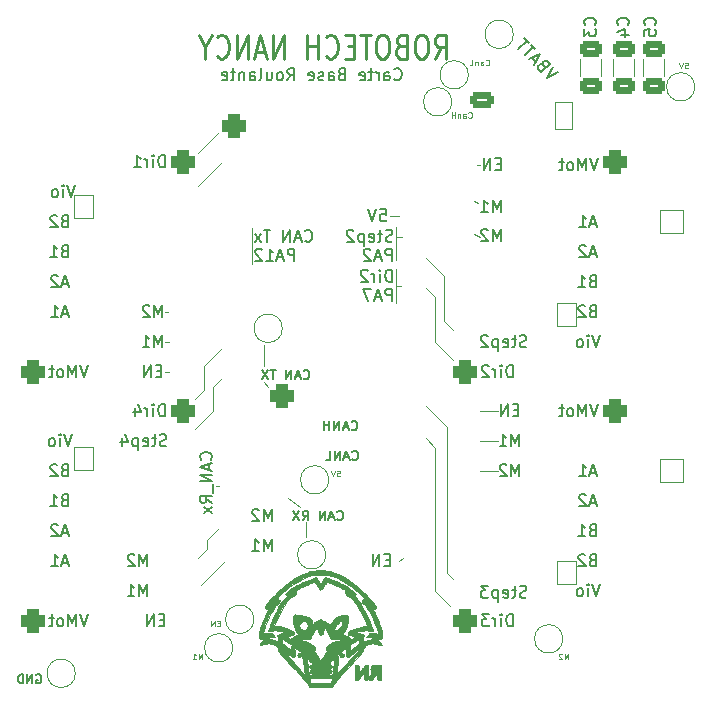
<source format=gbr>
%TF.GenerationSoftware,KiCad,Pcbnew,(6.0.0)*%
%TF.CreationDate,2022-05-13T18:03:07+02:00*%
%TF.ProjectId,Shield BR,53686965-6c64-4204-9252-2e6b69636164,rev?*%
%TF.SameCoordinates,Original*%
%TF.FileFunction,Legend,Bot*%
%TF.FilePolarity,Positive*%
%FSLAX46Y46*%
G04 Gerber Fmt 4.6, Leading zero omitted, Abs format (unit mm)*
G04 Created by KiCad (PCBNEW (6.0.0)) date 2022-05-13 18:03:07*
%MOMM*%
%LPD*%
G01*
G04 APERTURE LIST*
G04 Aperture macros list*
%AMRoundRect*
0 Rectangle with rounded corners*
0 $1 Rounding radius*
0 $2 $3 $4 $5 $6 $7 $8 $9 X,Y pos of 4 corners*
0 Add a 4 corners polygon primitive as box body*
4,1,4,$2,$3,$4,$5,$6,$7,$8,$9,$2,$3,0*
0 Add four circle primitives for the rounded corners*
1,1,$1+$1,$2,$3*
1,1,$1+$1,$4,$5*
1,1,$1+$1,$6,$7*
1,1,$1+$1,$8,$9*
0 Add four rect primitives between the rounded corners*
20,1,$1+$1,$2,$3,$4,$5,0*
20,1,$1+$1,$4,$5,$6,$7,0*
20,1,$1+$1,$6,$7,$8,$9,0*
20,1,$1+$1,$8,$9,$2,$3,0*%
G04 Aperture macros list end*
%ADD10C,0.120000*%
%ADD11C,0.150000*%
%ADD12C,0.125000*%
%ADD13C,0.250000*%
%ADD14C,0.010000*%
%ADD15RoundRect,0.551000X-0.500000X-0.500000X0.500000X-0.500000X0.500000X0.500000X-0.500000X0.500000X0*%
%ADD16C,2.102000*%
%ADD17RoundRect,0.051000X1.000000X1.000000X-1.000000X1.000000X-1.000000X-1.000000X1.000000X-1.000000X0*%
%ADD18RoundRect,0.051000X-1.000000X-1.000000X1.000000X-1.000000X1.000000X1.000000X-1.000000X1.000000X0*%
%ADD19RoundRect,0.551000X0.500000X0.500000X-0.500000X0.500000X-0.500000X-0.500000X0.500000X-0.500000X0*%
%ADD20RoundRect,0.051000X-0.750000X-1.150000X0.750000X-1.150000X0.750000X1.150000X-0.750000X1.150000X0*%
%ADD21O,1.602000X2.402000*%
%ADD22O,1.702000X4.102000*%
%ADD23O,1.602000X3.102000*%
%ADD24C,3.302000*%
%ADD25O,2.102000X2.102000*%
%ADD26RoundRect,0.051000X0.800000X1.000000X-0.800000X1.000000X-0.800000X-1.000000X0.800000X-1.000000X0*%
%ADD27O,1.702000X2.002000*%
%ADD28RoundRect,0.051000X-0.800000X-1.000000X0.800000X-1.000000X0.800000X1.000000X-0.800000X1.000000X0*%
%ADD29RoundRect,0.301000X0.750000X-0.350000X0.750000X0.350000X-0.750000X0.350000X-0.750000X-0.350000X0*%
%ADD30O,2.102000X1.302000*%
%ADD31RoundRect,0.301000X0.650000X-0.412500X0.650000X0.412500X-0.650000X0.412500X-0.650000X-0.412500X0*%
G04 APERTURE END LIST*
D10*
X98184560Y-94232537D02*
X97840300Y-94234000D01*
X98170212Y-96772100D02*
X97789500Y-96774000D01*
X121665500Y-101473000D02*
X121665500Y-113792000D01*
X101091500Y-96266000D02*
X102615500Y-94742000D01*
X121411500Y-88646000D02*
X119887500Y-87122000D01*
X119887500Y-89662000D02*
X120649500Y-90424000D01*
X106171500Y-97663000D02*
X106552500Y-98044000D01*
X105155500Y-84607400D02*
X105155500Y-87604600D01*
X121665500Y-113792000D02*
X122173500Y-114300000D01*
X102361500Y-109982000D02*
X101345500Y-110998000D01*
X109727500Y-110744000D02*
X109727500Y-109474000D01*
X109219500Y-108204000D02*
X108203500Y-107442000D01*
X117347500Y-88036400D02*
X117347500Y-90932000D01*
X100329500Y-101600000D02*
X101853500Y-100076000D01*
X102107500Y-106426000D02*
X102361500Y-106426000D01*
X102869500Y-112776000D02*
X100837500Y-114808000D01*
X119887500Y-99695000D02*
X121665500Y-101473000D01*
X125983500Y-105156000D02*
X124459500Y-105156000D01*
X120649500Y-115316000D02*
X120649500Y-103251000D01*
X122173500Y-93218000D02*
X121411500Y-92456000D01*
X116839500Y-83566000D02*
X117601500Y-83566000D01*
X124459500Y-79248000D02*
X124230900Y-79248000D01*
X101853500Y-100076000D02*
X101853500Y-98044000D01*
X120649500Y-90424000D02*
X120649500Y-94234000D01*
X106171500Y-94488000D02*
X106171500Y-96266000D01*
X120649500Y-103251000D02*
X119887500Y-102362000D01*
X101345500Y-111760000D02*
X100583500Y-112522000D01*
X101853500Y-98044000D02*
X102615500Y-97282000D01*
X121411500Y-92456000D02*
X121411500Y-88646000D01*
X98043500Y-91694000D02*
X97789500Y-91694000D01*
X117347500Y-87274400D02*
X117347500Y-84531200D01*
X101345500Y-110998000D02*
X101345500Y-111760000D01*
X117347500Y-85344000D02*
X117855500Y-85344000D01*
X102615500Y-78994000D02*
X100583500Y-81026000D01*
X125983500Y-102616000D02*
X124459500Y-102616000D01*
X102361500Y-76454000D02*
X100583500Y-78232000D01*
X124459500Y-85344000D02*
X123951500Y-85090000D01*
X125983500Y-100076000D02*
X124459500Y-100076000D01*
X121919500Y-116586000D02*
X120649500Y-115316000D01*
X124357900Y-82499200D02*
X124002300Y-82296000D01*
X100329500Y-99060000D02*
X101091500Y-98298000D01*
X101091500Y-98298000D02*
X101091500Y-96266000D01*
X120649500Y-94234000D02*
X122173500Y-95758000D01*
X117347500Y-89484200D02*
X117804700Y-89484200D01*
X118007900Y-112572800D02*
X117601500Y-112776000D01*
D11*
X134008261Y-110164571D02*
X133865404Y-110212190D01*
X133817785Y-110259809D01*
X133770166Y-110355047D01*
X133770166Y-110497904D01*
X133817785Y-110593142D01*
X133865404Y-110640761D01*
X133960642Y-110688380D01*
X134341595Y-110688380D01*
X134341595Y-109688380D01*
X134008261Y-109688380D01*
X133913023Y-109736000D01*
X133865404Y-109783619D01*
X133817785Y-109878857D01*
X133817785Y-109974095D01*
X133865404Y-110069333D01*
X133913023Y-110116952D01*
X134008261Y-110164571D01*
X134341595Y-110164571D01*
X132817785Y-110688380D02*
X133389214Y-110688380D01*
X133103500Y-110688380D02*
X133103500Y-109688380D01*
X133198738Y-109831238D01*
X133293976Y-109926476D01*
X133389214Y-109974095D01*
X134317785Y-105322666D02*
X133841595Y-105322666D01*
X134413023Y-105608380D02*
X134079690Y-104608380D01*
X133746357Y-105608380D01*
X132889214Y-105608380D02*
X133460642Y-105608380D01*
X133174928Y-105608380D02*
X133174928Y-104608380D01*
X133270166Y-104751238D01*
X133365404Y-104846476D01*
X133460642Y-104894095D01*
X134317785Y-107862666D02*
X133841595Y-107862666D01*
X134413023Y-108148380D02*
X134079690Y-107148380D01*
X133746357Y-108148380D01*
X133460642Y-107243619D02*
X133413023Y-107196000D01*
X133317785Y-107148380D01*
X133079690Y-107148380D01*
X132984452Y-107196000D01*
X132936833Y-107243619D01*
X132889214Y-107338857D01*
X132889214Y-107434095D01*
X132936833Y-107576952D01*
X133508261Y-108148380D01*
X132889214Y-108148380D01*
X134008261Y-112704571D02*
X133865404Y-112752190D01*
X133817785Y-112799809D01*
X133770166Y-112895047D01*
X133770166Y-113037904D01*
X133817785Y-113133142D01*
X133865404Y-113180761D01*
X133960642Y-113228380D01*
X134341595Y-113228380D01*
X134341595Y-112228380D01*
X134008261Y-112228380D01*
X133913023Y-112276000D01*
X133865404Y-112323619D01*
X133817785Y-112418857D01*
X133817785Y-112514095D01*
X133865404Y-112609333D01*
X133913023Y-112656952D01*
X134008261Y-112704571D01*
X134341595Y-112704571D01*
X133389214Y-112323619D02*
X133341595Y-112276000D01*
X133246357Y-112228380D01*
X133008261Y-112228380D01*
X132913023Y-112276000D01*
X132865404Y-112323619D01*
X132817785Y-112418857D01*
X132817785Y-112514095D01*
X132865404Y-112656952D01*
X133436833Y-113228380D01*
X132817785Y-113228380D01*
X89613785Y-110402666D02*
X89137595Y-110402666D01*
X89709023Y-110688380D02*
X89375690Y-109688380D01*
X89042357Y-110688380D01*
X88756642Y-109783619D02*
X88709023Y-109736000D01*
X88613785Y-109688380D01*
X88375690Y-109688380D01*
X88280452Y-109736000D01*
X88232833Y-109783619D01*
X88185214Y-109878857D01*
X88185214Y-109974095D01*
X88232833Y-110116952D01*
X88804261Y-110688380D01*
X88185214Y-110688380D01*
X89304261Y-105084571D02*
X89161404Y-105132190D01*
X89113785Y-105179809D01*
X89066166Y-105275047D01*
X89066166Y-105417904D01*
X89113785Y-105513142D01*
X89161404Y-105560761D01*
X89256642Y-105608380D01*
X89637595Y-105608380D01*
X89637595Y-104608380D01*
X89304261Y-104608380D01*
X89209023Y-104656000D01*
X89161404Y-104703619D01*
X89113785Y-104798857D01*
X89113785Y-104894095D01*
X89161404Y-104989333D01*
X89209023Y-105036952D01*
X89304261Y-105084571D01*
X89637595Y-105084571D01*
X88685214Y-104703619D02*
X88637595Y-104656000D01*
X88542357Y-104608380D01*
X88304261Y-104608380D01*
X88209023Y-104656000D01*
X88161404Y-104703619D01*
X88113785Y-104798857D01*
X88113785Y-104894095D01*
X88161404Y-105036952D01*
X88732833Y-105608380D01*
X88113785Y-105608380D01*
X89304261Y-107624571D02*
X89161404Y-107672190D01*
X89113785Y-107719809D01*
X89066166Y-107815047D01*
X89066166Y-107957904D01*
X89113785Y-108053142D01*
X89161404Y-108100761D01*
X89256642Y-108148380D01*
X89637595Y-108148380D01*
X89637595Y-107148380D01*
X89304261Y-107148380D01*
X89209023Y-107196000D01*
X89161404Y-107243619D01*
X89113785Y-107338857D01*
X89113785Y-107434095D01*
X89161404Y-107529333D01*
X89209023Y-107576952D01*
X89304261Y-107624571D01*
X89637595Y-107624571D01*
X88113785Y-108148380D02*
X88685214Y-108148380D01*
X88399500Y-108148380D02*
X88399500Y-107148380D01*
X88494738Y-107291238D01*
X88589976Y-107386476D01*
X88685214Y-107434095D01*
X89613785Y-112942666D02*
X89137595Y-112942666D01*
X89709023Y-113228380D02*
X89375690Y-112228380D01*
X89042357Y-113228380D01*
X88185214Y-113228380D02*
X88756642Y-113228380D01*
X88470928Y-113228380D02*
X88470928Y-112228380D01*
X88566166Y-112371238D01*
X88661404Y-112466476D01*
X88756642Y-112514095D01*
X89613785Y-89320666D02*
X89137595Y-89320666D01*
X89709023Y-89606380D02*
X89375690Y-88606380D01*
X89042357Y-89606380D01*
X88756642Y-88701619D02*
X88709023Y-88654000D01*
X88613785Y-88606380D01*
X88375690Y-88606380D01*
X88280452Y-88654000D01*
X88232833Y-88701619D01*
X88185214Y-88796857D01*
X88185214Y-88892095D01*
X88232833Y-89034952D01*
X88804261Y-89606380D01*
X88185214Y-89606380D01*
X89613785Y-91860666D02*
X89137595Y-91860666D01*
X89709023Y-92146380D02*
X89375690Y-91146380D01*
X89042357Y-92146380D01*
X88185214Y-92146380D02*
X88756642Y-92146380D01*
X88470928Y-92146380D02*
X88470928Y-91146380D01*
X88566166Y-91289238D01*
X88661404Y-91384476D01*
X88756642Y-91432095D01*
X89304261Y-86542571D02*
X89161404Y-86590190D01*
X89113785Y-86637809D01*
X89066166Y-86733047D01*
X89066166Y-86875904D01*
X89113785Y-86971142D01*
X89161404Y-87018761D01*
X89256642Y-87066380D01*
X89637595Y-87066380D01*
X89637595Y-86066380D01*
X89304261Y-86066380D01*
X89209023Y-86114000D01*
X89161404Y-86161619D01*
X89113785Y-86256857D01*
X89113785Y-86352095D01*
X89161404Y-86447333D01*
X89209023Y-86494952D01*
X89304261Y-86542571D01*
X89637595Y-86542571D01*
X88113785Y-87066380D02*
X88685214Y-87066380D01*
X88399500Y-87066380D02*
X88399500Y-86066380D01*
X88494738Y-86209238D01*
X88589976Y-86304476D01*
X88685214Y-86352095D01*
X89304261Y-84002571D02*
X89161404Y-84050190D01*
X89113785Y-84097809D01*
X89066166Y-84193047D01*
X89066166Y-84335904D01*
X89113785Y-84431142D01*
X89161404Y-84478761D01*
X89256642Y-84526380D01*
X89637595Y-84526380D01*
X89637595Y-83526380D01*
X89304261Y-83526380D01*
X89209023Y-83574000D01*
X89161404Y-83621619D01*
X89113785Y-83716857D01*
X89113785Y-83812095D01*
X89161404Y-83907333D01*
X89209023Y-83954952D01*
X89304261Y-84002571D01*
X89637595Y-84002571D01*
X88685214Y-83621619D02*
X88637595Y-83574000D01*
X88542357Y-83526380D01*
X88304261Y-83526380D01*
X88209023Y-83574000D01*
X88161404Y-83621619D01*
X88113785Y-83716857D01*
X88113785Y-83812095D01*
X88161404Y-83954952D01*
X88732833Y-84526380D01*
X88113785Y-84526380D01*
X96313023Y-113228380D02*
X96313023Y-112228380D01*
X95979690Y-112942666D01*
X95646357Y-112228380D01*
X95646357Y-113228380D01*
X95217785Y-112323619D02*
X95170166Y-112276000D01*
X95074928Y-112228380D01*
X94836833Y-112228380D01*
X94741595Y-112276000D01*
X94693976Y-112323619D01*
X94646357Y-112418857D01*
X94646357Y-112514095D01*
X94693976Y-112656952D01*
X95265404Y-113228380D01*
X94646357Y-113228380D01*
X96313023Y-115768380D02*
X96313023Y-114768380D01*
X95979690Y-115482666D01*
X95646357Y-114768380D01*
X95646357Y-115768380D01*
X94646357Y-115768380D02*
X95217785Y-115768380D01*
X94932071Y-115768380D02*
X94932071Y-114768380D01*
X95027309Y-114911238D01*
X95122547Y-115006476D01*
X95217785Y-115054095D01*
X97765595Y-117784571D02*
X97432261Y-117784571D01*
X97289404Y-118308380D02*
X97765595Y-118308380D01*
X97765595Y-117308380D01*
X97289404Y-117308380D01*
X96860833Y-118308380D02*
X96860833Y-117308380D01*
X96289404Y-118308380D01*
X96289404Y-117308380D01*
X90177309Y-80986380D02*
X89843976Y-81986380D01*
X89510642Y-80986380D01*
X89177309Y-81986380D02*
X89177309Y-81319714D01*
X89177309Y-80986380D02*
X89224928Y-81034000D01*
X89177309Y-81081619D01*
X89129690Y-81034000D01*
X89177309Y-80986380D01*
X89177309Y-81081619D01*
X88558261Y-81986380D02*
X88653500Y-81938761D01*
X88701119Y-81891142D01*
X88748738Y-81795904D01*
X88748738Y-81510190D01*
X88701119Y-81414952D01*
X88653500Y-81367333D01*
X88558261Y-81319714D01*
X88415404Y-81319714D01*
X88320166Y-81367333D01*
X88272547Y-81414952D01*
X88224928Y-81510190D01*
X88224928Y-81795904D01*
X88272547Y-81891142D01*
X88320166Y-81938761D01*
X88415404Y-81986380D01*
X88558261Y-81986380D01*
X134627309Y-93686380D02*
X134293976Y-94686380D01*
X133960642Y-93686380D01*
X133627309Y-94686380D02*
X133627309Y-94019714D01*
X133627309Y-93686380D02*
X133674928Y-93734000D01*
X133627309Y-93781619D01*
X133579690Y-93734000D01*
X133627309Y-93686380D01*
X133627309Y-93781619D01*
X133008261Y-94686380D02*
X133103500Y-94638761D01*
X133151119Y-94591142D01*
X133198738Y-94495904D01*
X133198738Y-94210190D01*
X133151119Y-94114952D01*
X133103500Y-94067333D01*
X133008261Y-94019714D01*
X132865404Y-94019714D01*
X132770166Y-94067333D01*
X132722547Y-94114952D01*
X132674928Y-94210190D01*
X132674928Y-94495904D01*
X132722547Y-94591142D01*
X132770166Y-94638761D01*
X132865404Y-94686380D01*
X133008261Y-94686380D01*
X134627309Y-114768380D02*
X134293976Y-115768380D01*
X133960642Y-114768380D01*
X133627309Y-115768380D02*
X133627309Y-115101714D01*
X133627309Y-114768380D02*
X133674928Y-114816000D01*
X133627309Y-114863619D01*
X133579690Y-114816000D01*
X133627309Y-114768380D01*
X133627309Y-114863619D01*
X133008261Y-115768380D02*
X133103500Y-115720761D01*
X133151119Y-115673142D01*
X133198738Y-115577904D01*
X133198738Y-115292190D01*
X133151119Y-115196952D01*
X133103500Y-115149333D01*
X133008261Y-115101714D01*
X132865404Y-115101714D01*
X132770166Y-115149333D01*
X132722547Y-115196952D01*
X132674928Y-115292190D01*
X132674928Y-115577904D01*
X132722547Y-115673142D01*
X132770166Y-115720761D01*
X132865404Y-115768380D01*
X133008261Y-115768380D01*
X127809023Y-105608380D02*
X127809023Y-104608380D01*
X127475690Y-105322666D01*
X127142357Y-104608380D01*
X127142357Y-105608380D01*
X126713785Y-104703619D02*
X126666166Y-104656000D01*
X126570928Y-104608380D01*
X126332833Y-104608380D01*
X126237595Y-104656000D01*
X126189976Y-104703619D01*
X126142357Y-104798857D01*
X126142357Y-104894095D01*
X126189976Y-105036952D01*
X126761404Y-105608380D01*
X126142357Y-105608380D01*
X127809023Y-103068380D02*
X127809023Y-102068380D01*
X127475690Y-102782666D01*
X127142357Y-102068380D01*
X127142357Y-103068380D01*
X126142357Y-103068380D02*
X126713785Y-103068380D01*
X126428071Y-103068380D02*
X126428071Y-102068380D01*
X126523309Y-102211238D01*
X126618547Y-102306476D01*
X126713785Y-102354095D01*
X127737595Y-100004571D02*
X127404261Y-100004571D01*
X127261404Y-100528380D02*
X127737595Y-100528380D01*
X127737595Y-99528380D01*
X127261404Y-99528380D01*
X126832833Y-100528380D02*
X126832833Y-99528380D01*
X126261404Y-100528380D01*
X126261404Y-99528380D01*
X126234223Y-83256380D02*
X126234223Y-82256380D01*
X125900890Y-82970666D01*
X125567557Y-82256380D01*
X125567557Y-83256380D01*
X124567557Y-83256380D02*
X125138985Y-83256380D01*
X124853271Y-83256380D02*
X124853271Y-82256380D01*
X124948509Y-82399238D01*
X125043747Y-82494476D01*
X125138985Y-82542095D01*
X126264395Y-79176571D02*
X125931061Y-79176571D01*
X125788204Y-79700380D02*
X126264395Y-79700380D01*
X126264395Y-78700380D01*
X125788204Y-78700380D01*
X125359633Y-79700380D02*
X125359633Y-78700380D01*
X124788204Y-79700380D01*
X124788204Y-78700380D01*
X126234223Y-85694780D02*
X126234223Y-84694780D01*
X125900890Y-85409066D01*
X125567557Y-84694780D01*
X125567557Y-85694780D01*
X125138985Y-84790019D02*
X125091366Y-84742400D01*
X124996128Y-84694780D01*
X124758033Y-84694780D01*
X124662795Y-84742400D01*
X124615176Y-84790019D01*
X124567557Y-84885257D01*
X124567557Y-84980495D01*
X124615176Y-85123352D01*
X125186604Y-85694780D01*
X124567557Y-85694780D01*
X134484357Y-99528380D02*
X134151023Y-100528380D01*
X133817690Y-99528380D01*
X133484357Y-100528380D02*
X133484357Y-99528380D01*
X133151023Y-100242666D01*
X132817690Y-99528380D01*
X132817690Y-100528380D01*
X132198642Y-100528380D02*
X132293880Y-100480761D01*
X132341500Y-100433142D01*
X132389119Y-100337904D01*
X132389119Y-100052190D01*
X132341500Y-99956952D01*
X132293880Y-99909333D01*
X132198642Y-99861714D01*
X132055785Y-99861714D01*
X131960547Y-99909333D01*
X131912928Y-99956952D01*
X131865309Y-100052190D01*
X131865309Y-100337904D01*
X131912928Y-100433142D01*
X131960547Y-100480761D01*
X132055785Y-100528380D01*
X132198642Y-100528380D01*
X131579595Y-99861714D02*
X131198642Y-99861714D01*
X131436738Y-99528380D02*
X131436738Y-100385523D01*
X131389119Y-100480761D01*
X131293880Y-100528380D01*
X131198642Y-100528380D01*
X91304357Y-117308380D02*
X90971023Y-118308380D01*
X90637690Y-117308380D01*
X90304357Y-118308380D02*
X90304357Y-117308380D01*
X89971023Y-118022666D01*
X89637690Y-117308380D01*
X89637690Y-118308380D01*
X89018642Y-118308380D02*
X89113880Y-118260761D01*
X89161500Y-118213142D01*
X89209119Y-118117904D01*
X89209119Y-117832190D01*
X89161500Y-117736952D01*
X89113880Y-117689333D01*
X89018642Y-117641714D01*
X88875785Y-117641714D01*
X88780547Y-117689333D01*
X88732928Y-117736952D01*
X88685309Y-117832190D01*
X88685309Y-118117904D01*
X88732928Y-118213142D01*
X88780547Y-118260761D01*
X88875785Y-118308380D01*
X89018642Y-118308380D01*
X88399595Y-117641714D02*
X88018642Y-117641714D01*
X88256738Y-117308380D02*
X88256738Y-118165523D01*
X88209119Y-118260761D01*
X88113880Y-118308380D01*
X88018642Y-118308380D01*
X91304357Y-96226380D02*
X90971023Y-97226380D01*
X90637690Y-96226380D01*
X90304357Y-97226380D02*
X90304357Y-96226380D01*
X89971023Y-96940666D01*
X89637690Y-96226380D01*
X89637690Y-97226380D01*
X89018642Y-97226380D02*
X89113880Y-97178761D01*
X89161500Y-97131142D01*
X89209119Y-97035904D01*
X89209119Y-96750190D01*
X89161500Y-96654952D01*
X89113880Y-96607333D01*
X89018642Y-96559714D01*
X88875785Y-96559714D01*
X88780547Y-96607333D01*
X88732928Y-96654952D01*
X88685309Y-96750190D01*
X88685309Y-97035904D01*
X88732928Y-97131142D01*
X88780547Y-97178761D01*
X88875785Y-97226380D01*
X89018642Y-97226380D01*
X88399595Y-96559714D02*
X88018642Y-96559714D01*
X88256738Y-96226380D02*
X88256738Y-97083523D01*
X88209119Y-97178761D01*
X88113880Y-97226380D01*
X88018642Y-97226380D01*
X97805214Y-100528380D02*
X97805214Y-99528380D01*
X97567119Y-99528380D01*
X97424261Y-99576000D01*
X97329023Y-99671238D01*
X97281404Y-99766476D01*
X97233785Y-99956952D01*
X97233785Y-100099809D01*
X97281404Y-100290285D01*
X97329023Y-100385523D01*
X97424261Y-100480761D01*
X97567119Y-100528380D01*
X97805214Y-100528380D01*
X96805214Y-100528380D02*
X96805214Y-99861714D01*
X96805214Y-99528380D02*
X96852833Y-99576000D01*
X96805214Y-99623619D01*
X96757595Y-99576000D01*
X96805214Y-99528380D01*
X96805214Y-99623619D01*
X96329023Y-100528380D02*
X96329023Y-99861714D01*
X96329023Y-100052190D02*
X96281404Y-99956952D01*
X96233785Y-99909333D01*
X96138547Y-99861714D01*
X96043309Y-99861714D01*
X95281404Y-99861714D02*
X95281404Y-100528380D01*
X95519500Y-99480761D02*
X95757595Y-100195047D01*
X95138547Y-100195047D01*
D12*
X102476547Y-118074285D02*
X102309880Y-118074285D01*
X102238452Y-118336190D02*
X102476547Y-118336190D01*
X102476547Y-117836190D01*
X102238452Y-117836190D01*
X102024166Y-118336190D02*
X102024166Y-117836190D01*
X101738452Y-118336190D01*
X101738452Y-117836190D01*
D11*
X128420071Y-115847761D02*
X128277214Y-115895380D01*
X128039119Y-115895380D01*
X127943880Y-115847761D01*
X127896261Y-115800142D01*
X127848642Y-115704904D01*
X127848642Y-115609666D01*
X127896261Y-115514428D01*
X127943880Y-115466809D01*
X128039119Y-115419190D01*
X128229595Y-115371571D01*
X128324833Y-115323952D01*
X128372452Y-115276333D01*
X128420071Y-115181095D01*
X128420071Y-115085857D01*
X128372452Y-114990619D01*
X128324833Y-114943000D01*
X128229595Y-114895380D01*
X127991500Y-114895380D01*
X127848642Y-114943000D01*
X127562928Y-115228714D02*
X127181976Y-115228714D01*
X127420071Y-114895380D02*
X127420071Y-115752523D01*
X127372452Y-115847761D01*
X127277214Y-115895380D01*
X127181976Y-115895380D01*
X126467690Y-115847761D02*
X126562928Y-115895380D01*
X126753404Y-115895380D01*
X126848642Y-115847761D01*
X126896261Y-115752523D01*
X126896261Y-115371571D01*
X126848642Y-115276333D01*
X126753404Y-115228714D01*
X126562928Y-115228714D01*
X126467690Y-115276333D01*
X126420071Y-115371571D01*
X126420071Y-115466809D01*
X126896261Y-115562047D01*
X125991500Y-115228714D02*
X125991500Y-116228714D01*
X125991500Y-115276333D02*
X125896261Y-115228714D01*
X125705785Y-115228714D01*
X125610547Y-115276333D01*
X125562928Y-115323952D01*
X125515309Y-115419190D01*
X125515309Y-115704904D01*
X125562928Y-115800142D01*
X125610547Y-115847761D01*
X125705785Y-115895380D01*
X125896261Y-115895380D01*
X125991500Y-115847761D01*
X125181976Y-114895380D02*
X124562928Y-114895380D01*
X124896261Y-115276333D01*
X124753404Y-115276333D01*
X124658166Y-115323952D01*
X124610547Y-115371571D01*
X124562928Y-115466809D01*
X124562928Y-115704904D01*
X124610547Y-115800142D01*
X124658166Y-115847761D01*
X124753404Y-115895380D01*
X125039119Y-115895380D01*
X125134357Y-115847761D01*
X125181976Y-115800142D01*
X109545142Y-97313714D02*
X109583238Y-97351809D01*
X109697523Y-97389904D01*
X109773714Y-97389904D01*
X109888000Y-97351809D01*
X109964190Y-97275619D01*
X110002285Y-97199428D01*
X110040380Y-97047047D01*
X110040380Y-96932761D01*
X110002285Y-96780380D01*
X109964190Y-96704190D01*
X109888000Y-96628000D01*
X109773714Y-96589904D01*
X109697523Y-96589904D01*
X109583238Y-96628000D01*
X109545142Y-96666095D01*
X109240380Y-97161333D02*
X108859428Y-97161333D01*
X109316571Y-97389904D02*
X109049904Y-96589904D01*
X108783238Y-97389904D01*
X108516571Y-97389904D02*
X108516571Y-96589904D01*
X108059428Y-97389904D01*
X108059428Y-96589904D01*
X107183238Y-96589904D02*
X106726095Y-96589904D01*
X106954666Y-97389904D02*
X106954666Y-96589904D01*
X106535619Y-96589904D02*
X106002285Y-97389904D01*
X106002285Y-96589904D02*
X106535619Y-97389904D01*
D12*
X141826738Y-70592190D02*
X142064833Y-70592190D01*
X142088642Y-70830285D01*
X142064833Y-70806476D01*
X142017214Y-70782666D01*
X141898166Y-70782666D01*
X141850547Y-70806476D01*
X141826738Y-70830285D01*
X141802928Y-70877904D01*
X141802928Y-70996952D01*
X141826738Y-71044571D01*
X141850547Y-71068380D01*
X141898166Y-71092190D01*
X142017214Y-71092190D01*
X142064833Y-71068380D01*
X142088642Y-71044571D01*
X141660071Y-70592190D02*
X141493404Y-71092190D01*
X141326738Y-70592190D01*
X100988261Y-121130190D02*
X100988261Y-120630190D01*
X100821595Y-120987333D01*
X100654928Y-120630190D01*
X100654928Y-121130190D01*
X100154928Y-121130190D02*
X100440642Y-121130190D01*
X100297785Y-121130190D02*
X100297785Y-120630190D01*
X100345404Y-120701619D01*
X100393023Y-120749238D01*
X100440642Y-120773047D01*
D11*
X117011904Y-89131580D02*
X117011904Y-88131580D01*
X116773809Y-88131580D01*
X116630952Y-88179200D01*
X116535714Y-88274438D01*
X116488095Y-88369676D01*
X116440476Y-88560152D01*
X116440476Y-88703009D01*
X116488095Y-88893485D01*
X116535714Y-88988723D01*
X116630952Y-89083961D01*
X116773809Y-89131580D01*
X117011904Y-89131580D01*
X116011904Y-89131580D02*
X116011904Y-88464914D01*
X116011904Y-88131580D02*
X116059523Y-88179200D01*
X116011904Y-88226819D01*
X115964285Y-88179200D01*
X116011904Y-88131580D01*
X116011904Y-88226819D01*
X115535714Y-89131580D02*
X115535714Y-88464914D01*
X115535714Y-88655390D02*
X115488095Y-88560152D01*
X115440476Y-88512533D01*
X115345238Y-88464914D01*
X115250000Y-88464914D01*
X114964285Y-88226819D02*
X114916666Y-88179200D01*
X114821428Y-88131580D01*
X114583333Y-88131580D01*
X114488095Y-88179200D01*
X114440476Y-88226819D01*
X114392857Y-88322057D01*
X114392857Y-88417295D01*
X114440476Y-88560152D01*
X115011904Y-89131580D01*
X114392857Y-89131580D01*
X117011904Y-90741580D02*
X117011904Y-89741580D01*
X116630952Y-89741580D01*
X116535714Y-89789200D01*
X116488095Y-89836819D01*
X116440476Y-89932057D01*
X116440476Y-90074914D01*
X116488095Y-90170152D01*
X116535714Y-90217771D01*
X116630952Y-90265390D01*
X117011904Y-90265390D01*
X116059523Y-90455866D02*
X115583333Y-90455866D01*
X116154761Y-90741580D02*
X115821428Y-89741580D01*
X115488095Y-90741580D01*
X115250000Y-89741580D02*
X114583333Y-89741580D01*
X115011904Y-90741580D01*
X134008261Y-89082571D02*
X133865404Y-89130190D01*
X133817785Y-89177809D01*
X133770166Y-89273047D01*
X133770166Y-89415904D01*
X133817785Y-89511142D01*
X133865404Y-89558761D01*
X133960642Y-89606380D01*
X134341595Y-89606380D01*
X134341595Y-88606380D01*
X134008261Y-88606380D01*
X133913023Y-88654000D01*
X133865404Y-88701619D01*
X133817785Y-88796857D01*
X133817785Y-88892095D01*
X133865404Y-88987333D01*
X133913023Y-89034952D01*
X134008261Y-89082571D01*
X134341595Y-89082571D01*
X132817785Y-89606380D02*
X133389214Y-89606380D01*
X133103500Y-89606380D02*
X133103500Y-88606380D01*
X133198738Y-88749238D01*
X133293976Y-88844476D01*
X133389214Y-88892095D01*
X134008261Y-91622571D02*
X133865404Y-91670190D01*
X133817785Y-91717809D01*
X133770166Y-91813047D01*
X133770166Y-91955904D01*
X133817785Y-92051142D01*
X133865404Y-92098761D01*
X133960642Y-92146380D01*
X134341595Y-92146380D01*
X134341595Y-91146380D01*
X134008261Y-91146380D01*
X133913023Y-91194000D01*
X133865404Y-91241619D01*
X133817785Y-91336857D01*
X133817785Y-91432095D01*
X133865404Y-91527333D01*
X133913023Y-91574952D01*
X134008261Y-91622571D01*
X134341595Y-91622571D01*
X133389214Y-91241619D02*
X133341595Y-91194000D01*
X133246357Y-91146380D01*
X133008261Y-91146380D01*
X132913023Y-91194000D01*
X132865404Y-91241619D01*
X132817785Y-91336857D01*
X132817785Y-91432095D01*
X132865404Y-91574952D01*
X133436833Y-92146380D01*
X132817785Y-92146380D01*
X116027714Y-83018380D02*
X116503904Y-83018380D01*
X116551523Y-83494571D01*
X116503904Y-83446952D01*
X116408666Y-83399333D01*
X116170571Y-83399333D01*
X116075333Y-83446952D01*
X116027714Y-83494571D01*
X115980095Y-83589809D01*
X115980095Y-83827904D01*
X116027714Y-83923142D01*
X116075333Y-83970761D01*
X116170571Y-84018380D01*
X116408666Y-84018380D01*
X116503904Y-83970761D01*
X116551523Y-83923142D01*
X115694380Y-83018380D02*
X115361047Y-84018380D01*
X115027714Y-83018380D01*
X97511595Y-96702571D02*
X97178261Y-96702571D01*
X97035404Y-97226380D02*
X97511595Y-97226380D01*
X97511595Y-96226380D01*
X97035404Y-96226380D01*
X96606833Y-97226380D02*
X96606833Y-96226380D01*
X96035404Y-97226380D01*
X96035404Y-96226380D01*
D13*
X120661023Y-70246761D02*
X121194357Y-69294380D01*
X121575309Y-70246761D02*
X121575309Y-68246761D01*
X120965785Y-68246761D01*
X120813404Y-68342000D01*
X120737214Y-68437238D01*
X120661023Y-68627714D01*
X120661023Y-68913428D01*
X120737214Y-69103904D01*
X120813404Y-69199142D01*
X120965785Y-69294380D01*
X121575309Y-69294380D01*
X119670547Y-68246761D02*
X119365785Y-68246761D01*
X119213404Y-68342000D01*
X119061023Y-68532476D01*
X118984833Y-68913428D01*
X118984833Y-69580095D01*
X119061023Y-69961047D01*
X119213404Y-70151523D01*
X119365785Y-70246761D01*
X119670547Y-70246761D01*
X119822928Y-70151523D01*
X119975309Y-69961047D01*
X120051500Y-69580095D01*
X120051500Y-68913428D01*
X119975309Y-68532476D01*
X119822928Y-68342000D01*
X119670547Y-68246761D01*
X117765785Y-69199142D02*
X117537214Y-69294380D01*
X117461023Y-69389619D01*
X117384833Y-69580095D01*
X117384833Y-69865809D01*
X117461023Y-70056285D01*
X117537214Y-70151523D01*
X117689595Y-70246761D01*
X118299119Y-70246761D01*
X118299119Y-68246761D01*
X117765785Y-68246761D01*
X117613404Y-68342000D01*
X117537214Y-68437238D01*
X117461023Y-68627714D01*
X117461023Y-68818190D01*
X117537214Y-69008666D01*
X117613404Y-69103904D01*
X117765785Y-69199142D01*
X118299119Y-69199142D01*
X116394357Y-68246761D02*
X116089595Y-68246761D01*
X115937214Y-68342000D01*
X115784833Y-68532476D01*
X115708642Y-68913428D01*
X115708642Y-69580095D01*
X115784833Y-69961047D01*
X115937214Y-70151523D01*
X116089595Y-70246761D01*
X116394357Y-70246761D01*
X116546738Y-70151523D01*
X116699119Y-69961047D01*
X116775309Y-69580095D01*
X116775309Y-68913428D01*
X116699119Y-68532476D01*
X116546738Y-68342000D01*
X116394357Y-68246761D01*
X115251499Y-68246761D02*
X114337214Y-68246761D01*
X114794357Y-70246761D02*
X114794357Y-68246761D01*
X113803880Y-69199142D02*
X113270547Y-69199142D01*
X113041976Y-70246761D02*
X113803880Y-70246761D01*
X113803880Y-68246761D01*
X113041976Y-68246761D01*
X111441976Y-70056285D02*
X111518166Y-70151523D01*
X111746738Y-70246761D01*
X111899119Y-70246761D01*
X112127690Y-70151523D01*
X112280071Y-69961047D01*
X112356261Y-69770571D01*
X112432452Y-69389619D01*
X112432452Y-69103904D01*
X112356261Y-68722952D01*
X112280071Y-68532476D01*
X112127690Y-68342000D01*
X111899119Y-68246761D01*
X111746738Y-68246761D01*
X111518166Y-68342000D01*
X111441976Y-68437238D01*
X110756261Y-70246761D02*
X110756261Y-68246761D01*
X110756261Y-69199142D02*
X109841976Y-69199142D01*
X109841976Y-70246761D02*
X109841976Y-68246761D01*
X107861023Y-70246761D02*
X107861023Y-68246761D01*
X106946738Y-70246761D01*
X106946738Y-68246761D01*
X106261023Y-69675333D02*
X105499119Y-69675333D01*
X106413404Y-70246761D02*
X105880071Y-68246761D01*
X105346738Y-70246761D01*
X104813404Y-70246761D02*
X104813404Y-68246761D01*
X103899119Y-70246761D01*
X103899119Y-68246761D01*
X102222928Y-70056285D02*
X102299119Y-70151523D01*
X102527690Y-70246761D01*
X102680071Y-70246761D01*
X102908642Y-70151523D01*
X103061023Y-69961047D01*
X103137214Y-69770571D01*
X103213404Y-69389619D01*
X103213404Y-69103904D01*
X103137214Y-68722952D01*
X103061023Y-68532476D01*
X102908642Y-68342000D01*
X102680071Y-68246761D01*
X102527690Y-68246761D01*
X102299119Y-68342000D01*
X102222928Y-68437238D01*
X101232452Y-69294380D02*
X101232452Y-70246761D01*
X101765785Y-68246761D02*
X101232452Y-69294380D01*
X100699119Y-68246761D01*
D12*
X123495023Y-75235571D02*
X123518833Y-75259380D01*
X123590261Y-75283190D01*
X123637880Y-75283190D01*
X123709309Y-75259380D01*
X123756928Y-75211761D01*
X123780738Y-75164142D01*
X123804547Y-75068904D01*
X123804547Y-74997476D01*
X123780738Y-74902238D01*
X123756928Y-74854619D01*
X123709309Y-74807000D01*
X123637880Y-74783190D01*
X123590261Y-74783190D01*
X123518833Y-74807000D01*
X123495023Y-74830809D01*
X123066452Y-75283190D02*
X123066452Y-75021285D01*
X123090261Y-74973666D01*
X123137880Y-74949857D01*
X123233119Y-74949857D01*
X123280738Y-74973666D01*
X123066452Y-75259380D02*
X123114071Y-75283190D01*
X123233119Y-75283190D01*
X123280738Y-75259380D01*
X123304547Y-75211761D01*
X123304547Y-75164142D01*
X123280738Y-75116523D01*
X123233119Y-75092714D01*
X123114071Y-75092714D01*
X123066452Y-75068904D01*
X122828357Y-74949857D02*
X122828357Y-75283190D01*
X122828357Y-74997476D02*
X122804547Y-74973666D01*
X122756928Y-74949857D01*
X122685500Y-74949857D01*
X122637880Y-74973666D01*
X122614071Y-75021285D01*
X122614071Y-75283190D01*
X122375976Y-75283190D02*
X122375976Y-74783190D01*
X122375976Y-75021285D02*
X122090261Y-75021285D01*
X122090261Y-75283190D02*
X122090261Y-74783190D01*
X112362738Y-105136190D02*
X112600833Y-105136190D01*
X112624642Y-105374285D01*
X112600833Y-105350476D01*
X112553214Y-105326666D01*
X112434166Y-105326666D01*
X112386547Y-105350476D01*
X112362738Y-105374285D01*
X112338928Y-105421904D01*
X112338928Y-105540952D01*
X112362738Y-105588571D01*
X112386547Y-105612380D01*
X112434166Y-105636190D01*
X112553214Y-105636190D01*
X112600833Y-105612380D01*
X112624642Y-105588571D01*
X112196071Y-105136190D02*
X112029404Y-105636190D01*
X111862738Y-105136190D01*
D11*
X97805214Y-79446380D02*
X97805214Y-78446380D01*
X97567119Y-78446380D01*
X97424261Y-78494000D01*
X97329023Y-78589238D01*
X97281404Y-78684476D01*
X97233785Y-78874952D01*
X97233785Y-79017809D01*
X97281404Y-79208285D01*
X97329023Y-79303523D01*
X97424261Y-79398761D01*
X97567119Y-79446380D01*
X97805214Y-79446380D01*
X96805214Y-79446380D02*
X96805214Y-78779714D01*
X96805214Y-78446380D02*
X96852833Y-78494000D01*
X96805214Y-78541619D01*
X96757595Y-78494000D01*
X96805214Y-78446380D01*
X96805214Y-78541619D01*
X96329023Y-79446380D02*
X96329023Y-78779714D01*
X96329023Y-78970190D02*
X96281404Y-78874952D01*
X96233785Y-78827333D01*
X96138547Y-78779714D01*
X96043309Y-78779714D01*
X95186166Y-79446380D02*
X95757595Y-79446380D01*
X95471880Y-79446380D02*
X95471880Y-78446380D01*
X95567119Y-78589238D01*
X95662357Y-78684476D01*
X95757595Y-78732095D01*
X97940071Y-103020761D02*
X97797214Y-103068380D01*
X97559119Y-103068380D01*
X97463880Y-103020761D01*
X97416261Y-102973142D01*
X97368642Y-102877904D01*
X97368642Y-102782666D01*
X97416261Y-102687428D01*
X97463880Y-102639809D01*
X97559119Y-102592190D01*
X97749595Y-102544571D01*
X97844833Y-102496952D01*
X97892452Y-102449333D01*
X97940071Y-102354095D01*
X97940071Y-102258857D01*
X97892452Y-102163619D01*
X97844833Y-102116000D01*
X97749595Y-102068380D01*
X97511500Y-102068380D01*
X97368642Y-102116000D01*
X97082928Y-102401714D02*
X96701976Y-102401714D01*
X96940071Y-102068380D02*
X96940071Y-102925523D01*
X96892452Y-103020761D01*
X96797214Y-103068380D01*
X96701976Y-103068380D01*
X95987690Y-103020761D02*
X96082928Y-103068380D01*
X96273404Y-103068380D01*
X96368642Y-103020761D01*
X96416261Y-102925523D01*
X96416261Y-102544571D01*
X96368642Y-102449333D01*
X96273404Y-102401714D01*
X96082928Y-102401714D01*
X95987690Y-102449333D01*
X95940071Y-102544571D01*
X95940071Y-102639809D01*
X96416261Y-102735047D01*
X95511500Y-102401714D02*
X95511500Y-103401714D01*
X95511500Y-102449333D02*
X95416261Y-102401714D01*
X95225785Y-102401714D01*
X95130547Y-102449333D01*
X95082928Y-102496952D01*
X95035309Y-102592190D01*
X95035309Y-102877904D01*
X95082928Y-102973142D01*
X95130547Y-103020761D01*
X95225785Y-103068380D01*
X95416261Y-103068380D01*
X95511500Y-103020761D01*
X94178166Y-102401714D02*
X94178166Y-103068380D01*
X94416261Y-102020761D02*
X94654357Y-102735047D01*
X94035309Y-102735047D01*
X106856142Y-111958380D02*
X106856142Y-110958380D01*
X106522809Y-111672666D01*
X106189476Y-110958380D01*
X106189476Y-111958380D01*
X105189476Y-111958380D02*
X105760904Y-111958380D01*
X105475190Y-111958380D02*
X105475190Y-110958380D01*
X105570428Y-111101238D01*
X105665666Y-111196476D01*
X105760904Y-111244095D01*
X106856142Y-109418380D02*
X106856142Y-108418380D01*
X106522809Y-109132666D01*
X106189476Y-108418380D01*
X106189476Y-109418380D01*
X105760904Y-108513619D02*
X105713285Y-108466000D01*
X105618047Y-108418380D01*
X105379952Y-108418380D01*
X105284714Y-108466000D01*
X105237095Y-108513619D01*
X105189476Y-108608857D01*
X105189476Y-108704095D01*
X105237095Y-108846952D01*
X105808523Y-109418380D01*
X105189476Y-109418380D01*
X116873285Y-112704571D02*
X116539952Y-112704571D01*
X116397095Y-113228380D02*
X116873285Y-113228380D01*
X116873285Y-112228380D01*
X116397095Y-112228380D01*
X115968523Y-113228380D02*
X115968523Y-112228380D01*
X115397095Y-113228380D01*
X115397095Y-112228380D01*
X89923309Y-102068380D02*
X89589976Y-103068380D01*
X89256642Y-102068380D01*
X88923309Y-103068380D02*
X88923309Y-102401714D01*
X88923309Y-102068380D02*
X88970928Y-102116000D01*
X88923309Y-102163619D01*
X88875690Y-102116000D01*
X88923309Y-102068380D01*
X88923309Y-102163619D01*
X88304261Y-103068380D02*
X88399500Y-103020761D01*
X88447119Y-102973142D01*
X88494738Y-102877904D01*
X88494738Y-102592190D01*
X88447119Y-102496952D01*
X88399500Y-102449333D01*
X88304261Y-102401714D01*
X88161404Y-102401714D01*
X88066166Y-102449333D01*
X88018547Y-102496952D01*
X87970928Y-102592190D01*
X87970928Y-102877904D01*
X88018547Y-102973142D01*
X88066166Y-103020761D01*
X88161404Y-103068380D01*
X88304261Y-103068380D01*
X128420071Y-94638761D02*
X128277214Y-94686380D01*
X128039119Y-94686380D01*
X127943880Y-94638761D01*
X127896261Y-94591142D01*
X127848642Y-94495904D01*
X127848642Y-94400666D01*
X127896261Y-94305428D01*
X127943880Y-94257809D01*
X128039119Y-94210190D01*
X128229595Y-94162571D01*
X128324833Y-94114952D01*
X128372452Y-94067333D01*
X128420071Y-93972095D01*
X128420071Y-93876857D01*
X128372452Y-93781619D01*
X128324833Y-93734000D01*
X128229595Y-93686380D01*
X127991500Y-93686380D01*
X127848642Y-93734000D01*
X127562928Y-94019714D02*
X127181976Y-94019714D01*
X127420071Y-93686380D02*
X127420071Y-94543523D01*
X127372452Y-94638761D01*
X127277214Y-94686380D01*
X127181976Y-94686380D01*
X126467690Y-94638761D02*
X126562928Y-94686380D01*
X126753404Y-94686380D01*
X126848642Y-94638761D01*
X126896261Y-94543523D01*
X126896261Y-94162571D01*
X126848642Y-94067333D01*
X126753404Y-94019714D01*
X126562928Y-94019714D01*
X126467690Y-94067333D01*
X126420071Y-94162571D01*
X126420071Y-94257809D01*
X126896261Y-94353047D01*
X125991500Y-94019714D02*
X125991500Y-95019714D01*
X125991500Y-94067333D02*
X125896261Y-94019714D01*
X125705785Y-94019714D01*
X125610547Y-94067333D01*
X125562928Y-94114952D01*
X125515309Y-94210190D01*
X125515309Y-94495904D01*
X125562928Y-94591142D01*
X125610547Y-94638761D01*
X125705785Y-94686380D01*
X125896261Y-94686380D01*
X125991500Y-94638761D01*
X125134357Y-93781619D02*
X125086738Y-93734000D01*
X124991500Y-93686380D01*
X124753404Y-93686380D01*
X124658166Y-93734000D01*
X124610547Y-93781619D01*
X124562928Y-93876857D01*
X124562928Y-93972095D01*
X124610547Y-94114952D01*
X125181976Y-94686380D01*
X124562928Y-94686380D01*
X134317785Y-84240666D02*
X133841595Y-84240666D01*
X134413023Y-84526380D02*
X134079690Y-83526380D01*
X133746357Y-84526380D01*
X132889214Y-84526380D02*
X133460642Y-84526380D01*
X133174928Y-84526380D02*
X133174928Y-83526380D01*
X133270166Y-83669238D01*
X133365404Y-83764476D01*
X133460642Y-83812095D01*
D12*
X131976261Y-121130190D02*
X131976261Y-120630190D01*
X131809595Y-120987333D01*
X131642928Y-120630190D01*
X131642928Y-121130190D01*
X131428642Y-120677809D02*
X131404833Y-120654000D01*
X131357214Y-120630190D01*
X131238166Y-120630190D01*
X131190547Y-120654000D01*
X131166738Y-120677809D01*
X131142928Y-120725428D01*
X131142928Y-120773047D01*
X131166738Y-120844476D01*
X131452452Y-121130190D01*
X131142928Y-121130190D01*
D11*
X134484357Y-78700380D02*
X134151023Y-79700380D01*
X133817690Y-78700380D01*
X133484357Y-79700380D02*
X133484357Y-78700380D01*
X133151023Y-79414666D01*
X132817690Y-78700380D01*
X132817690Y-79700380D01*
X132198642Y-79700380D02*
X132293880Y-79652761D01*
X132341500Y-79605142D01*
X132389119Y-79509904D01*
X132389119Y-79224190D01*
X132341500Y-79128952D01*
X132293880Y-79081333D01*
X132198642Y-79033714D01*
X132055785Y-79033714D01*
X131960547Y-79081333D01*
X131912928Y-79128952D01*
X131865309Y-79224190D01*
X131865309Y-79509904D01*
X131912928Y-79605142D01*
X131960547Y-79652761D01*
X132055785Y-79700380D01*
X132198642Y-79700380D01*
X131579595Y-79033714D02*
X131198642Y-79033714D01*
X131436738Y-78700380D02*
X131436738Y-79557523D01*
X131389119Y-79652761D01*
X131293880Y-79700380D01*
X131198642Y-79700380D01*
D12*
X124959500Y-70790571D02*
X124983309Y-70814380D01*
X125054738Y-70838190D01*
X125102357Y-70838190D01*
X125173785Y-70814380D01*
X125221404Y-70766761D01*
X125245214Y-70719142D01*
X125269023Y-70623904D01*
X125269023Y-70552476D01*
X125245214Y-70457238D01*
X125221404Y-70409619D01*
X125173785Y-70362000D01*
X125102357Y-70338190D01*
X125054738Y-70338190D01*
X124983309Y-70362000D01*
X124959500Y-70385809D01*
X124530928Y-70838190D02*
X124530928Y-70576285D01*
X124554738Y-70528666D01*
X124602357Y-70504857D01*
X124697595Y-70504857D01*
X124745214Y-70528666D01*
X124530928Y-70814380D02*
X124578547Y-70838190D01*
X124697595Y-70838190D01*
X124745214Y-70814380D01*
X124769023Y-70766761D01*
X124769023Y-70719142D01*
X124745214Y-70671523D01*
X124697595Y-70647714D01*
X124578547Y-70647714D01*
X124530928Y-70623904D01*
X124292833Y-70504857D02*
X124292833Y-70838190D01*
X124292833Y-70552476D02*
X124269023Y-70528666D01*
X124221404Y-70504857D01*
X124149976Y-70504857D01*
X124102357Y-70528666D01*
X124078547Y-70576285D01*
X124078547Y-70838190D01*
X123602357Y-70838190D02*
X123840452Y-70838190D01*
X123840452Y-70338190D01*
D11*
X113609285Y-101631714D02*
X113647380Y-101669809D01*
X113761666Y-101707904D01*
X113837857Y-101707904D01*
X113952142Y-101669809D01*
X114028333Y-101593619D01*
X114066428Y-101517428D01*
X114104523Y-101365047D01*
X114104523Y-101250761D01*
X114066428Y-101098380D01*
X114028333Y-101022190D01*
X113952142Y-100946000D01*
X113837857Y-100907904D01*
X113761666Y-100907904D01*
X113647380Y-100946000D01*
X113609285Y-100984095D01*
X113304523Y-101479333D02*
X112923571Y-101479333D01*
X113380714Y-101707904D02*
X113114047Y-100907904D01*
X112847380Y-101707904D01*
X112580714Y-101707904D02*
X112580714Y-100907904D01*
X112123571Y-101707904D01*
X112123571Y-100907904D01*
X111742619Y-101707904D02*
X111742619Y-100907904D01*
X111742619Y-101288857D02*
X111285476Y-101288857D01*
X111285476Y-101707904D02*
X111285476Y-100907904D01*
X127269214Y-118308380D02*
X127269214Y-117308380D01*
X127031119Y-117308380D01*
X126888261Y-117356000D01*
X126793023Y-117451238D01*
X126745404Y-117546476D01*
X126697785Y-117736952D01*
X126697785Y-117879809D01*
X126745404Y-118070285D01*
X126793023Y-118165523D01*
X126888261Y-118260761D01*
X127031119Y-118308380D01*
X127269214Y-118308380D01*
X126269214Y-118308380D02*
X126269214Y-117641714D01*
X126269214Y-117308380D02*
X126316833Y-117356000D01*
X126269214Y-117403619D01*
X126221595Y-117356000D01*
X126269214Y-117308380D01*
X126269214Y-117403619D01*
X125793023Y-118308380D02*
X125793023Y-117641714D01*
X125793023Y-117832190D02*
X125745404Y-117736952D01*
X125697785Y-117689333D01*
X125602547Y-117641714D01*
X125507309Y-117641714D01*
X125269214Y-117308380D02*
X124650166Y-117308380D01*
X124983500Y-117689333D01*
X124840642Y-117689333D01*
X124745404Y-117736952D01*
X124697785Y-117784571D01*
X124650166Y-117879809D01*
X124650166Y-118117904D01*
X124697785Y-118213142D01*
X124745404Y-118260761D01*
X124840642Y-118308380D01*
X125126357Y-118308380D01*
X125221595Y-118260761D01*
X125269214Y-118213142D01*
X97583023Y-92146380D02*
X97583023Y-91146380D01*
X97249690Y-91860666D01*
X96916357Y-91146380D01*
X96916357Y-92146380D01*
X96487785Y-91241619D02*
X96440166Y-91194000D01*
X96344928Y-91146380D01*
X96106833Y-91146380D01*
X96011595Y-91194000D01*
X95963976Y-91241619D01*
X95916357Y-91336857D01*
X95916357Y-91432095D01*
X95963976Y-91574952D01*
X96535404Y-92146380D01*
X95916357Y-92146380D01*
X117235500Y-71985142D02*
X117283119Y-72032761D01*
X117425976Y-72080380D01*
X117521214Y-72080380D01*
X117664071Y-72032761D01*
X117759309Y-71937523D01*
X117806928Y-71842285D01*
X117854547Y-71651809D01*
X117854547Y-71508952D01*
X117806928Y-71318476D01*
X117759309Y-71223238D01*
X117664071Y-71128000D01*
X117521214Y-71080380D01*
X117425976Y-71080380D01*
X117283119Y-71128000D01*
X117235500Y-71175619D01*
X116378357Y-72080380D02*
X116378357Y-71556571D01*
X116425976Y-71461333D01*
X116521214Y-71413714D01*
X116711690Y-71413714D01*
X116806928Y-71461333D01*
X116378357Y-72032761D02*
X116473595Y-72080380D01*
X116711690Y-72080380D01*
X116806928Y-72032761D01*
X116854547Y-71937523D01*
X116854547Y-71842285D01*
X116806928Y-71747047D01*
X116711690Y-71699428D01*
X116473595Y-71699428D01*
X116378357Y-71651809D01*
X115902166Y-72080380D02*
X115902166Y-71413714D01*
X115902166Y-71604190D02*
X115854547Y-71508952D01*
X115806928Y-71461333D01*
X115711690Y-71413714D01*
X115616452Y-71413714D01*
X115425976Y-71413714D02*
X115045023Y-71413714D01*
X115283119Y-71080380D02*
X115283119Y-71937523D01*
X115235500Y-72032761D01*
X115140261Y-72080380D01*
X115045023Y-72080380D01*
X114330738Y-72032761D02*
X114425976Y-72080380D01*
X114616452Y-72080380D01*
X114711690Y-72032761D01*
X114759309Y-71937523D01*
X114759309Y-71556571D01*
X114711690Y-71461333D01*
X114616452Y-71413714D01*
X114425976Y-71413714D01*
X114330738Y-71461333D01*
X114283119Y-71556571D01*
X114283119Y-71651809D01*
X114759309Y-71747047D01*
X112759309Y-71556571D02*
X112616452Y-71604190D01*
X112568833Y-71651809D01*
X112521214Y-71747047D01*
X112521214Y-71889904D01*
X112568833Y-71985142D01*
X112616452Y-72032761D01*
X112711690Y-72080380D01*
X113092642Y-72080380D01*
X113092642Y-71080380D01*
X112759309Y-71080380D01*
X112664071Y-71128000D01*
X112616452Y-71175619D01*
X112568833Y-71270857D01*
X112568833Y-71366095D01*
X112616452Y-71461333D01*
X112664071Y-71508952D01*
X112759309Y-71556571D01*
X113092642Y-71556571D01*
X111664071Y-72080380D02*
X111664071Y-71556571D01*
X111711690Y-71461333D01*
X111806928Y-71413714D01*
X111997404Y-71413714D01*
X112092642Y-71461333D01*
X111664071Y-72032761D02*
X111759309Y-72080380D01*
X111997404Y-72080380D01*
X112092642Y-72032761D01*
X112140261Y-71937523D01*
X112140261Y-71842285D01*
X112092642Y-71747047D01*
X111997404Y-71699428D01*
X111759309Y-71699428D01*
X111664071Y-71651809D01*
X111235500Y-72032761D02*
X111140261Y-72080380D01*
X110949785Y-72080380D01*
X110854547Y-72032761D01*
X110806928Y-71937523D01*
X110806928Y-71889904D01*
X110854547Y-71794666D01*
X110949785Y-71747047D01*
X111092642Y-71747047D01*
X111187880Y-71699428D01*
X111235500Y-71604190D01*
X111235500Y-71556571D01*
X111187880Y-71461333D01*
X111092642Y-71413714D01*
X110949785Y-71413714D01*
X110854547Y-71461333D01*
X109997404Y-72032761D02*
X110092642Y-72080380D01*
X110283119Y-72080380D01*
X110378357Y-72032761D01*
X110425976Y-71937523D01*
X110425976Y-71556571D01*
X110378357Y-71461333D01*
X110283119Y-71413714D01*
X110092642Y-71413714D01*
X109997404Y-71461333D01*
X109949785Y-71556571D01*
X109949785Y-71651809D01*
X110425976Y-71747047D01*
X108187880Y-72080380D02*
X108521214Y-71604190D01*
X108759309Y-72080380D02*
X108759309Y-71080380D01*
X108378357Y-71080380D01*
X108283119Y-71128000D01*
X108235500Y-71175619D01*
X108187880Y-71270857D01*
X108187880Y-71413714D01*
X108235500Y-71508952D01*
X108283119Y-71556571D01*
X108378357Y-71604190D01*
X108759309Y-71604190D01*
X107616452Y-72080380D02*
X107711690Y-72032761D01*
X107759309Y-71985142D01*
X107806928Y-71889904D01*
X107806928Y-71604190D01*
X107759309Y-71508952D01*
X107711690Y-71461333D01*
X107616452Y-71413714D01*
X107473595Y-71413714D01*
X107378357Y-71461333D01*
X107330738Y-71508952D01*
X107283119Y-71604190D01*
X107283119Y-71889904D01*
X107330738Y-71985142D01*
X107378357Y-72032761D01*
X107473595Y-72080380D01*
X107616452Y-72080380D01*
X106425976Y-71413714D02*
X106425976Y-72080380D01*
X106854547Y-71413714D02*
X106854547Y-71937523D01*
X106806928Y-72032761D01*
X106711690Y-72080380D01*
X106568833Y-72080380D01*
X106473595Y-72032761D01*
X106425976Y-71985142D01*
X105806928Y-72080380D02*
X105902166Y-72032761D01*
X105949785Y-71937523D01*
X105949785Y-71080380D01*
X104997404Y-72080380D02*
X104997404Y-71556571D01*
X105045023Y-71461333D01*
X105140261Y-71413714D01*
X105330738Y-71413714D01*
X105425976Y-71461333D01*
X104997404Y-72032761D02*
X105092642Y-72080380D01*
X105330738Y-72080380D01*
X105425976Y-72032761D01*
X105473595Y-71937523D01*
X105473595Y-71842285D01*
X105425976Y-71747047D01*
X105330738Y-71699428D01*
X105092642Y-71699428D01*
X104997404Y-71651809D01*
X104521214Y-71413714D02*
X104521214Y-72080380D01*
X104521214Y-71508952D02*
X104473595Y-71461333D01*
X104378357Y-71413714D01*
X104235500Y-71413714D01*
X104140261Y-71461333D01*
X104092642Y-71556571D01*
X104092642Y-72080380D01*
X103759309Y-71413714D02*
X103378357Y-71413714D01*
X103616452Y-71080380D02*
X103616452Y-71937523D01*
X103568833Y-72032761D01*
X103473595Y-72080380D01*
X103378357Y-72080380D01*
X102664071Y-72032761D02*
X102759309Y-72080380D01*
X102949785Y-72080380D01*
X103045023Y-72032761D01*
X103092642Y-71937523D01*
X103092642Y-71556571D01*
X103045023Y-71461333D01*
X102949785Y-71413714D01*
X102759309Y-71413714D01*
X102664071Y-71461333D01*
X102616452Y-71556571D01*
X102616452Y-71651809D01*
X103092642Y-71747047D01*
X109681571Y-85658142D02*
X109729190Y-85705761D01*
X109872047Y-85753380D01*
X109967285Y-85753380D01*
X110110142Y-85705761D01*
X110205380Y-85610523D01*
X110253000Y-85515285D01*
X110300619Y-85324809D01*
X110300619Y-85181952D01*
X110253000Y-84991476D01*
X110205380Y-84896238D01*
X110110142Y-84801000D01*
X109967285Y-84753380D01*
X109872047Y-84753380D01*
X109729190Y-84801000D01*
X109681571Y-84848619D01*
X109300619Y-85467666D02*
X108824428Y-85467666D01*
X109395857Y-85753380D02*
X109062523Y-84753380D01*
X108729190Y-85753380D01*
X108395857Y-85753380D02*
X108395857Y-84753380D01*
X107824428Y-85753380D01*
X107824428Y-84753380D01*
X106729190Y-84753380D02*
X106157761Y-84753380D01*
X106443476Y-85753380D02*
X106443476Y-84753380D01*
X105919666Y-85753380D02*
X105395857Y-85086714D01*
X105919666Y-85086714D02*
X105395857Y-85753380D01*
X108776809Y-87363380D02*
X108776809Y-86363380D01*
X108395857Y-86363380D01*
X108300619Y-86411000D01*
X108253000Y-86458619D01*
X108205380Y-86553857D01*
X108205380Y-86696714D01*
X108253000Y-86791952D01*
X108300619Y-86839571D01*
X108395857Y-86887190D01*
X108776809Y-86887190D01*
X107824428Y-87077666D02*
X107348238Y-87077666D01*
X107919666Y-87363380D02*
X107586333Y-86363380D01*
X107253000Y-87363380D01*
X106395857Y-87363380D02*
X106967285Y-87363380D01*
X106681571Y-87363380D02*
X106681571Y-86363380D01*
X106776809Y-86506238D01*
X106872047Y-86601476D01*
X106967285Y-86649095D01*
X106014904Y-86458619D02*
X105967285Y-86411000D01*
X105872047Y-86363380D01*
X105633952Y-86363380D01*
X105538714Y-86411000D01*
X105491095Y-86458619D01*
X105443476Y-86553857D01*
X105443476Y-86649095D01*
X105491095Y-86791952D01*
X106062523Y-87363380D01*
X105443476Y-87363380D01*
X112402619Y-109251714D02*
X112440714Y-109289809D01*
X112555000Y-109327904D01*
X112631190Y-109327904D01*
X112745476Y-109289809D01*
X112821666Y-109213619D01*
X112859761Y-109137428D01*
X112897857Y-108985047D01*
X112897857Y-108870761D01*
X112859761Y-108718380D01*
X112821666Y-108642190D01*
X112745476Y-108566000D01*
X112631190Y-108527904D01*
X112555000Y-108527904D01*
X112440714Y-108566000D01*
X112402619Y-108604095D01*
X112097857Y-109099333D02*
X111716904Y-109099333D01*
X112174047Y-109327904D02*
X111907380Y-108527904D01*
X111640714Y-109327904D01*
X111374047Y-109327904D02*
X111374047Y-108527904D01*
X110916904Y-109327904D01*
X110916904Y-108527904D01*
X109469285Y-109327904D02*
X109735952Y-108946952D01*
X109926428Y-109327904D02*
X109926428Y-108527904D01*
X109621666Y-108527904D01*
X109545476Y-108566000D01*
X109507380Y-108604095D01*
X109469285Y-108680285D01*
X109469285Y-108794571D01*
X109507380Y-108870761D01*
X109545476Y-108908857D01*
X109621666Y-108946952D01*
X109926428Y-108946952D01*
X109202619Y-108527904D02*
X108669285Y-109327904D01*
X108669285Y-108527904D02*
X109202619Y-109327904D01*
X117059523Y-85705761D02*
X116916666Y-85753380D01*
X116678571Y-85753380D01*
X116583333Y-85705761D01*
X116535714Y-85658142D01*
X116488095Y-85562904D01*
X116488095Y-85467666D01*
X116535714Y-85372428D01*
X116583333Y-85324809D01*
X116678571Y-85277190D01*
X116869047Y-85229571D01*
X116964285Y-85181952D01*
X117011904Y-85134333D01*
X117059523Y-85039095D01*
X117059523Y-84943857D01*
X117011904Y-84848619D01*
X116964285Y-84801000D01*
X116869047Y-84753380D01*
X116630952Y-84753380D01*
X116488095Y-84801000D01*
X116202380Y-85086714D02*
X115821428Y-85086714D01*
X116059523Y-84753380D02*
X116059523Y-85610523D01*
X116011904Y-85705761D01*
X115916666Y-85753380D01*
X115821428Y-85753380D01*
X115107142Y-85705761D02*
X115202380Y-85753380D01*
X115392857Y-85753380D01*
X115488095Y-85705761D01*
X115535714Y-85610523D01*
X115535714Y-85229571D01*
X115488095Y-85134333D01*
X115392857Y-85086714D01*
X115202380Y-85086714D01*
X115107142Y-85134333D01*
X115059523Y-85229571D01*
X115059523Y-85324809D01*
X115535714Y-85420047D01*
X114630952Y-85086714D02*
X114630952Y-86086714D01*
X114630952Y-85134333D02*
X114535714Y-85086714D01*
X114345238Y-85086714D01*
X114250000Y-85134333D01*
X114202380Y-85181952D01*
X114154761Y-85277190D01*
X114154761Y-85562904D01*
X114202380Y-85658142D01*
X114250000Y-85705761D01*
X114345238Y-85753380D01*
X114535714Y-85753380D01*
X114630952Y-85705761D01*
X113773809Y-84848619D02*
X113726190Y-84801000D01*
X113630952Y-84753380D01*
X113392857Y-84753380D01*
X113297619Y-84801000D01*
X113250000Y-84848619D01*
X113202380Y-84943857D01*
X113202380Y-85039095D01*
X113250000Y-85181952D01*
X113821428Y-85753380D01*
X113202380Y-85753380D01*
X117011904Y-87363380D02*
X117011904Y-86363380D01*
X116630952Y-86363380D01*
X116535714Y-86411000D01*
X116488095Y-86458619D01*
X116440476Y-86553857D01*
X116440476Y-86696714D01*
X116488095Y-86791952D01*
X116535714Y-86839571D01*
X116630952Y-86887190D01*
X117011904Y-86887190D01*
X116059523Y-87077666D02*
X115583333Y-87077666D01*
X116154761Y-87363380D02*
X115821428Y-86363380D01*
X115488095Y-87363380D01*
X115202380Y-86458619D02*
X115154761Y-86411000D01*
X115059523Y-86363380D01*
X114821428Y-86363380D01*
X114726190Y-86411000D01*
X114678571Y-86458619D01*
X114630952Y-86553857D01*
X114630952Y-86649095D01*
X114678571Y-86791952D01*
X115250000Y-87363380D01*
X114630952Y-87363380D01*
X127269214Y-97226380D02*
X127269214Y-96226380D01*
X127031119Y-96226380D01*
X126888261Y-96274000D01*
X126793023Y-96369238D01*
X126745404Y-96464476D01*
X126697785Y-96654952D01*
X126697785Y-96797809D01*
X126745404Y-96988285D01*
X126793023Y-97083523D01*
X126888261Y-97178761D01*
X127031119Y-97226380D01*
X127269214Y-97226380D01*
X126269214Y-97226380D02*
X126269214Y-96559714D01*
X126269214Y-96226380D02*
X126316833Y-96274000D01*
X126269214Y-96321619D01*
X126221595Y-96274000D01*
X126269214Y-96226380D01*
X126269214Y-96321619D01*
X125793023Y-97226380D02*
X125793023Y-96559714D01*
X125793023Y-96750190D02*
X125745404Y-96654952D01*
X125697785Y-96607333D01*
X125602547Y-96559714D01*
X125507309Y-96559714D01*
X125221595Y-96321619D02*
X125173976Y-96274000D01*
X125078738Y-96226380D01*
X124840642Y-96226380D01*
X124745404Y-96274000D01*
X124697785Y-96321619D01*
X124650166Y-96416857D01*
X124650166Y-96512095D01*
X124697785Y-96654952D01*
X125269214Y-97226380D01*
X124650166Y-97226380D01*
X113672809Y-104171714D02*
X113710904Y-104209809D01*
X113825190Y-104247904D01*
X113901380Y-104247904D01*
X114015666Y-104209809D01*
X114091857Y-104133619D01*
X114129952Y-104057428D01*
X114168047Y-103905047D01*
X114168047Y-103790761D01*
X114129952Y-103638380D01*
X114091857Y-103562190D01*
X114015666Y-103486000D01*
X113901380Y-103447904D01*
X113825190Y-103447904D01*
X113710904Y-103486000D01*
X113672809Y-103524095D01*
X113368047Y-104019333D02*
X112987095Y-104019333D01*
X113444238Y-104247904D02*
X113177571Y-103447904D01*
X112910904Y-104247904D01*
X112644238Y-104247904D02*
X112644238Y-103447904D01*
X112187095Y-104247904D01*
X112187095Y-103447904D01*
X111425190Y-104247904D02*
X111806142Y-104247904D01*
X111806142Y-103447904D01*
X97583023Y-94686380D02*
X97583023Y-93686380D01*
X97249690Y-94400666D01*
X96916357Y-93686380D01*
X96916357Y-94686380D01*
X95916357Y-94686380D02*
X96487785Y-94686380D01*
X96202071Y-94686380D02*
X96202071Y-93686380D01*
X96297309Y-93829238D01*
X96392547Y-93924476D01*
X96487785Y-93972095D01*
X86930928Y-122434000D02*
X87002357Y-122398285D01*
X87109500Y-122398285D01*
X87216642Y-122434000D01*
X87288071Y-122505428D01*
X87323785Y-122576857D01*
X87359500Y-122719714D01*
X87359500Y-122826857D01*
X87323785Y-122969714D01*
X87288071Y-123041142D01*
X87216642Y-123112571D01*
X87109500Y-123148285D01*
X87038071Y-123148285D01*
X86930928Y-123112571D01*
X86895214Y-123076857D01*
X86895214Y-122826857D01*
X87038071Y-122826857D01*
X86573785Y-123148285D02*
X86573785Y-122398285D01*
X86145214Y-123148285D01*
X86145214Y-122398285D01*
X85788071Y-123148285D02*
X85788071Y-122398285D01*
X85609500Y-122398285D01*
X85502357Y-122434000D01*
X85430928Y-122505428D01*
X85395214Y-122576857D01*
X85359500Y-122719714D01*
X85359500Y-122826857D01*
X85395214Y-122969714D01*
X85430928Y-123041142D01*
X85502357Y-123112571D01*
X85609500Y-123148285D01*
X85788071Y-123148285D01*
X101702642Y-104201833D02*
X101750261Y-104154214D01*
X101797880Y-104011357D01*
X101797880Y-103916119D01*
X101750261Y-103773261D01*
X101655023Y-103678023D01*
X101559785Y-103630404D01*
X101369309Y-103582785D01*
X101226452Y-103582785D01*
X101035976Y-103630404D01*
X100940738Y-103678023D01*
X100845500Y-103773261D01*
X100797880Y-103916119D01*
X100797880Y-104011357D01*
X100845500Y-104154214D01*
X100893119Y-104201833D01*
X101512166Y-104582785D02*
X101512166Y-105058976D01*
X101797880Y-104487547D02*
X100797880Y-104820880D01*
X101797880Y-105154214D01*
X101797880Y-105487547D02*
X100797880Y-105487547D01*
X101797880Y-106058976D01*
X100797880Y-106058976D01*
X101893119Y-106297071D02*
X101893119Y-107058976D01*
X101797880Y-107868500D02*
X101321690Y-107535166D01*
X101797880Y-107297071D02*
X100797880Y-107297071D01*
X100797880Y-107678023D01*
X100845500Y-107773261D01*
X100893119Y-107820880D01*
X100988357Y-107868500D01*
X101131214Y-107868500D01*
X101226452Y-107820880D01*
X101274071Y-107773261D01*
X101321690Y-107678023D01*
X101321690Y-107297071D01*
X101797880Y-108201833D02*
X101131214Y-108725642D01*
X101131214Y-108201833D02*
X101797880Y-108725642D01*
X131103774Y-71401824D02*
X130160965Y-71873228D01*
X130632370Y-70930419D01*
X129824248Y-70795732D02*
X129689561Y-70728389D01*
X129622217Y-70728389D01*
X129521202Y-70762061D01*
X129420187Y-70863076D01*
X129386515Y-70964091D01*
X129386515Y-71031435D01*
X129420187Y-71132450D01*
X129689561Y-71401824D01*
X130396667Y-70694717D01*
X130160965Y-70459015D01*
X130059950Y-70425343D01*
X129992606Y-70425343D01*
X129891591Y-70459015D01*
X129824248Y-70526358D01*
X129790576Y-70627374D01*
X129790576Y-70694717D01*
X129824248Y-70795732D01*
X130059950Y-71031435D01*
X129218156Y-70526358D02*
X128881438Y-70189641D01*
X129083469Y-70795732D02*
X129554874Y-69852923D01*
X128612064Y-70324328D01*
X129184484Y-69482534D02*
X128780423Y-69078473D01*
X128275347Y-69987610D02*
X128982454Y-69280503D01*
X128645736Y-68943786D02*
X128241675Y-68539725D01*
X127736599Y-69448862D02*
X128443706Y-68741755D01*
X134317785Y-86780666D02*
X133841595Y-86780666D01*
X134413023Y-87066380D02*
X134079690Y-86066380D01*
X133746357Y-87066380D01*
X133460642Y-86161619D02*
X133413023Y-86114000D01*
X133317785Y-86066380D01*
X133079690Y-86066380D01*
X132984452Y-86114000D01*
X132936833Y-86161619D01*
X132889214Y-86256857D01*
X132889214Y-86352095D01*
X132936833Y-86494952D01*
X133508261Y-87066380D01*
X132889214Y-87066380D01*
%TO.C,C4*%
X137008642Y-67397333D02*
X137056261Y-67349714D01*
X137103880Y-67206857D01*
X137103880Y-67111619D01*
X137056261Y-66968761D01*
X136961023Y-66873523D01*
X136865785Y-66825904D01*
X136675309Y-66778285D01*
X136532452Y-66778285D01*
X136341976Y-66825904D01*
X136246738Y-66873523D01*
X136151500Y-66968761D01*
X136103880Y-67111619D01*
X136103880Y-67206857D01*
X136151500Y-67349714D01*
X136199119Y-67397333D01*
X136437214Y-68254476D02*
X137103880Y-68254476D01*
X136056261Y-68016380D02*
X136770547Y-67778285D01*
X136770547Y-68397333D01*
%TO.C,C5*%
X139294642Y-67397333D02*
X139342261Y-67349714D01*
X139389880Y-67206857D01*
X139389880Y-67111619D01*
X139342261Y-66968761D01*
X139247023Y-66873523D01*
X139151785Y-66825904D01*
X138961309Y-66778285D01*
X138818452Y-66778285D01*
X138627976Y-66825904D01*
X138532738Y-66873523D01*
X138437500Y-66968761D01*
X138389880Y-67111619D01*
X138389880Y-67206857D01*
X138437500Y-67349714D01*
X138485119Y-67397333D01*
X138389880Y-68302095D02*
X138389880Y-67825904D01*
X138866071Y-67778285D01*
X138818452Y-67825904D01*
X138770833Y-67921142D01*
X138770833Y-68159238D01*
X138818452Y-68254476D01*
X138866071Y-68302095D01*
X138961309Y-68349714D01*
X139199404Y-68349714D01*
X139294642Y-68302095D01*
X139342261Y-68254476D01*
X139389880Y-68159238D01*
X139389880Y-67921142D01*
X139342261Y-67825904D01*
X139294642Y-67778285D01*
%TO.C,C3*%
X134214642Y-67397333D02*
X134262261Y-67349714D01*
X134309880Y-67206857D01*
X134309880Y-67111619D01*
X134262261Y-66968761D01*
X134167023Y-66873523D01*
X134071785Y-66825904D01*
X133881309Y-66778285D01*
X133738452Y-66778285D01*
X133547976Y-66825904D01*
X133452738Y-66873523D01*
X133357500Y-66968761D01*
X133309880Y-67111619D01*
X133309880Y-67206857D01*
X133357500Y-67349714D01*
X133405119Y-67397333D01*
X133309880Y-67730666D02*
X133309880Y-68349714D01*
X133690833Y-68016380D01*
X133690833Y-68159238D01*
X133738452Y-68254476D01*
X133786071Y-68302095D01*
X133881309Y-68349714D01*
X134119404Y-68349714D01*
X134214642Y-68302095D01*
X134262261Y-68254476D01*
X134309880Y-68159238D01*
X134309880Y-67873523D01*
X134262261Y-67778285D01*
X134214642Y-67730666D01*
D14*
%TO.C,G\u002A\u002A\u002A*%
X115755767Y-121565899D02*
X115661909Y-121567809D01*
X115661909Y-121567809D02*
X115590682Y-121573003D01*
X115590682Y-121573003D02*
X115530891Y-121583100D01*
X115530891Y-121583100D02*
X115471341Y-121599719D01*
X115471341Y-121599719D02*
X115434034Y-121612439D01*
X115434034Y-121612439D02*
X115369779Y-121636259D01*
X115369779Y-121636259D02*
X115328405Y-121656647D01*
X115328405Y-121656647D02*
X115300672Y-121680910D01*
X115300672Y-121680910D02*
X115277341Y-121716353D01*
X115277341Y-121716353D02*
X115259226Y-121750666D01*
X115259226Y-121750666D02*
X115237198Y-121796136D01*
X115237198Y-121796136D02*
X115223595Y-121834936D01*
X115223595Y-121834936D02*
X115216803Y-121877165D01*
X115216803Y-121877165D02*
X115215203Y-121932920D01*
X115215203Y-121932920D02*
X115217179Y-122012299D01*
X115217179Y-122012299D02*
X115217208Y-122013133D01*
X115217208Y-122013133D02*
X115222360Y-122105532D01*
X115222360Y-122105532D02*
X115231509Y-122173391D01*
X115231509Y-122173391D02*
X115246248Y-122225950D01*
X115246248Y-122225950D02*
X115258824Y-122254770D01*
X115258824Y-122254770D02*
X115294652Y-122327074D01*
X115294652Y-122327074D02*
X115213076Y-122437583D01*
X115213076Y-122437583D02*
X115168096Y-122501944D01*
X115168096Y-122501944D02*
X115126284Y-122567607D01*
X115126284Y-122567607D02*
X115096170Y-122621125D01*
X115096170Y-122621125D02*
X115094549Y-122624422D01*
X115094549Y-122624422D02*
X115073075Y-122673265D01*
X115073075Y-122673265D02*
X115066750Y-122707948D01*
X115066750Y-122707948D02*
X115074085Y-122743807D01*
X115074085Y-122743807D02*
X115081043Y-122763343D01*
X115081043Y-122763343D02*
X115120025Y-122825055D01*
X115120025Y-122825055D02*
X115177719Y-122864091D01*
X115177719Y-122864091D02*
X115245761Y-122876258D01*
X115245761Y-122876258D02*
X115290266Y-122868212D01*
X115290266Y-122868212D02*
X115337772Y-122844938D01*
X115337772Y-122844938D02*
X115373477Y-122814657D01*
X115373477Y-122814657D02*
X115375584Y-122811832D01*
X115375584Y-122811832D02*
X115403200Y-122772760D01*
X115403200Y-122772760D02*
X115444393Y-122714926D01*
X115444393Y-122714926D02*
X115492931Y-122647039D01*
X115492931Y-122647039D02*
X115542580Y-122577803D01*
X115542580Y-122577803D02*
X115587107Y-122515927D01*
X115587107Y-122515927D02*
X115616748Y-122474966D01*
X115616748Y-122474966D02*
X115653014Y-122433029D01*
X115653014Y-122433029D02*
X115688172Y-122414551D01*
X115688172Y-122414551D02*
X115717667Y-122411466D01*
X115717667Y-122411466D02*
X115772701Y-122411066D01*
X115772701Y-122411066D02*
X115772701Y-122572477D01*
X115772701Y-122572477D02*
X115776265Y-122680767D01*
X115776265Y-122680767D02*
X115788144Y-122760806D01*
X115788144Y-122760806D02*
X115810115Y-122817572D01*
X115810115Y-122817572D02*
X115843958Y-122856041D01*
X115843958Y-122856041D02*
X115881614Y-122877342D01*
X115881614Y-122877342D02*
X115926607Y-122894949D01*
X115926607Y-122894949D02*
X115957139Y-122899396D01*
X115957139Y-122899396D02*
X115989990Y-122890598D01*
X115989990Y-122890598D02*
X116023101Y-122876621D01*
X116023101Y-122876621D02*
X116051121Y-122862711D01*
X116051121Y-122862711D02*
X116073686Y-122845495D01*
X116073686Y-122845495D02*
X116091382Y-122821409D01*
X116091382Y-122821409D02*
X116104797Y-122786891D01*
X116104797Y-122786891D02*
X116114518Y-122738378D01*
X116114518Y-122738378D02*
X116121131Y-122672307D01*
X116121131Y-122672307D02*
X116125223Y-122585116D01*
X116125223Y-122585116D02*
X116127380Y-122473242D01*
X116127380Y-122473242D02*
X116128190Y-122333122D01*
X116128190Y-122333122D02*
X116128274Y-122238043D01*
X116128274Y-122238043D02*
X116128075Y-122092733D01*
X116128075Y-122092733D02*
X116127349Y-121977261D01*
X116127349Y-121977261D02*
X116126414Y-121920000D01*
X116126414Y-121920000D02*
X115772701Y-121920000D01*
X115772701Y-121920000D02*
X115772701Y-122055466D01*
X115772701Y-122055466D02*
X115569500Y-122055466D01*
X115569500Y-122055466D02*
X115569500Y-121920000D01*
X115569500Y-121920000D02*
X115772701Y-121920000D01*
X115772701Y-121920000D02*
X116126414Y-121920000D01*
X116126414Y-121920000D02*
X116125884Y-121887601D01*
X116125884Y-121887601D02*
X116123463Y-121819727D01*
X116123463Y-121819727D02*
X116119872Y-121769612D01*
X116119872Y-121769612D02*
X116114895Y-121733230D01*
X116114895Y-121733230D02*
X116108319Y-121706553D01*
X116108319Y-121706553D02*
X116099927Y-121685557D01*
X116099927Y-121685557D02*
X116098641Y-121682933D01*
X116098641Y-121682933D02*
X116068818Y-121636593D01*
X116068818Y-121636593D02*
X116029284Y-121603586D01*
X116029284Y-121603586D02*
X115974573Y-121582044D01*
X115974573Y-121582044D02*
X115899217Y-121570103D01*
X115899217Y-121570103D02*
X115797750Y-121565895D01*
X115797750Y-121565895D02*
X115755767Y-121565899D01*
X115755767Y-121565899D02*
X115755767Y-121565899D01*
G36*
X116128075Y-122092733D02*
G01*
X116128274Y-122238043D01*
X116128190Y-122333122D01*
X116127380Y-122473242D01*
X116125223Y-122585116D01*
X116121131Y-122672307D01*
X116114518Y-122738378D01*
X116104797Y-122786891D01*
X116091382Y-122821409D01*
X116073686Y-122845495D01*
X116051121Y-122862711D01*
X116023101Y-122876621D01*
X115989990Y-122890598D01*
X115957139Y-122899396D01*
X115926607Y-122894949D01*
X115881614Y-122877342D01*
X115843958Y-122856041D01*
X115810115Y-122817572D01*
X115788144Y-122760806D01*
X115776265Y-122680767D01*
X115772701Y-122572477D01*
X115772701Y-122411066D01*
X115717667Y-122411466D01*
X115688172Y-122414551D01*
X115653014Y-122433029D01*
X115616748Y-122474966D01*
X115587107Y-122515927D01*
X115542580Y-122577803D01*
X115492931Y-122647039D01*
X115444393Y-122714926D01*
X115403200Y-122772760D01*
X115375584Y-122811832D01*
X115373477Y-122814657D01*
X115337772Y-122844938D01*
X115290266Y-122868212D01*
X115245761Y-122876258D01*
X115177719Y-122864091D01*
X115120025Y-122825055D01*
X115081043Y-122763343D01*
X115074085Y-122743807D01*
X115066750Y-122707948D01*
X115073075Y-122673265D01*
X115094549Y-122624422D01*
X115096170Y-122621125D01*
X115126284Y-122567607D01*
X115168096Y-122501944D01*
X115213076Y-122437583D01*
X115294652Y-122327074D01*
X115258824Y-122254770D01*
X115246248Y-122225950D01*
X115231509Y-122173391D01*
X115222360Y-122105532D01*
X115217208Y-122013133D01*
X115217179Y-122012299D01*
X115215203Y-121932920D01*
X115215574Y-121920000D01*
X115569500Y-121920000D01*
X115569500Y-122055466D01*
X115772701Y-122055466D01*
X115772701Y-121920000D01*
X115569500Y-121920000D01*
X115215574Y-121920000D01*
X115216803Y-121877165D01*
X115223595Y-121834936D01*
X115237198Y-121796136D01*
X115259226Y-121750666D01*
X115277341Y-121716353D01*
X115300672Y-121680910D01*
X115328405Y-121656647D01*
X115369779Y-121636259D01*
X115434034Y-121612439D01*
X115471341Y-121599719D01*
X115530891Y-121583100D01*
X115590682Y-121573003D01*
X115661909Y-121567809D01*
X115755767Y-121565899D01*
X115797750Y-121565895D01*
X115899217Y-121570103D01*
X115974573Y-121582044D01*
X116029284Y-121603586D01*
X116068818Y-121636593D01*
X116098641Y-121682933D01*
X116099927Y-121685557D01*
X116108319Y-121706553D01*
X116114895Y-121733230D01*
X116119872Y-121769612D01*
X116123463Y-121819727D01*
X116125884Y-121887601D01*
X116126414Y-121920000D01*
X116127349Y-121977261D01*
X116128075Y-122092733D01*
G37*
X116128075Y-122092733D02*
X116128274Y-122238043D01*
X116128190Y-122333122D01*
X116127380Y-122473242D01*
X116125223Y-122585116D01*
X116121131Y-122672307D01*
X116114518Y-122738378D01*
X116104797Y-122786891D01*
X116091382Y-122821409D01*
X116073686Y-122845495D01*
X116051121Y-122862711D01*
X116023101Y-122876621D01*
X115989990Y-122890598D01*
X115957139Y-122899396D01*
X115926607Y-122894949D01*
X115881614Y-122877342D01*
X115843958Y-122856041D01*
X115810115Y-122817572D01*
X115788144Y-122760806D01*
X115776265Y-122680767D01*
X115772701Y-122572477D01*
X115772701Y-122411066D01*
X115717667Y-122411466D01*
X115688172Y-122414551D01*
X115653014Y-122433029D01*
X115616748Y-122474966D01*
X115587107Y-122515927D01*
X115542580Y-122577803D01*
X115492931Y-122647039D01*
X115444393Y-122714926D01*
X115403200Y-122772760D01*
X115375584Y-122811832D01*
X115373477Y-122814657D01*
X115337772Y-122844938D01*
X115290266Y-122868212D01*
X115245761Y-122876258D01*
X115177719Y-122864091D01*
X115120025Y-122825055D01*
X115081043Y-122763343D01*
X115074085Y-122743807D01*
X115066750Y-122707948D01*
X115073075Y-122673265D01*
X115094549Y-122624422D01*
X115096170Y-122621125D01*
X115126284Y-122567607D01*
X115168096Y-122501944D01*
X115213076Y-122437583D01*
X115294652Y-122327074D01*
X115258824Y-122254770D01*
X115246248Y-122225950D01*
X115231509Y-122173391D01*
X115222360Y-122105532D01*
X115217208Y-122013133D01*
X115217179Y-122012299D01*
X115215203Y-121932920D01*
X115215574Y-121920000D01*
X115569500Y-121920000D01*
X115569500Y-122055466D01*
X115772701Y-122055466D01*
X115772701Y-121920000D01*
X115569500Y-121920000D01*
X115215574Y-121920000D01*
X115216803Y-121877165D01*
X115223595Y-121834936D01*
X115237198Y-121796136D01*
X115259226Y-121750666D01*
X115277341Y-121716353D01*
X115300672Y-121680910D01*
X115328405Y-121656647D01*
X115369779Y-121636259D01*
X115434034Y-121612439D01*
X115471341Y-121599719D01*
X115530891Y-121583100D01*
X115590682Y-121573003D01*
X115661909Y-121567809D01*
X115755767Y-121565899D01*
X115797750Y-121565895D01*
X115899217Y-121570103D01*
X115974573Y-121582044D01*
X116029284Y-121603586D01*
X116068818Y-121636593D01*
X116098641Y-121682933D01*
X116099927Y-121685557D01*
X116108319Y-121706553D01*
X116114895Y-121733230D01*
X116119872Y-121769612D01*
X116123463Y-121819727D01*
X116125884Y-121887601D01*
X116126414Y-121920000D01*
X116127349Y-121977261D01*
X116128075Y-122092733D01*
X110780406Y-113584614D02*
X110629199Y-113592663D01*
X110629199Y-113592663D02*
X110498521Y-113605241D01*
X110498521Y-113605241D02*
X110449239Y-113612310D01*
X110449239Y-113612310D02*
X110129414Y-113679781D01*
X110129414Y-113679781D02*
X109805857Y-113778547D01*
X109805857Y-113778547D02*
X109478075Y-113908869D01*
X109478075Y-113908869D02*
X109145575Y-114071007D01*
X109145575Y-114071007D02*
X108807867Y-114265221D01*
X108807867Y-114265221D02*
X108464456Y-114491774D01*
X108464456Y-114491774D02*
X108114851Y-114750924D01*
X108114851Y-114750924D02*
X107780167Y-115024452D01*
X107780167Y-115024452D02*
X107597948Y-115185420D01*
X107597948Y-115185420D02*
X107405108Y-115365807D01*
X107405108Y-115365807D02*
X107207751Y-115559335D01*
X107207751Y-115559335D02*
X107011981Y-115759724D01*
X107011981Y-115759724D02*
X106823900Y-115960695D01*
X106823900Y-115960695D02*
X106649612Y-116155968D01*
X106649612Y-116155968D02*
X106495218Y-116339264D01*
X106495218Y-116339264D02*
X106461306Y-116381399D01*
X106461306Y-116381399D02*
X106384363Y-116480018D01*
X106384363Y-116480018D02*
X106328670Y-116557792D01*
X106328670Y-116557792D02*
X106292852Y-116619073D01*
X106292852Y-116619073D02*
X106275533Y-116668216D01*
X106275533Y-116668216D02*
X106275336Y-116709573D01*
X106275336Y-116709573D02*
X106290886Y-116747499D01*
X106290886Y-116747499D02*
X106320807Y-116786347D01*
X106320807Y-116786347D02*
X106330133Y-116796460D01*
X106330133Y-116796460D02*
X106392330Y-116843319D01*
X106392330Y-116843319D02*
X106457891Y-116858034D01*
X106457891Y-116858034D02*
X106522873Y-116840125D01*
X106522873Y-116840125D02*
X106548654Y-116823066D01*
X106548654Y-116823066D02*
X106581226Y-116799657D01*
X106581226Y-116799657D02*
X106601290Y-116789234D01*
X106601290Y-116789234D02*
X106601786Y-116789199D01*
X106601786Y-116789199D02*
X106597822Y-116803332D01*
X106597822Y-116803332D02*
X106580396Y-116842404D01*
X106580396Y-116842404D02*
X106551894Y-116901426D01*
X106551894Y-116901426D02*
X106514704Y-116975410D01*
X106514704Y-116975410D02*
X106486305Y-117030499D01*
X106486305Y-117030499D02*
X106436119Y-117129641D01*
X106436119Y-117129641D02*
X106380447Y-117244170D01*
X106380447Y-117244170D02*
X106322076Y-117367913D01*
X106322076Y-117367913D02*
X106263794Y-117494696D01*
X106263794Y-117494696D02*
X106208390Y-117618347D01*
X106208390Y-117618347D02*
X106158651Y-117732692D01*
X106158651Y-117732692D02*
X106117365Y-117831559D01*
X106117365Y-117831559D02*
X106087319Y-117908774D01*
X106087319Y-117908774D02*
X106079078Y-117932200D01*
X106079078Y-117932200D02*
X106062945Y-117979193D01*
X106062945Y-117979193D02*
X106038311Y-118049551D01*
X106038311Y-118049551D02*
X106008169Y-118134780D01*
X106008169Y-118134780D02*
X105975513Y-118226388D01*
X105975513Y-118226388D02*
X105965643Y-118253933D01*
X105965643Y-118253933D02*
X105898563Y-118447757D01*
X105898563Y-118447757D02*
X105846168Y-118615181D01*
X105846168Y-118615181D02*
X105807558Y-118759874D01*
X105807558Y-118759874D02*
X105781831Y-118885501D01*
X105781831Y-118885501D02*
X105768087Y-118995732D01*
X105768087Y-118995732D02*
X105765100Y-119070460D01*
X105765100Y-119070460D02*
X105768510Y-119172926D01*
X105768510Y-119172926D02*
X105780804Y-119247720D01*
X105780804Y-119247720D02*
X105805083Y-119300537D01*
X105805083Y-119300537D02*
X105844449Y-119337074D01*
X105844449Y-119337074D02*
X105902002Y-119363027D01*
X105902002Y-119363027D02*
X105928768Y-119371155D01*
X105928768Y-119371155D02*
X105966650Y-119370757D01*
X105966650Y-119370757D02*
X106026869Y-119357629D01*
X106026869Y-119357629D02*
X106101357Y-119333951D01*
X106101357Y-119333951D02*
X106176961Y-119304114D01*
X106176961Y-119304114D02*
X106177450Y-119313170D01*
X106177450Y-119313170D02*
X106160973Y-119346164D01*
X106160973Y-119346164D02*
X106129843Y-119399192D01*
X106129843Y-119399192D02*
X106086377Y-119468350D01*
X106086377Y-119468350D02*
X106032888Y-119549734D01*
X106032888Y-119549734D02*
X106019679Y-119569375D01*
X106019679Y-119569375D02*
X105947305Y-119678371D01*
X105947305Y-119678371D02*
X105894511Y-119762730D01*
X105894511Y-119762730D02*
X105860421Y-119824809D01*
X105860421Y-119824809D02*
X105844165Y-119866964D01*
X105844165Y-119866964D02*
X105844869Y-119891553D01*
X105844869Y-119891553D02*
X105861660Y-119900933D01*
X105861660Y-119900933D02*
X105893665Y-119897460D01*
X105893665Y-119897460D02*
X105898629Y-119896256D01*
X105898629Y-119896256D02*
X105946188Y-119884827D01*
X105946188Y-119884827D02*
X106017550Y-119868394D01*
X106017550Y-119868394D02*
X106103400Y-119849038D01*
X106103400Y-119849038D02*
X106194424Y-119828843D01*
X106194424Y-119828843D02*
X106281306Y-119809890D01*
X106281306Y-119809890D02*
X106354733Y-119794261D01*
X106354733Y-119794261D02*
X106357767Y-119793628D01*
X106357767Y-119793628D02*
X106504103Y-119774026D01*
X106504103Y-119774026D02*
X106656333Y-119773003D01*
X106656333Y-119773003D02*
X106805650Y-119789500D01*
X106805650Y-119789500D02*
X106943249Y-119822458D01*
X106943249Y-119822458D02*
X107060324Y-119870821D01*
X107060324Y-119870821D02*
X107076767Y-119880037D01*
X107076767Y-119880037D02*
X107132981Y-119920270D01*
X107132981Y-119920270D02*
X107196822Y-119977113D01*
X107196822Y-119977113D02*
X107260512Y-120042349D01*
X107260512Y-120042349D02*
X107316269Y-120107760D01*
X107316269Y-120107760D02*
X107356314Y-120165127D01*
X107356314Y-120165127D02*
X107367610Y-120187249D01*
X107367610Y-120187249D02*
X107381962Y-120239296D01*
X107381962Y-120239296D02*
X107390046Y-120302948D01*
X107390046Y-120302948D02*
X107390700Y-120323681D01*
X107390700Y-120323681D02*
X107390700Y-120404850D01*
X107390700Y-120404850D02*
X108677634Y-121841018D01*
X108677634Y-121841018D02*
X108873258Y-122059617D01*
X108873258Y-122059617D02*
X109055846Y-122264231D01*
X109055846Y-122264231D02*
X109224478Y-122453810D01*
X109224478Y-122453810D02*
X109378234Y-122627305D01*
X109378234Y-122627305D02*
X109516197Y-122783667D01*
X109516197Y-122783667D02*
X109637447Y-122921846D01*
X109637447Y-122921846D02*
X109741064Y-123040793D01*
X109741064Y-123040793D02*
X109826130Y-123139459D01*
X109826130Y-123139459D02*
X109891726Y-123216795D01*
X109891726Y-123216795D02*
X109936933Y-123271750D01*
X109936933Y-123271750D02*
X109960831Y-123303276D01*
X109960831Y-123303276D02*
X109964567Y-123310388D01*
X109964567Y-123310388D02*
X109973651Y-123348913D01*
X109973651Y-123348913D02*
X109991915Y-123385329D01*
X109991915Y-123385329D02*
X110019262Y-123427066D01*
X110019262Y-123427066D02*
X111958805Y-123427066D01*
X111958805Y-123427066D02*
X111986153Y-123385329D01*
X111986153Y-123385329D02*
X112006464Y-123343300D01*
X112006464Y-123343300D02*
X112013500Y-123310388D01*
X112013500Y-123310388D02*
X112024725Y-123292815D01*
X112024725Y-123292815D02*
X112057787Y-123251208D01*
X112057787Y-123251208D02*
X112111767Y-123186618D01*
X112111767Y-123186618D02*
X112185745Y-123100094D01*
X112185745Y-123100094D02*
X112278804Y-122992685D01*
X112278804Y-122992685D02*
X112390023Y-122865441D01*
X112390023Y-122865441D02*
X112518484Y-122719410D01*
X112518484Y-122719410D02*
X112663268Y-122555642D01*
X112663268Y-122555642D02*
X112823455Y-122375187D01*
X112823455Y-122375187D02*
X112998127Y-122179093D01*
X112998127Y-122179093D02*
X113186365Y-121968411D01*
X113186365Y-121968411D02*
X113300434Y-121841018D01*
X113300434Y-121841018D02*
X114587367Y-120404850D01*
X114587367Y-120404850D02*
X114587367Y-120323681D01*
X114587367Y-120323681D02*
X114593145Y-120251100D01*
X114593145Y-120251100D02*
X114598398Y-120234186D01*
X114598398Y-120234186D02*
X114248701Y-120234186D01*
X114248701Y-120234186D02*
X114242571Y-120248947D01*
X114242571Y-120248947D02*
X114223519Y-120277167D01*
X114223519Y-120277167D02*
X114190551Y-120319999D01*
X114190551Y-120319999D02*
X114142672Y-120378598D01*
X114142672Y-120378598D02*
X114078889Y-120454115D01*
X114078889Y-120454115D02*
X113998207Y-120547705D01*
X113998207Y-120547705D02*
X113899633Y-120660520D01*
X113899633Y-120660520D02*
X113782172Y-120793713D01*
X113782172Y-120793713D02*
X113644830Y-120948439D01*
X113644830Y-120948439D02*
X113486613Y-121125849D01*
X113486613Y-121125849D02*
X113307148Y-121326404D01*
X113307148Y-121326404D02*
X113163164Y-121486895D01*
X113163164Y-121486895D02*
X113025533Y-121639918D01*
X113025533Y-121639918D02*
X112895944Y-121783619D01*
X112895944Y-121783619D02*
X112776085Y-121916143D01*
X112776085Y-121916143D02*
X112667644Y-122035637D01*
X112667644Y-122035637D02*
X112572309Y-122140247D01*
X112572309Y-122140247D02*
X112491768Y-122228118D01*
X112491768Y-122228118D02*
X112427709Y-122297396D01*
X112427709Y-122297396D02*
X112381821Y-122346227D01*
X112381821Y-122346227D02*
X112355792Y-122372757D01*
X112355792Y-122372757D02*
X112350414Y-122377200D01*
X112350414Y-122377200D02*
X112337632Y-122363213D01*
X112337632Y-122363213D02*
X112335433Y-122347566D01*
X112335433Y-122347566D02*
X112337530Y-122325421D01*
X112337530Y-122325421D02*
X112343475Y-122272960D01*
X112343475Y-122272960D02*
X112352870Y-122193463D01*
X112352870Y-122193463D02*
X112365316Y-122090214D01*
X112365316Y-122090214D02*
X112380414Y-121966495D01*
X112380414Y-121966495D02*
X112397764Y-121825589D01*
X112397764Y-121825589D02*
X112416967Y-121670776D01*
X112416967Y-121670776D02*
X112437626Y-121505340D01*
X112437626Y-121505340D02*
X112444011Y-121454419D01*
X112444011Y-121454419D02*
X112501937Y-120992884D01*
X112501937Y-120992884D02*
X112158620Y-120992884D01*
X112158620Y-120992884D02*
X112156581Y-121014066D01*
X112156581Y-121014066D02*
X112153055Y-121039695D01*
X112153055Y-121039695D02*
X112145755Y-121095841D01*
X112145755Y-121095841D02*
X112135071Y-121179410D01*
X112135071Y-121179410D02*
X112121394Y-121287309D01*
X112121394Y-121287309D02*
X112105113Y-121416446D01*
X112105113Y-121416446D02*
X112086618Y-121563727D01*
X112086618Y-121563727D02*
X112066299Y-121726059D01*
X112066299Y-121726059D02*
X112044546Y-121900350D01*
X112044546Y-121900350D02*
X112022336Y-122078789D01*
X112022336Y-122078789D02*
X111999686Y-122260200D01*
X111999686Y-122260200D02*
X111978114Y-122431439D01*
X111978114Y-122431439D02*
X111958001Y-122589584D01*
X111958001Y-122589584D02*
X111939728Y-122731709D01*
X111939728Y-122731709D02*
X111923675Y-122854891D01*
X111923675Y-122854891D02*
X111910224Y-122956206D01*
X111910224Y-122956206D02*
X111899756Y-123032730D01*
X111899756Y-123032730D02*
X111892653Y-123081541D01*
X111892653Y-123081541D02*
X111889294Y-123099713D01*
X111889294Y-123099713D02*
X111889271Y-123099740D01*
X111889271Y-123099740D02*
X111871168Y-123102679D01*
X111871168Y-123102679D02*
X111824724Y-123107052D01*
X111824724Y-123107052D02*
X111755417Y-123112511D01*
X111755417Y-123112511D02*
X111668724Y-123118711D01*
X111668724Y-123118711D02*
X111570124Y-123125303D01*
X111570124Y-123125303D02*
X111465096Y-123131940D01*
X111465096Y-123131940D02*
X111359117Y-123138276D01*
X111359117Y-123138276D02*
X111257666Y-123143963D01*
X111257666Y-123143963D02*
X111166220Y-123148654D01*
X111166220Y-123148654D02*
X111090259Y-123152001D01*
X111090259Y-123152001D02*
X111039834Y-123153575D01*
X111039834Y-123153575D02*
X110994267Y-123153133D01*
X110994267Y-123153133D02*
X110921006Y-123150804D01*
X110921006Y-123150804D02*
X110826151Y-123146854D01*
X110826151Y-123146854D02*
X110715807Y-123141553D01*
X110715807Y-123141553D02*
X110596074Y-123135167D01*
X110596074Y-123135167D02*
X110516426Y-123130582D01*
X110516426Y-123130582D02*
X110400582Y-123123478D01*
X110400582Y-123123478D02*
X110296384Y-123116645D01*
X110296384Y-123116645D02*
X110208457Y-123110421D01*
X110208457Y-123110421D02*
X110141425Y-123105145D01*
X110141425Y-123105145D02*
X110099912Y-123101159D01*
X110099912Y-123101159D02*
X110088193Y-123099137D01*
X110088193Y-123099137D02*
X110085013Y-123081642D01*
X110085013Y-123081642D02*
X110078074Y-123033455D01*
X110078074Y-123033455D02*
X110067758Y-122957498D01*
X110067758Y-122957498D02*
X110054442Y-122856692D01*
X110054442Y-122856692D02*
X110038507Y-122733958D01*
X110038507Y-122733958D02*
X110020331Y-122592219D01*
X110020331Y-122592219D02*
X110000294Y-122434395D01*
X110000294Y-122434395D02*
X109990004Y-122352627D01*
X109990004Y-122352627D02*
X109639472Y-122352627D01*
X109639472Y-122352627D02*
X109638545Y-122367296D01*
X109638545Y-122367296D02*
X109636065Y-122374536D01*
X109636065Y-122374536D02*
X109632295Y-122376965D01*
X109632295Y-122376965D02*
X109627645Y-122377200D01*
X109627645Y-122377200D02*
X109614012Y-122364913D01*
X109614012Y-122364913D02*
X109579762Y-122329457D01*
X109579762Y-122329457D02*
X109526819Y-122272935D01*
X109526819Y-122272935D02*
X109457108Y-122197452D01*
X109457108Y-122197452D02*
X109372555Y-122105114D01*
X109372555Y-122105114D02*
X109275085Y-121998024D01*
X109275085Y-121998024D02*
X109166622Y-121878286D01*
X109166622Y-121878286D02*
X109049091Y-121748007D01*
X109049091Y-121748007D02*
X108924417Y-121609290D01*
X108924417Y-121609290D02*
X108880680Y-121560507D01*
X108880680Y-121560507D02*
X108753726Y-121418537D01*
X108753726Y-121418537D02*
X108633339Y-121283356D01*
X108633339Y-121283356D02*
X108521452Y-121157174D01*
X108521452Y-121157174D02*
X108420004Y-121042201D01*
X108420004Y-121042201D02*
X108330928Y-120940646D01*
X108330928Y-120940646D02*
X108256160Y-120854717D01*
X108256160Y-120854717D02*
X108197637Y-120786624D01*
X108197637Y-120786624D02*
X108157293Y-120738577D01*
X108157293Y-120738577D02*
X108137065Y-120712784D01*
X108137065Y-120712784D02*
X108135163Y-120709607D01*
X108135163Y-120709607D02*
X108119541Y-120685870D01*
X108119541Y-120685870D02*
X108085177Y-120642219D01*
X108085177Y-120642219D02*
X108036240Y-120583678D01*
X108036240Y-120583678D02*
X107976901Y-120515275D01*
X107976901Y-120515275D02*
X107933862Y-120466944D01*
X107933862Y-120466944D02*
X107858796Y-120381496D01*
X107858796Y-120381496D02*
X107802303Y-120313008D01*
X107802303Y-120313008D02*
X107765069Y-120262772D01*
X107765069Y-120262772D02*
X107747783Y-120232086D01*
X107747783Y-120232086D02*
X107751130Y-120222245D01*
X107751130Y-120222245D02*
X107775799Y-120234545D01*
X107775799Y-120234545D02*
X107822476Y-120270281D01*
X107822476Y-120270281D02*
X107835200Y-120280936D01*
X107835200Y-120280936D02*
X107991047Y-120412214D01*
X107991047Y-120412214D02*
X108134058Y-120531165D01*
X108134058Y-120531165D02*
X108262403Y-120636334D01*
X108262403Y-120636334D02*
X108374253Y-120726264D01*
X108374253Y-120726264D02*
X108467777Y-120799500D01*
X108467777Y-120799500D02*
X108541145Y-120854586D01*
X108541145Y-120854586D02*
X108592529Y-120890065D01*
X108592529Y-120890065D02*
X108618255Y-120903962D01*
X108618255Y-120903962D02*
X108668525Y-120913764D01*
X108668525Y-120913764D02*
X108717663Y-120904139D01*
X108717663Y-120904139D02*
X108736058Y-120896976D01*
X108736058Y-120896976D02*
X108769905Y-120879452D01*
X108769905Y-120879452D02*
X108796229Y-120855714D01*
X108796229Y-120855714D02*
X108816233Y-120821371D01*
X108816233Y-120821371D02*
X108831117Y-120772033D01*
X108831117Y-120772033D02*
X108842087Y-120703309D01*
X108842087Y-120703309D02*
X108850343Y-120610807D01*
X108850343Y-120610807D02*
X108857088Y-120490137D01*
X108857088Y-120490137D02*
X108858982Y-120448129D01*
X108858982Y-120448129D02*
X108872367Y-120140293D01*
X108872367Y-120140293D02*
X109092501Y-120316944D01*
X109092501Y-120316944D02*
X109170912Y-120380065D01*
X109170912Y-120380065D02*
X109244334Y-120439532D01*
X109244334Y-120439532D02*
X109306805Y-120490489D01*
X109306805Y-120490489D02*
X109352367Y-120528084D01*
X109352367Y-120528084D02*
X109369156Y-120542249D01*
X109369156Y-120542249D02*
X109425678Y-120590905D01*
X109425678Y-120590905D02*
X109534057Y-121454419D01*
X109534057Y-121454419D02*
X109559067Y-121653736D01*
X109559067Y-121653736D02*
X109580133Y-121822066D01*
X109580133Y-121822066D02*
X109597521Y-121962027D01*
X109597521Y-121962027D02*
X109611496Y-122076237D01*
X109611496Y-122076237D02*
X109622324Y-122167313D01*
X109622324Y-122167313D02*
X109630270Y-122237872D01*
X109630270Y-122237872D02*
X109635600Y-122290532D01*
X109635600Y-122290532D02*
X109638579Y-122327911D01*
X109638579Y-122327911D02*
X109639472Y-122352627D01*
X109639472Y-122352627D02*
X109990004Y-122352627D01*
X109990004Y-122352627D02*
X109978775Y-122263409D01*
X109978775Y-122263409D02*
X109956153Y-122082180D01*
X109956153Y-122082180D02*
X109955732Y-122078789D01*
X109955732Y-122078789D02*
X109932957Y-121895820D01*
X109932957Y-121895820D02*
X109911235Y-121721794D01*
X109911235Y-121721794D02*
X109890958Y-121559804D01*
X109890958Y-121559804D02*
X109872514Y-121412944D01*
X109872514Y-121412944D02*
X109856294Y-121284306D01*
X109856294Y-121284306D02*
X109842687Y-121176983D01*
X109842687Y-121176983D02*
X109832085Y-121094070D01*
X109832085Y-121094070D02*
X109824875Y-121038658D01*
X109824875Y-121038658D02*
X109821487Y-121014066D01*
X109821487Y-121014066D02*
X109819467Y-120992618D01*
X109819467Y-120992618D02*
X109825048Y-120986283D01*
X109825048Y-120986283D02*
X109842033Y-120997566D01*
X109842033Y-120997566D02*
X109874227Y-121028975D01*
X109874227Y-121028975D02*
X109924294Y-121081799D01*
X109924294Y-121081799D02*
X109981297Y-121144672D01*
X109981297Y-121144672D02*
X110049772Y-121223226D01*
X110049772Y-121223226D02*
X110120281Y-121306502D01*
X110120281Y-121306502D02*
X110172203Y-121369643D01*
X110172203Y-121369643D02*
X110309096Y-121538954D01*
X110309096Y-121538954D02*
X110228903Y-121550425D01*
X110228903Y-121550425D02*
X110145339Y-121571058D01*
X110145339Y-121571058D02*
X110088611Y-121606952D01*
X110088611Y-121606952D02*
X110053867Y-121661415D01*
X110053867Y-121661415D02*
X110049911Y-121672414D01*
X110049911Y-121672414D02*
X110039403Y-121724084D01*
X110039403Y-121724084D02*
X110048654Y-121772787D01*
X110048654Y-121772787D02*
X110055433Y-121790184D01*
X110055433Y-121790184D02*
X110077055Y-121831719D01*
X110077055Y-121831719D02*
X110105250Y-121860316D01*
X110105250Y-121860316D02*
X110146038Y-121878031D01*
X110146038Y-121878031D02*
X110205443Y-121886921D01*
X110205443Y-121886921D02*
X110289487Y-121889043D01*
X110289487Y-121889043D02*
X110342506Y-121888211D01*
X110342506Y-121888211D02*
X110440287Y-121887986D01*
X110440287Y-121887986D02*
X110508375Y-121893197D01*
X110508375Y-121893197D02*
X110550634Y-121904690D01*
X110550634Y-121904690D02*
X110570925Y-121923312D01*
X110570925Y-121923312D02*
X110574167Y-121939006D01*
X110574167Y-121939006D02*
X110558401Y-121945098D01*
X110558401Y-121945098D02*
X110515757Y-121949980D01*
X110515757Y-121949980D02*
X110453220Y-121953072D01*
X110453220Y-121953072D02*
X110395823Y-121953866D01*
X110395823Y-121953866D02*
X110285804Y-121956707D01*
X110285804Y-121956707D02*
X110204133Y-121966405D01*
X110204133Y-121966405D02*
X110145675Y-121984726D01*
X110145675Y-121984726D02*
X110105298Y-122013435D01*
X110105298Y-122013435D02*
X110077866Y-122054296D01*
X110077866Y-122054296D02*
X110073190Y-122064776D01*
X110073190Y-122064776D02*
X110057312Y-122116892D01*
X110057312Y-122116892D02*
X110060730Y-122163660D01*
X110060730Y-122163660D02*
X110066844Y-122184518D01*
X110066844Y-122184518D02*
X110081521Y-122222187D01*
X110081521Y-122222187D02*
X110100398Y-122250442D01*
X110100398Y-122250442D02*
X110128120Y-122270544D01*
X110128120Y-122270544D02*
X110169330Y-122283755D01*
X110169330Y-122283755D02*
X110228674Y-122291337D01*
X110228674Y-122291337D02*
X110310794Y-122294551D01*
X110310794Y-122294551D02*
X110420336Y-122294660D01*
X110420336Y-122294660D02*
X110470392Y-122294145D01*
X110470392Y-122294145D02*
X110771034Y-122290564D01*
X110771034Y-122290564D02*
X110791134Y-122334678D01*
X110791134Y-122334678D02*
X110805696Y-122369034D01*
X110805696Y-122369034D02*
X110811234Y-122386463D01*
X110811234Y-122386463D02*
X110795216Y-122388978D01*
X110795216Y-122388978D02*
X110750826Y-122391146D01*
X110750826Y-122391146D02*
X110683555Y-122392822D01*
X110683555Y-122392822D02*
X110598898Y-122393860D01*
X110598898Y-122393860D02*
X110522823Y-122394133D01*
X110522823Y-122394133D02*
X110396010Y-122395168D01*
X110396010Y-122395168D02*
X110298488Y-122399047D01*
X110298488Y-122399047D02*
X110225720Y-122406932D01*
X110225720Y-122406932D02*
X110173172Y-122419987D01*
X110173172Y-122419987D02*
X110136310Y-122439373D01*
X110136310Y-122439373D02*
X110110598Y-122466253D01*
X110110598Y-122466253D02*
X110091502Y-122501790D01*
X110091502Y-122501790D02*
X110090124Y-122505042D01*
X110090124Y-122505042D02*
X110074245Y-122557159D01*
X110074245Y-122557159D02*
X110077663Y-122603927D01*
X110077663Y-122603927D02*
X110083778Y-122624785D01*
X110083778Y-122624785D02*
X110091803Y-122649150D01*
X110091803Y-122649150D02*
X110100318Y-122669601D01*
X110100318Y-122669601D02*
X110112157Y-122686480D01*
X110112157Y-122686480D02*
X110130155Y-122700130D01*
X110130155Y-122700130D02*
X110157146Y-122710893D01*
X110157146Y-122710893D02*
X110195964Y-122719112D01*
X110195964Y-122719112D02*
X110249443Y-122725128D01*
X110249443Y-122725128D02*
X110320418Y-122729285D01*
X110320418Y-122729285D02*
X110411722Y-122731924D01*
X110411722Y-122731924D02*
X110526190Y-122733389D01*
X110526190Y-122733389D02*
X110666657Y-122734021D01*
X110666657Y-122734021D02*
X110835956Y-122734163D01*
X110835956Y-122734163D02*
X110989034Y-122734154D01*
X110989034Y-122734154D02*
X111182664Y-122734156D01*
X111182664Y-122734156D02*
X111345262Y-122733934D01*
X111345262Y-122733934D02*
X111479662Y-122733145D01*
X111479662Y-122733145D02*
X111588698Y-122731447D01*
X111588698Y-122731447D02*
X111675205Y-122728498D01*
X111675205Y-122728498D02*
X111742017Y-122723955D01*
X111742017Y-122723955D02*
X111791967Y-122717475D01*
X111791967Y-122717475D02*
X111827891Y-122708717D01*
X111827891Y-122708717D02*
X111852622Y-122697337D01*
X111852622Y-122697337D02*
X111868995Y-122682994D01*
X111868995Y-122682994D02*
X111879844Y-122665345D01*
X111879844Y-122665345D02*
X111888004Y-122644047D01*
X111888004Y-122644047D02*
X111894290Y-122624785D01*
X111894290Y-122624785D02*
X111904735Y-122574376D01*
X111904735Y-122574376D02*
X111896319Y-122526840D01*
X111896319Y-122526840D02*
X111887944Y-122505042D01*
X111887944Y-122505042D02*
X111869181Y-122468763D01*
X111869181Y-122468763D02*
X111844166Y-122441233D01*
X111844166Y-122441233D02*
X111808362Y-122421290D01*
X111808362Y-122421290D02*
X111757237Y-122407771D01*
X111757237Y-122407771D02*
X111686254Y-122399515D01*
X111686254Y-122399515D02*
X111590879Y-122395358D01*
X111590879Y-122395358D02*
X111466577Y-122394138D01*
X111466577Y-122394138D02*
X111455244Y-122394133D01*
X111455244Y-122394133D02*
X111360682Y-122393707D01*
X111360682Y-122393707D02*
X111279139Y-122392526D01*
X111279139Y-122392526D02*
X111216107Y-122390737D01*
X111216107Y-122390737D02*
X111177080Y-122388486D01*
X111177080Y-122388486D02*
X111166834Y-122386463D01*
X111166834Y-122386463D02*
X111173114Y-122367123D01*
X111173114Y-122367123D02*
X111186934Y-122334678D01*
X111186934Y-122334678D02*
X111207034Y-122290564D01*
X111207034Y-122290564D02*
X111507676Y-122294145D01*
X111507676Y-122294145D02*
X111628918Y-122294891D01*
X111628918Y-122294891D02*
X111720965Y-122293012D01*
X111720965Y-122293012D02*
X111788461Y-122287247D01*
X111788461Y-122287247D02*
X111836050Y-122276335D01*
X111836050Y-122276335D02*
X111868377Y-122259014D01*
X111868377Y-122259014D02*
X111890084Y-122234023D01*
X111890084Y-122234023D02*
X111905817Y-122200099D01*
X111905817Y-122200099D02*
X111911223Y-122184518D01*
X111911223Y-122184518D02*
X111921668Y-122134109D01*
X111921668Y-122134109D02*
X111913252Y-122086574D01*
X111913252Y-122086574D02*
X111904877Y-122064776D01*
X111904877Y-122064776D02*
X111879547Y-122021088D01*
X111879547Y-122021088D02*
X111842368Y-121989930D01*
X111842368Y-121989930D02*
X111788207Y-121969537D01*
X111788207Y-121969537D02*
X111711929Y-121958144D01*
X111711929Y-121958144D02*
X111608401Y-121953985D01*
X111608401Y-121953985D02*
X111582244Y-121953866D01*
X111582244Y-121953866D02*
X111509137Y-121952552D01*
X111509137Y-121952552D02*
X111450539Y-121948999D01*
X111450539Y-121948999D02*
X111413432Y-121943789D01*
X111413432Y-121943789D02*
X111403900Y-121939006D01*
X111403900Y-121939006D02*
X111412386Y-121915481D01*
X111412386Y-121915481D02*
X111440417Y-121899616D01*
X111440417Y-121899616D02*
X111491856Y-121890564D01*
X111491856Y-121890564D02*
X111570564Y-121887480D01*
X111570564Y-121887480D02*
X111635561Y-121888211D01*
X111635561Y-121888211D02*
X111734150Y-121888697D01*
X111734150Y-121888697D02*
X111805095Y-121883441D01*
X111805095Y-121883441D02*
X111854419Y-121870386D01*
X111854419Y-121870386D02*
X111888144Y-121847475D01*
X111888144Y-121847475D02*
X111912292Y-121812652D01*
X111912292Y-121812652D02*
X111922635Y-121790184D01*
X111922635Y-121790184D02*
X111938014Y-121737962D01*
X111938014Y-121737962D02*
X111933316Y-121689557D01*
X111933316Y-121689557D02*
X111928157Y-121672414D01*
X111928157Y-121672414D02*
X111896574Y-121614570D01*
X111896574Y-121614570D02*
X111843806Y-121575840D01*
X111843806Y-121575840D02*
X111765004Y-121552917D01*
X111765004Y-121552917D02*
X111749165Y-121550425D01*
X111749165Y-121550425D02*
X111668972Y-121538954D01*
X111668972Y-121538954D02*
X111805865Y-121369643D01*
X111805865Y-121369643D02*
X111871138Y-121290543D01*
X111871138Y-121290543D02*
X111941990Y-121207325D01*
X111941990Y-121207325D02*
X112008983Y-121130949D01*
X112008983Y-121130949D02*
X112053774Y-121081799D01*
X112053774Y-121081799D02*
X112104595Y-121028199D01*
X112104595Y-121028199D02*
X112136473Y-120997184D01*
X112136473Y-120997184D02*
X112153214Y-120986248D01*
X112153214Y-120986248D02*
X112158620Y-120992884D01*
X112158620Y-120992884D02*
X112501937Y-120992884D01*
X112501937Y-120992884D02*
X112552390Y-120590905D01*
X112552390Y-120590905D02*
X112608912Y-120542249D01*
X112608912Y-120542249D02*
X112641412Y-120515045D01*
X112641412Y-120515045D02*
X112694412Y-120471555D01*
X112694412Y-120471555D02*
X112761951Y-120416633D01*
X112761951Y-120416633D02*
X112838071Y-120355132D01*
X112838071Y-120355132D02*
X112885567Y-120316944D01*
X112885567Y-120316944D02*
X113105700Y-120140293D01*
X113105700Y-120140293D02*
X113119085Y-120448129D01*
X113119085Y-120448129D02*
X113125613Y-120578032D01*
X113125613Y-120578032D02*
X113133294Y-120678460D01*
X113133294Y-120678460D02*
X113143330Y-120753802D01*
X113143330Y-120753802D02*
X113156924Y-120808452D01*
X113156924Y-120808452D02*
X113175278Y-120846799D01*
X113175278Y-120846799D02*
X113199595Y-120873234D01*
X113199595Y-120873234D02*
X113231077Y-120892149D01*
X113231077Y-120892149D02*
X113242010Y-120896976D01*
X113242010Y-120896976D02*
X113294964Y-120912900D01*
X113294964Y-120912900D02*
X113342497Y-120909083D01*
X113342497Y-120909083D02*
X113360070Y-120903878D01*
X113360070Y-120903878D02*
X113386796Y-120888635D01*
X113386796Y-120888635D02*
X113435727Y-120854287D01*
X113435727Y-120854287D02*
X113503236Y-120803634D01*
X113503236Y-120803634D02*
X113585697Y-120739476D01*
X113585697Y-120739476D02*
X113679484Y-120664610D01*
X113679484Y-120664610D02*
X113780972Y-120581837D01*
X113780972Y-120581837D02*
X113832751Y-120538959D01*
X113832751Y-120538959D02*
X113948796Y-120442663D01*
X113948796Y-120442663D02*
X114041546Y-120366497D01*
X114041546Y-120366497D02*
X114113492Y-120308636D01*
X114113492Y-120308636D02*
X114167126Y-120267254D01*
X114167126Y-120267254D02*
X114204939Y-120240527D01*
X114204939Y-120240527D02*
X114229421Y-120226629D01*
X114229421Y-120226629D02*
X114243064Y-120223734D01*
X114243064Y-120223734D02*
X114248358Y-120230019D01*
X114248358Y-120230019D02*
X114248701Y-120234186D01*
X114248701Y-120234186D02*
X114598398Y-120234186D01*
X114598398Y-120234186D02*
X114613228Y-120186440D01*
X114613228Y-120186440D02*
X114651738Y-120121140D01*
X114651738Y-120121140D02*
X114712799Y-120046639D01*
X114712799Y-120046639D02*
X114729722Y-120028107D01*
X114729722Y-120028107D02*
X114820786Y-119940011D01*
X114820786Y-119940011D02*
X114911707Y-119876430D01*
X114911707Y-119876430D02*
X115014403Y-119830230D01*
X115014403Y-119830230D02*
X115106479Y-119802656D01*
X115106479Y-119802656D02*
X115206990Y-119781129D01*
X115206990Y-119781129D02*
X115305639Y-119769722D01*
X115305639Y-119769722D02*
X115408104Y-119768916D01*
X115408104Y-119768916D02*
X115520061Y-119779191D01*
X115520061Y-119779191D02*
X115647187Y-119801026D01*
X115647187Y-119801026D02*
X115795160Y-119834902D01*
X115795160Y-119834902D02*
X115940091Y-119873115D01*
X115940091Y-119873115D02*
X116026334Y-119896284D01*
X116026334Y-119896284D02*
X116100992Y-119915311D01*
X116100992Y-119915311D02*
X116158003Y-119928732D01*
X116158003Y-119928732D02*
X116191306Y-119935080D01*
X116191306Y-119935080D02*
X116197020Y-119935214D01*
X116197020Y-119935214D02*
X116191701Y-119920561D01*
X116191701Y-119920561D02*
X116169457Y-119882178D01*
X116169457Y-119882178D02*
X116132829Y-119824049D01*
X116132829Y-119824049D02*
X116084358Y-119750155D01*
X116084358Y-119750155D02*
X116026585Y-119664481D01*
X116026585Y-119664481D02*
X115994035Y-119617066D01*
X115994035Y-119617066D02*
X115931984Y-119526718D01*
X115931984Y-119526718D02*
X115877263Y-119446099D01*
X115877263Y-119446099D02*
X115832540Y-119379220D01*
X115832540Y-119379220D02*
X115800483Y-119330089D01*
X115800483Y-119330089D02*
X115783759Y-119302714D01*
X115783759Y-119302714D02*
X115781988Y-119298428D01*
X115781988Y-119298428D02*
X115798016Y-119302560D01*
X115798016Y-119302560D02*
X115835321Y-119318731D01*
X115835321Y-119318731D02*
X115876540Y-119338801D01*
X115876540Y-119338801D02*
X115974991Y-119376294D01*
X115974991Y-119376294D02*
X116062834Y-119384345D01*
X116062834Y-119384345D02*
X116136279Y-119363328D01*
X116136279Y-119363328D02*
X116177040Y-119333656D01*
X116177040Y-119333656D02*
X116204705Y-119292019D01*
X116204705Y-119292019D02*
X116221302Y-119232437D01*
X116221302Y-119232437D02*
X116228860Y-119148930D01*
X116228860Y-119148930D02*
X116229900Y-119087393D01*
X116229900Y-119087393D02*
X116227828Y-119005732D01*
X116227828Y-119005732D02*
X116223928Y-118966500D01*
X116223928Y-118966500D02*
X115887044Y-118966500D01*
X115887044Y-118966500D02*
X115869662Y-118964680D01*
X115869662Y-118964680D02*
X115828399Y-118955412D01*
X115828399Y-118955412D02*
X115771908Y-118940655D01*
X115771908Y-118940655D02*
X115767365Y-118939400D01*
X115767365Y-118939400D02*
X115679358Y-118919306D01*
X115679358Y-118919306D02*
X115570562Y-118900800D01*
X115570562Y-118900800D02*
X115454055Y-118885602D01*
X115454055Y-118885602D02*
X115342916Y-118875434D01*
X115342916Y-118875434D02*
X115255281Y-118872000D01*
X115255281Y-118872000D02*
X115196558Y-118877830D01*
X115196558Y-118877830D02*
X115144487Y-118892417D01*
X115144487Y-118892417D02*
X115131847Y-118898620D01*
X115131847Y-118898620D02*
X115104439Y-118923019D01*
X115104439Y-118923019D02*
X115064289Y-118968955D01*
X115064289Y-118968955D02*
X115017080Y-119029546D01*
X115017080Y-119029546D02*
X114974489Y-119089120D01*
X114974489Y-119089120D02*
X114862078Y-119253000D01*
X114862078Y-119253000D02*
X115253832Y-119221846D01*
X115253832Y-119221846D02*
X115347221Y-119322089D01*
X115347221Y-119322089D02*
X115440609Y-119422333D01*
X115440609Y-119422333D02*
X115288609Y-119433109D01*
X115288609Y-119433109D02*
X115202796Y-119441630D01*
X115202796Y-119441630D02*
X115113801Y-119454389D01*
X115113801Y-119454389D02*
X115038520Y-119468896D01*
X115038520Y-119468896D02*
X115027087Y-119471663D01*
X115027087Y-119471663D02*
X114953935Y-119494244D01*
X114953935Y-119494244D02*
X114869440Y-119526450D01*
X114869440Y-119526450D02*
X114784119Y-119563648D01*
X114784119Y-119563648D02*
X114708492Y-119601204D01*
X114708492Y-119601204D02*
X114653077Y-119634487D01*
X114653077Y-119634487D02*
X114646634Y-119639225D01*
X114646634Y-119639225D02*
X114633495Y-119648229D01*
X114633495Y-119648229D02*
X114624170Y-119648722D01*
X114624170Y-119648722D02*
X114617867Y-119636142D01*
X114617867Y-119636142D02*
X114613795Y-119605928D01*
X114613795Y-119605928D02*
X114612558Y-119581291D01*
X114612558Y-119581291D02*
X114265634Y-119581291D01*
X114265634Y-119581291D02*
X114265634Y-119783773D01*
X114265634Y-119783773D02*
X114206547Y-119803273D01*
X114206547Y-119803273D02*
X114177551Y-119819286D01*
X114177551Y-119819286D02*
X114127036Y-119854080D01*
X114127036Y-119854080D02*
X114059235Y-119904447D01*
X114059235Y-119904447D02*
X113978387Y-119967178D01*
X113978387Y-119967178D02*
X113888726Y-120039065D01*
X113888726Y-120039065D02*
X113813963Y-120100625D01*
X113813963Y-120100625D02*
X113723772Y-120175522D01*
X113723772Y-120175522D02*
X113642590Y-120242470D01*
X113642590Y-120242470D02*
X113573888Y-120298643D01*
X113573888Y-120298643D02*
X113521139Y-120341215D01*
X113521139Y-120341215D02*
X113487815Y-120367362D01*
X113487815Y-120367362D02*
X113477314Y-120374538D01*
X113477314Y-120374538D02*
X113475399Y-120357158D01*
X113475399Y-120357158D02*
X113472294Y-120312110D01*
X113472294Y-120312110D02*
X113468377Y-120245555D01*
X113468377Y-120245555D02*
X113464025Y-120163657D01*
X113464025Y-120163657D02*
X113462440Y-120131916D01*
X113462440Y-120131916D02*
X113450719Y-119893233D01*
X113450719Y-119893233D02*
X113659210Y-119756913D01*
X113659210Y-119756913D02*
X113754085Y-119695301D01*
X113754085Y-119695301D02*
X113853371Y-119631558D01*
X113853371Y-119631558D02*
X113951721Y-119569047D01*
X113951721Y-119569047D02*
X113993144Y-119542987D01*
X113993144Y-119542987D02*
X112690281Y-119542987D01*
X112690281Y-119542987D02*
X112588401Y-119535618D01*
X112588401Y-119535618D02*
X112492902Y-119538763D01*
X112492902Y-119538763D02*
X112378322Y-119558391D01*
X112378322Y-119558391D02*
X112253470Y-119591775D01*
X112253470Y-119591775D02*
X112127158Y-119636185D01*
X112127158Y-119636185D02*
X112008194Y-119688896D01*
X112008194Y-119688896D02*
X111905681Y-119746989D01*
X111905681Y-119746989D02*
X111755908Y-119849070D01*
X111755908Y-119849070D02*
X111636176Y-119939929D01*
X111636176Y-119939929D02*
X111545143Y-120021072D01*
X111545143Y-120021072D02*
X111481466Y-120094005D01*
X111481466Y-120094005D02*
X111443802Y-120160235D01*
X111443802Y-120160235D02*
X111430809Y-120221266D01*
X111430809Y-120221266D02*
X111438444Y-120271051D01*
X111438444Y-120271051D02*
X111462946Y-120318643D01*
X111462946Y-120318643D02*
X111496142Y-120354577D01*
X111496142Y-120354577D02*
X111498271Y-120356034D01*
X111498271Y-120356034D02*
X111538820Y-120382603D01*
X111538820Y-120382603D02*
X111462733Y-120486668D01*
X111462733Y-120486668D02*
X111400504Y-120575286D01*
X111400504Y-120575286D02*
X111328360Y-120683610D01*
X111328360Y-120683610D02*
X111252335Y-120802089D01*
X111252335Y-120802089D02*
X111178461Y-120921172D01*
X111178461Y-120921172D02*
X111112771Y-121031310D01*
X111112771Y-121031310D02*
X111064066Y-121117795D01*
X111064066Y-121117795D02*
X110989923Y-121255390D01*
X110989923Y-121255390D02*
X110892273Y-121079450D01*
X110892273Y-121079450D02*
X110839152Y-120986709D01*
X110839152Y-120986709D02*
X110777176Y-120883012D01*
X110777176Y-120883012D02*
X110716045Y-120784434D01*
X110716045Y-120784434D02*
X110686582Y-120738655D01*
X110686582Y-120738655D02*
X110634999Y-120660921D01*
X110634999Y-120660921D02*
X110581798Y-120582374D01*
X110581798Y-120582374D02*
X110534400Y-120513896D01*
X110534400Y-120513896D02*
X110508936Y-120478174D01*
X110508936Y-120478174D02*
X110439330Y-120382549D01*
X110439330Y-120382549D02*
X110479838Y-120356007D01*
X110479838Y-120356007D02*
X110524490Y-120308103D01*
X110524490Y-120308103D02*
X110546012Y-120244339D01*
X110546012Y-120244339D02*
X110541292Y-120176173D01*
X110541292Y-120176173D02*
X110534108Y-120156152D01*
X110534108Y-120156152D02*
X110507810Y-120106588D01*
X110507810Y-120106588D02*
X110471272Y-120058808D01*
X110471272Y-120058808D02*
X110419017Y-120006956D01*
X110419017Y-120006956D02*
X110345567Y-119945180D01*
X110345567Y-119945180D02*
X110311700Y-119918462D01*
X110311700Y-119918462D02*
X110279346Y-119894540D01*
X110279346Y-119894540D02*
X108529841Y-119894540D01*
X108529841Y-119894540D02*
X108519071Y-120046271D01*
X108519071Y-120046271D02*
X108514007Y-120128452D01*
X108514007Y-120128452D02*
X108510222Y-120210519D01*
X108510222Y-120210519D02*
X108508380Y-120277466D01*
X108508380Y-120277466D02*
X108508301Y-120289687D01*
X108508301Y-120289687D02*
X108508301Y-120381372D01*
X108508301Y-120381372D02*
X108457811Y-120345421D01*
X108457811Y-120345421D02*
X108425729Y-120318243D01*
X108425729Y-120318243D02*
X108411223Y-120297227D01*
X108411223Y-120297227D02*
X108411244Y-120294611D01*
X108411244Y-120294611D02*
X108400289Y-120278278D01*
X108400289Y-120278278D02*
X108366882Y-120245058D01*
X108366882Y-120245058D02*
X108315502Y-120198604D01*
X108315502Y-120198604D02*
X108250623Y-120142569D01*
X108250623Y-120142569D02*
X108176723Y-120080606D01*
X108176723Y-120080606D02*
X108098278Y-120016369D01*
X108098278Y-120016369D02*
X108019764Y-119953511D01*
X108019764Y-119953511D02*
X107945656Y-119895684D01*
X107945656Y-119895684D02*
X107880433Y-119846543D01*
X107880433Y-119846543D02*
X107828569Y-119809740D01*
X107828569Y-119809740D02*
X107794541Y-119788928D01*
X107794541Y-119788928D02*
X107788452Y-119786339D01*
X107788452Y-119786339D02*
X107729367Y-119766840D01*
X107729367Y-119766840D02*
X107729367Y-119581886D01*
X107729367Y-119581886D02*
X107730231Y-119507322D01*
X107730231Y-119507322D02*
X107732574Y-119447142D01*
X107732574Y-119447142D02*
X107736020Y-119408205D01*
X107736020Y-119408205D02*
X107739492Y-119396933D01*
X107739492Y-119396933D02*
X107758891Y-119405843D01*
X107758891Y-119405843D02*
X107802990Y-119431075D01*
X107802990Y-119431075D02*
X107868163Y-119470382D01*
X107868163Y-119470382D02*
X107950789Y-119521515D01*
X107950789Y-119521515D02*
X108047243Y-119582229D01*
X108047243Y-119582229D02*
X108153903Y-119650274D01*
X108153903Y-119650274D02*
X108267145Y-119723403D01*
X108267145Y-119723403D02*
X108294704Y-119741333D01*
X108294704Y-119741333D02*
X108529841Y-119894540D01*
X108529841Y-119894540D02*
X110279346Y-119894540D01*
X110279346Y-119894540D02*
X110159137Y-119805660D01*
X110159137Y-119805660D02*
X110023861Y-119718856D01*
X110023861Y-119718856D02*
X109903385Y-119656552D01*
X109903385Y-119656552D02*
X109826853Y-119626824D01*
X109826853Y-119626824D02*
X109706922Y-119588552D01*
X109706922Y-119588552D02*
X109612069Y-119561498D01*
X109612069Y-119561498D02*
X109535914Y-119544331D01*
X109535914Y-119544331D02*
X109472080Y-119535720D01*
X109472080Y-119535720D02*
X109414187Y-119534334D01*
X109414187Y-119534334D02*
X109389666Y-119535618D01*
X109389666Y-119535618D02*
X109287787Y-119542987D01*
X109287787Y-119542987D02*
X109326991Y-119492151D01*
X109326991Y-119492151D02*
X109379337Y-119447588D01*
X109379337Y-119447588D02*
X109456955Y-119410890D01*
X109456955Y-119410890D02*
X109551888Y-119383387D01*
X109551888Y-119383387D02*
X109656178Y-119366407D01*
X109656178Y-119366407D02*
X109761868Y-119361279D01*
X109761868Y-119361279D02*
X109860998Y-119369330D01*
X109860998Y-119369330D02*
X109940242Y-119389777D01*
X109940242Y-119389777D02*
X109988373Y-119405510D01*
X109988373Y-119405510D02*
X110024052Y-119406678D01*
X110024052Y-119406678D02*
X110065343Y-119393409D01*
X110065343Y-119393409D02*
X110071869Y-119390713D01*
X110071869Y-119390713D02*
X110097866Y-119378709D01*
X110097866Y-119378709D02*
X110118890Y-119363984D01*
X110118890Y-119363984D02*
X110137771Y-119341579D01*
X110137771Y-119341579D02*
X110157339Y-119306537D01*
X110157339Y-119306537D02*
X110180425Y-119253901D01*
X110180425Y-119253901D02*
X110209857Y-119178713D01*
X110209857Y-119178713D02*
X110242693Y-119091459D01*
X110242693Y-119091459D02*
X110321724Y-118911834D01*
X110321724Y-118911834D02*
X110416926Y-118749423D01*
X110416926Y-118749423D02*
X110523981Y-118611339D01*
X110523981Y-118611339D02*
X110552582Y-118580954D01*
X110552582Y-118580954D02*
X110647221Y-118484641D01*
X110647221Y-118484641D02*
X110676877Y-118538620D01*
X110676877Y-118538620D02*
X110731376Y-118642629D01*
X110731376Y-118642629D02*
X110768362Y-118725493D01*
X110768362Y-118725493D02*
X110790321Y-118793399D01*
X110790321Y-118793399D02*
X110798843Y-118842122D01*
X110798843Y-118842122D02*
X110817184Y-118926338D01*
X110817184Y-118926338D02*
X110853950Y-118984470D01*
X110853950Y-118984470D02*
X110911906Y-119020464D01*
X110911906Y-119020464D02*
X110927527Y-119025729D01*
X110927527Y-119025729D02*
X110988656Y-119036854D01*
X110988656Y-119036854D02*
X111046360Y-119027716D01*
X111046360Y-119027716D02*
X111055196Y-119024918D01*
X111055196Y-119024918D02*
X111116618Y-118991592D01*
X111116618Y-118991592D02*
X111156423Y-118937139D01*
X111156423Y-118937139D02*
X111177429Y-118857406D01*
X111177429Y-118857406D02*
X111179224Y-118842122D01*
X111179224Y-118842122D02*
X111190743Y-118781851D01*
X111190743Y-118781851D02*
X111215257Y-118711679D01*
X111215257Y-118711679D02*
X111255251Y-118625420D01*
X111255251Y-118625420D02*
X111301191Y-118538620D01*
X111301191Y-118538620D02*
X111330847Y-118484641D01*
X111330847Y-118484641D02*
X111425486Y-118580954D01*
X111425486Y-118580954D02*
X111534867Y-118711716D01*
X111534867Y-118711716D02*
X111633493Y-118868614D01*
X111633493Y-118868614D02*
X111717046Y-119044536D01*
X111717046Y-119044536D02*
X111735375Y-119091459D01*
X111735375Y-119091459D02*
X111772599Y-119190207D01*
X111772599Y-119190207D02*
X111801022Y-119262106D01*
X111801022Y-119262106D02*
X111823476Y-119312112D01*
X111823476Y-119312112D02*
X111842789Y-119345185D01*
X111842789Y-119345185D02*
X111861793Y-119366280D01*
X111861793Y-119366280D02*
X111883316Y-119380357D01*
X111883316Y-119380357D02*
X111906199Y-119390713D01*
X111906199Y-119390713D02*
X111949483Y-119405796D01*
X111949483Y-119405796D02*
X111984875Y-119406458D01*
X111984875Y-119406458D02*
X112030437Y-119392572D01*
X112030437Y-119392572D02*
X112037826Y-119389777D01*
X112037826Y-119389777D02*
X112123737Y-119368293D01*
X112123737Y-119368293D02*
X112223597Y-119361224D01*
X112223597Y-119361224D02*
X112329450Y-119367240D01*
X112329450Y-119367240D02*
X112433337Y-119385012D01*
X112433337Y-119385012D02*
X112527301Y-119413213D01*
X112527301Y-119413213D02*
X112603384Y-119450514D01*
X112603384Y-119450514D02*
X112651077Y-119492151D01*
X112651077Y-119492151D02*
X112690281Y-119542987D01*
X112690281Y-119542987D02*
X113993144Y-119542987D01*
X113993144Y-119542987D02*
X114043785Y-119511129D01*
X114043785Y-119511129D02*
X114124216Y-119461167D01*
X114124216Y-119461167D02*
X114187665Y-119422522D01*
X114187665Y-119422522D02*
X114228784Y-119398557D01*
X114228784Y-119398557D02*
X114232234Y-119396683D01*
X114232234Y-119396683D02*
X114246317Y-119390633D01*
X114246317Y-119390633D02*
X114255757Y-119393788D01*
X114255757Y-119393788D02*
X114261481Y-119411274D01*
X114261481Y-119411274D02*
X114264417Y-119448216D01*
X114264417Y-119448216D02*
X114265491Y-119509738D01*
X114265491Y-119509738D02*
X114265634Y-119581291D01*
X114265634Y-119581291D02*
X114612558Y-119581291D01*
X114612558Y-119581291D02*
X114611162Y-119553517D01*
X114611162Y-119553517D02*
X114609176Y-119474349D01*
X114609176Y-119474349D02*
X114608058Y-119416922D01*
X114608058Y-119416922D02*
X114607223Y-119311280D01*
X114607223Y-119311280D02*
X114609115Y-119232096D01*
X114609115Y-119232096D02*
X114613616Y-119181820D01*
X114613616Y-119181820D02*
X114620531Y-119162923D01*
X114620531Y-119162923D02*
X114645639Y-119148692D01*
X114645639Y-119148692D02*
X114674449Y-119127448D01*
X114674449Y-119127448D02*
X114689862Y-119113633D01*
X114689862Y-119113633D02*
X114694069Y-119101388D01*
X114694069Y-119101388D02*
X114683079Y-119086694D01*
X114683079Y-119086694D02*
X114652902Y-119065530D01*
X114652902Y-119065530D02*
X114599547Y-119033878D01*
X114599547Y-119033878D02*
X114557722Y-119009882D01*
X114557722Y-119009882D02*
X114422769Y-118938562D01*
X114422769Y-118938562D02*
X114298712Y-118886827D01*
X114298712Y-118886827D02*
X114173016Y-118849808D01*
X114173016Y-118849808D02*
X114111033Y-118836349D01*
X114111033Y-118836349D02*
X114062745Y-118825834D01*
X114062745Y-118825834D02*
X114036517Y-118816252D01*
X114036517Y-118816252D02*
X114034408Y-118805946D01*
X114034408Y-118805946D02*
X114058481Y-118793254D01*
X114058481Y-118793254D02*
X114110795Y-118776519D01*
X114110795Y-118776519D02*
X114193411Y-118754082D01*
X114193411Y-118754082D02*
X114222710Y-118746433D01*
X114222710Y-118746433D02*
X114359806Y-118714431D01*
X114359806Y-118714431D02*
X114492316Y-118691857D01*
X114492316Y-118691857D02*
X114628168Y-118678113D01*
X114628168Y-118678113D02*
X114775289Y-118672599D01*
X114775289Y-118672599D02*
X114941606Y-118674719D01*
X114941606Y-118674719D02*
X115087619Y-118681171D01*
X115087619Y-118681171D02*
X115190855Y-118686476D01*
X115190855Y-118686476D02*
X115281990Y-118690570D01*
X115281990Y-118690570D02*
X115355836Y-118693269D01*
X115355836Y-118693269D02*
X115407206Y-118694387D01*
X115407206Y-118694387D02*
X115430911Y-118693741D01*
X115430911Y-118693741D02*
X115431849Y-118693415D01*
X115431849Y-118693415D02*
X115427917Y-118676530D01*
X115427917Y-118676530D02*
X115413394Y-118632710D01*
X115413394Y-118632710D02*
X115389942Y-118566592D01*
X115389942Y-118566592D02*
X115359217Y-118482816D01*
X115359217Y-118482816D02*
X115322880Y-118386019D01*
X115322880Y-118386019D02*
X115306729Y-118343607D01*
X115306729Y-118343607D02*
X115299466Y-118325265D01*
X115299466Y-118325265D02*
X114938992Y-118325265D01*
X114938992Y-118325265D02*
X114708146Y-118334687D01*
X114708146Y-118334687D02*
X114408931Y-118362864D01*
X114408931Y-118362864D02*
X114119937Y-118422942D01*
X114119937Y-118422942D02*
X113838311Y-118515624D01*
X113838311Y-118515624D02*
X113659131Y-118593080D01*
X113659131Y-118593080D02*
X113528846Y-118657049D01*
X113528846Y-118657049D02*
X113428172Y-118712500D01*
X113428172Y-118712500D02*
X113354665Y-118761846D01*
X113354665Y-118761846D02*
X113305883Y-118807502D01*
X113305883Y-118807502D02*
X113279382Y-118851884D01*
X113279382Y-118851884D02*
X113272720Y-118897406D01*
X113272720Y-118897406D02*
X113283454Y-118946482D01*
X113283454Y-118946482D02*
X113288510Y-118959447D01*
X113288510Y-118959447D02*
X113312246Y-119004413D01*
X113312246Y-119004413D02*
X113338016Y-119037334D01*
X113338016Y-119037334D02*
X113339807Y-119038893D01*
X113339807Y-119038893D02*
X113365105Y-119048773D01*
X113365105Y-119048773D02*
X113417897Y-119061790D01*
X113417897Y-119061790D02*
X113492096Y-119076701D01*
X113492096Y-119076701D02*
X113581614Y-119092262D01*
X113581614Y-119092262D02*
X113659930Y-119104308D01*
X113659930Y-119104308D02*
X113774762Y-119121330D01*
X113774762Y-119121330D02*
X113859238Y-119134827D01*
X113859238Y-119134827D02*
X113916598Y-119145541D01*
X113916598Y-119145541D02*
X113950083Y-119154212D01*
X113950083Y-119154212D02*
X113962934Y-119161581D01*
X113962934Y-119161581D02*
X113958392Y-119168388D01*
X113958392Y-119168388D02*
X113952367Y-119171144D01*
X113952367Y-119171144D02*
X113932149Y-119182459D01*
X113932149Y-119182459D02*
X113889770Y-119208286D01*
X113889770Y-119208286D02*
X113831506Y-119244746D01*
X113831506Y-119244746D02*
X113766100Y-119286371D01*
X113766100Y-119286371D02*
X113699353Y-119328755D01*
X113699353Y-119328755D02*
X113643286Y-119363570D01*
X113643286Y-119363570D02*
X113603843Y-119387180D01*
X113603843Y-119387180D02*
X113587019Y-119395945D01*
X113587019Y-119395945D02*
X113570059Y-119385519D01*
X113570059Y-119385519D02*
X113541414Y-119358705D01*
X113541414Y-119358705D02*
X113537247Y-119354330D01*
X113537247Y-119354330D02*
X113500223Y-119323322D01*
X113500223Y-119323322D02*
X113438747Y-119281059D01*
X113438747Y-119281059D02*
X113358892Y-119230956D01*
X113358892Y-119230956D02*
X113266732Y-119176430D01*
X113266732Y-119176430D02*
X113168337Y-119120896D01*
X113168337Y-119120896D02*
X113069782Y-119067770D01*
X113069782Y-119067770D02*
X112977138Y-119020467D01*
X112977138Y-119020467D02*
X112896479Y-118982403D01*
X112896479Y-118982403D02*
X112833877Y-118956993D01*
X112833877Y-118956993D02*
X112826301Y-118954446D01*
X112826301Y-118954446D02*
X112775789Y-118936716D01*
X112775789Y-118936716D02*
X112756725Y-118921999D01*
X112756725Y-118921999D02*
X112768150Y-118903460D01*
X112768150Y-118903460D02*
X112809110Y-118874264D01*
X112809110Y-118874264D02*
X112814577Y-118870638D01*
X112814577Y-118870638D02*
X112938084Y-118769727D01*
X112938084Y-118769727D02*
X113044118Y-118644768D01*
X113044118Y-118644768D02*
X113126805Y-118503534D01*
X113126805Y-118503534D02*
X113165232Y-118406739D01*
X113165232Y-118406739D02*
X113187556Y-118349077D01*
X113187556Y-118349077D02*
X113213781Y-118295675D01*
X113213781Y-118295675D02*
X113217466Y-118289402D01*
X113217466Y-118289402D02*
X113235707Y-118252259D01*
X113235707Y-118252259D02*
X113240173Y-118227429D01*
X113240173Y-118227429D02*
X113239481Y-118225804D01*
X113239481Y-118225804D02*
X113239864Y-118203967D01*
X113239864Y-118203967D02*
X113248748Y-118159220D01*
X113248748Y-118159220D02*
X113264249Y-118100890D01*
X113264249Y-118100890D02*
X113265758Y-118095782D01*
X113265758Y-118095782D02*
X113283868Y-118022488D01*
X113283868Y-118022488D02*
X113287586Y-117995700D01*
X113287586Y-117995700D02*
X112792275Y-117995700D01*
X112792275Y-117995700D02*
X112791458Y-118076662D01*
X112791458Y-118076662D02*
X112787952Y-118133432D01*
X112787952Y-118133432D02*
X112779907Y-118175674D01*
X112779907Y-118175674D02*
X112765477Y-118213051D01*
X112765477Y-118213051D02*
X112742812Y-118255227D01*
X112742812Y-118255227D02*
X112742554Y-118255677D01*
X112742554Y-118255677D02*
X112679213Y-118343634D01*
X112679213Y-118343634D02*
X112591576Y-118433771D01*
X112591576Y-118433771D02*
X112487882Y-118518877D01*
X112487882Y-118518877D02*
X112376373Y-118591742D01*
X112376373Y-118591742D02*
X112330258Y-118616429D01*
X112330258Y-118616429D02*
X112248515Y-118655288D01*
X112248515Y-118655288D02*
X112190995Y-118677515D01*
X112190995Y-118677515D02*
X112153108Y-118684270D01*
X112153108Y-118684270D02*
X112130262Y-118676715D01*
X112130262Y-118676715D02*
X112123523Y-118668728D01*
X112123523Y-118668728D02*
X112125844Y-118646203D01*
X112125844Y-118646203D02*
X112141702Y-118600505D01*
X112141702Y-118600505D02*
X112168099Y-118538019D01*
X112168099Y-118538019D02*
X112202040Y-118465131D01*
X112202040Y-118465131D02*
X112240529Y-118388225D01*
X112240529Y-118388225D02*
X112280570Y-118313686D01*
X112280570Y-118313686D02*
X112319167Y-118247899D01*
X112319167Y-118247899D02*
X112320701Y-118245466D01*
X112320701Y-118245466D02*
X109930383Y-118245466D01*
X109930383Y-118245466D02*
X109919645Y-118292045D01*
X109919645Y-118292045D02*
X109891273Y-118353236D01*
X109891273Y-118353236D02*
X109851029Y-118419167D01*
X109851029Y-118419167D02*
X109804677Y-118479966D01*
X109804677Y-118479966D02*
X109775699Y-118510471D01*
X109775699Y-118510471D02*
X109717644Y-118557431D01*
X109717644Y-118557431D02*
X109653305Y-118597643D01*
X109653305Y-118597643D02*
X109593096Y-118625373D01*
X109593096Y-118625373D02*
X109549701Y-118634933D01*
X109549701Y-118634933D02*
X109513799Y-118627234D01*
X109513799Y-118627234D02*
X109465141Y-118607947D01*
X109465141Y-118607947D02*
X109447850Y-118599371D01*
X109447850Y-118599371D02*
X109390168Y-118563279D01*
X109390168Y-118563279D02*
X109333522Y-118519362D01*
X109333522Y-118519362D02*
X109323702Y-118510471D01*
X109323702Y-118510471D02*
X109276455Y-118457708D01*
X109276455Y-118457708D02*
X109231780Y-118393756D01*
X109231780Y-118393756D02*
X109195441Y-118328486D01*
X109195441Y-118328486D02*
X109173200Y-118271771D01*
X109173200Y-118271771D02*
X109169018Y-118245466D01*
X109169018Y-118245466D02*
X109179756Y-118198888D01*
X109179756Y-118198888D02*
X109208128Y-118137697D01*
X109208128Y-118137697D02*
X109248372Y-118071765D01*
X109248372Y-118071765D02*
X109294724Y-118010967D01*
X109294724Y-118010967D02*
X109323702Y-117980461D01*
X109323702Y-117980461D02*
X109381757Y-117933502D01*
X109381757Y-117933502D02*
X109446096Y-117893289D01*
X109446096Y-117893289D02*
X109506305Y-117865559D01*
X109506305Y-117865559D02*
X109549701Y-117856000D01*
X109549701Y-117856000D02*
X109596596Y-117866839D01*
X109596596Y-117866839D02*
X109657377Y-117895532D01*
X109657377Y-117895532D02*
X109721627Y-117936343D01*
X109721627Y-117936343D02*
X109775699Y-117980461D01*
X109775699Y-117980461D02*
X109822946Y-118033224D01*
X109822946Y-118033224D02*
X109867621Y-118097177D01*
X109867621Y-118097177D02*
X109903960Y-118162446D01*
X109903960Y-118162446D02*
X109926201Y-118219161D01*
X109926201Y-118219161D02*
X109930383Y-118245466D01*
X109930383Y-118245466D02*
X112320701Y-118245466D01*
X112320701Y-118245466D02*
X112326292Y-118236601D01*
X112326292Y-118236601D02*
X112379592Y-118161970D01*
X112379592Y-118161970D02*
X112444325Y-118084706D01*
X112444325Y-118084706D02*
X112515430Y-118009507D01*
X112515430Y-118009507D02*
X112587846Y-117941073D01*
X112587846Y-117941073D02*
X112656509Y-117884103D01*
X112656509Y-117884103D02*
X112716360Y-117843294D01*
X112716360Y-117843294D02*
X112762336Y-117823347D01*
X112762336Y-117823347D02*
X112772750Y-117822133D01*
X112772750Y-117822133D02*
X112782688Y-117835644D01*
X112782688Y-117835644D02*
X112789018Y-117877603D01*
X112789018Y-117877603D02*
X112791979Y-117950146D01*
X112791979Y-117950146D02*
X112792275Y-117995700D01*
X112792275Y-117995700D02*
X113287586Y-117995700D01*
X113287586Y-117995700D02*
X113294800Y-117943725D01*
X113294800Y-117943725D02*
X113299783Y-117848462D01*
X113299783Y-117848462D02*
X113300434Y-117784734D01*
X113300434Y-117784734D02*
X113301979Y-117701499D01*
X113301979Y-117701499D02*
X113306166Y-117626002D01*
X113306166Y-117626002D02*
X113312319Y-117567500D01*
X113312319Y-117567500D02*
X113318374Y-117538658D01*
X113318374Y-117538658D02*
X113325212Y-117471888D01*
X113325212Y-117471888D02*
X113303385Y-117408195D01*
X113303385Y-117408195D02*
X113257446Y-117357245D01*
X113257446Y-117357245D02*
X113224001Y-117338344D01*
X113224001Y-117338344D02*
X113185695Y-117325023D01*
X113185695Y-117325023D02*
X113149567Y-117321548D01*
X113149567Y-117321548D02*
X113102683Y-117327868D01*
X113102683Y-117327868D02*
X113058292Y-117337677D01*
X113058292Y-117337677D02*
X112980463Y-117353507D01*
X112980463Y-117353507D02*
X112896015Y-117367023D01*
X112896015Y-117367023D02*
X112851701Y-117372379D01*
X112851701Y-117372379D02*
X112780055Y-117382462D01*
X112780055Y-117382462D02*
X112708236Y-117397282D01*
X112708236Y-117397282D02*
X112673901Y-117406741D01*
X112673901Y-117406741D02*
X112611378Y-117426308D01*
X112611378Y-117426308D02*
X112538682Y-117448477D01*
X112538682Y-117448477D02*
X112504567Y-117458672D01*
X112504567Y-117458672D02*
X112433412Y-117485120D01*
X112433412Y-117485120D02*
X112359966Y-117520498D01*
X112359966Y-117520498D02*
X112331061Y-117537380D01*
X112331061Y-117537380D02*
X112251585Y-117598217D01*
X112251585Y-117598217D02*
X112165139Y-117681651D01*
X112165139Y-117681651D02*
X112078939Y-117779527D01*
X112078939Y-117779527D02*
X112000203Y-117883691D01*
X112000203Y-117883691D02*
X111939735Y-117979534D01*
X111939735Y-117979534D02*
X111885261Y-118069261D01*
X111885261Y-118069261D02*
X111838072Y-118129571D01*
X111838072Y-118129571D02*
X111795093Y-118163292D01*
X111795093Y-118163292D02*
X111753247Y-118173248D01*
X111753247Y-118173248D02*
X111732118Y-118170282D01*
X111732118Y-118170282D02*
X111701671Y-118154524D01*
X111701671Y-118154524D02*
X111655003Y-118121099D01*
X111655003Y-118121099D02*
X111600146Y-118075977D01*
X111600146Y-118075977D02*
X111574835Y-118053362D01*
X111574835Y-118053362D02*
X111510143Y-117998442D01*
X111510143Y-117998442D02*
X111439194Y-117948193D01*
X111439194Y-117948193D02*
X111353789Y-117897366D01*
X111353789Y-117897366D02*
X111245727Y-117840713D01*
X111245727Y-117840713D02*
X111231600Y-117833649D01*
X111231600Y-117833649D02*
X111151092Y-117794035D01*
X111151092Y-117794035D02*
X111081013Y-117760479D01*
X111081013Y-117760479D02*
X111027067Y-117735639D01*
X111027067Y-117735639D02*
X110994959Y-117722175D01*
X110994959Y-117722175D02*
X110989034Y-117720533D01*
X110989034Y-117720533D02*
X110969170Y-117727733D01*
X110969170Y-117727733D02*
X110924769Y-117747567D01*
X110924769Y-117747567D02*
X110861513Y-117777383D01*
X110861513Y-117777383D02*
X110785086Y-117814529D01*
X110785086Y-117814529D02*
X110745074Y-117834343D01*
X110745074Y-117834343D02*
X110632205Y-117892925D01*
X110632205Y-117892925D02*
X110543929Y-117944638D01*
X110543929Y-117944638D02*
X110472978Y-117994099D01*
X110472978Y-117994099D02*
X110412220Y-118045798D01*
X110412220Y-118045798D02*
X110307837Y-118143444D01*
X110307837Y-118143444D02*
X110299169Y-118035465D01*
X110299169Y-118035465D02*
X110273784Y-117906339D01*
X110273784Y-117906339D02*
X110221462Y-117784160D01*
X110221462Y-117784160D02*
X110146631Y-117676527D01*
X110146631Y-117676527D02*
X110053718Y-117591042D01*
X110053718Y-117591042D02*
X110031571Y-117576139D01*
X110031571Y-117576139D02*
X109984019Y-117551735D01*
X109984019Y-117551735D02*
X109917795Y-117524667D01*
X109917795Y-117524667D02*
X109847026Y-117500697D01*
X109847026Y-117500697D02*
X109845315Y-117500185D01*
X109845315Y-117500185D02*
X109779169Y-117482798D01*
X109779169Y-117482798D02*
X109691339Y-117463001D01*
X109691339Y-117463001D02*
X109589058Y-117442089D01*
X109589058Y-117442089D02*
X109479559Y-117421355D01*
X109479559Y-117421355D02*
X109370078Y-117402094D01*
X109370078Y-117402094D02*
X109267847Y-117385598D01*
X109267847Y-117385598D02*
X109180102Y-117373162D01*
X109180102Y-117373162D02*
X109114075Y-117366079D01*
X109114075Y-117366079D02*
X109089045Y-117364933D01*
X109089045Y-117364933D02*
X109031275Y-117360911D01*
X109031275Y-117360911D02*
X108967313Y-117350476D01*
X108967313Y-117350476D02*
X108907654Y-117336076D01*
X108907654Y-117336076D02*
X108862795Y-117320160D01*
X108862795Y-117320160D02*
X108844565Y-117307911D01*
X108844565Y-117307911D02*
X108824190Y-117305250D01*
X108824190Y-117305250D02*
X108785771Y-117316767D01*
X108785771Y-117316767D02*
X108768365Y-117324563D01*
X108768365Y-117324563D02*
X108706803Y-117369093D01*
X108706803Y-117369093D02*
X108666571Y-117427976D01*
X108666571Y-117427976D02*
X108651956Y-117492874D01*
X108651956Y-117492874D02*
X108659154Y-117537110D01*
X108659154Y-117537110D02*
X108665951Y-117573331D01*
X108665951Y-117573331D02*
X108671622Y-117635420D01*
X108671622Y-117635420D02*
X108675659Y-117715385D01*
X108675659Y-117715385D02*
X108677554Y-117805231D01*
X108677554Y-117805231D02*
X108677634Y-117827490D01*
X108677634Y-117827490D02*
X108678573Y-117932429D01*
X108678573Y-117932429D02*
X108682244Y-118014784D01*
X108682244Y-118014784D02*
X108689924Y-118085807D01*
X108689924Y-118085807D02*
X108702892Y-118156748D01*
X108702892Y-118156748D02*
X108722426Y-118238859D01*
X108722426Y-118238859D02*
X108725923Y-118252530D01*
X108725923Y-118252530D02*
X108747766Y-118337900D01*
X108747766Y-118337900D02*
X108768709Y-118420582D01*
X108768709Y-118420582D02*
X108785969Y-118489550D01*
X108785969Y-118489550D02*
X108794636Y-118524866D01*
X108794636Y-118524866D02*
X108827088Y-118617409D01*
X108827088Y-118617409D02*
X108877507Y-118711877D01*
X108877507Y-118711877D02*
X108939618Y-118799362D01*
X108939618Y-118799362D02*
X109007148Y-118870958D01*
X109007148Y-118870958D02*
X109070061Y-118915864D01*
X109070061Y-118915864D02*
X109103003Y-118936431D01*
X109103003Y-118936431D02*
X109117228Y-118952340D01*
X109117228Y-118952340D02*
X109117242Y-118952868D01*
X109117242Y-118952868D02*
X109102657Y-118964835D01*
X109102657Y-118964835D02*
X109063822Y-118987391D01*
X109063822Y-118987391D02*
X109007236Y-119016928D01*
X109007236Y-119016928D02*
X108960608Y-119039796D01*
X108960608Y-119039796D02*
X108790900Y-119124424D01*
X108790900Y-119124424D02*
X108651621Y-119201213D01*
X108651621Y-119201213D02*
X108543486Y-119269742D01*
X108543486Y-119269742D02*
X108467210Y-119329590D01*
X108467210Y-119329590D02*
X108463843Y-119332725D01*
X108463843Y-119332725D02*
X108410919Y-119382554D01*
X108410919Y-119382554D02*
X108218907Y-119262743D01*
X108218907Y-119262743D02*
X108149967Y-119219016D01*
X108149967Y-119219016D02*
X108094454Y-119182431D01*
X108094454Y-119182431D02*
X108057085Y-119156205D01*
X108057085Y-119156205D02*
X108042576Y-119143557D01*
X108042576Y-119143557D02*
X108043231Y-119142887D01*
X108043231Y-119142887D02*
X108064734Y-119140509D01*
X108064734Y-119140509D02*
X108113769Y-119133961D01*
X108113769Y-119133961D02*
X108184373Y-119124075D01*
X108184373Y-119124075D02*
X108270582Y-119111680D01*
X108270582Y-119111680D02*
X108335903Y-119102120D01*
X108335903Y-119102120D02*
X108448850Y-119084740D01*
X108448850Y-119084740D02*
X108533288Y-119069120D01*
X108533288Y-119069120D02*
X108594343Y-119053052D01*
X108594343Y-119053052D02*
X108637138Y-119034326D01*
X108637138Y-119034326D02*
X108666799Y-119010734D01*
X108666799Y-119010734D02*
X108688450Y-118980067D01*
X108688450Y-118980067D02*
X108706205Y-118942514D01*
X108706205Y-118942514D02*
X108721059Y-118892267D01*
X108721059Y-118892267D02*
X108719064Y-118846137D01*
X108719064Y-118846137D02*
X108697786Y-118801717D01*
X108697786Y-118801717D02*
X108654791Y-118756599D01*
X108654791Y-118756599D02*
X108587646Y-118708376D01*
X108587646Y-118708376D02*
X108493918Y-118654640D01*
X108493918Y-118654640D02*
X108371172Y-118592983D01*
X108371172Y-118592983D02*
X108335870Y-118576146D01*
X108335870Y-118576146D02*
X108057483Y-118462048D01*
X108057483Y-118462048D02*
X107773571Y-118381009D01*
X107773571Y-118381009D02*
X107481279Y-118332324D01*
X107481279Y-118332324D02*
X107286855Y-118317754D01*
X107286855Y-118317754D02*
X107056009Y-118308331D01*
X107056009Y-118308331D02*
X107155872Y-118063573D01*
X107155872Y-118063573D02*
X107303628Y-117714836D01*
X107303628Y-117714836D02*
X107452880Y-117388855D01*
X107452880Y-117388855D02*
X107602553Y-117087673D01*
X107602553Y-117087673D02*
X107751572Y-116813329D01*
X107751572Y-116813329D02*
X107898865Y-116567863D01*
X107898865Y-116567863D02*
X108043357Y-116353316D01*
X108043357Y-116353316D02*
X108088205Y-116292352D01*
X108088205Y-116292352D02*
X108166033Y-116195808D01*
X108166033Y-116195808D02*
X108253801Y-116098273D01*
X108253801Y-116098273D02*
X108345240Y-116005877D01*
X108345240Y-116005877D02*
X108434079Y-115924749D01*
X108434079Y-115924749D02*
X108514050Y-115861020D01*
X108514050Y-115861020D02*
X108560525Y-115830543D01*
X108560525Y-115830543D02*
X108627396Y-115792255D01*
X108627396Y-115792255D02*
X108697998Y-115752067D01*
X108697998Y-115752067D02*
X108733728Y-115731841D01*
X108733728Y-115731841D02*
X108801678Y-115685869D01*
X108801678Y-115685869D02*
X108845955Y-115634180D01*
X108845955Y-115634180D02*
X108870754Y-115568701D01*
X108870754Y-115568701D02*
X108880269Y-115481362D01*
X108880269Y-115481362D02*
X108880771Y-115448818D01*
X108880771Y-115448818D02*
X108880294Y-115383544D01*
X108880294Y-115383544D02*
X108877408Y-115345551D01*
X108877408Y-115345551D02*
X108870052Y-115328255D01*
X108870052Y-115328255D02*
X108856160Y-115325071D01*
X108856160Y-115325071D02*
X108842734Y-115327432D01*
X108842734Y-115327432D02*
X108834530Y-115324476D01*
X108834530Y-115324476D02*
X108852533Y-115307346D01*
X108852533Y-115307346D02*
X108893312Y-115278257D01*
X108893312Y-115278257D02*
X108953436Y-115239422D01*
X108953436Y-115239422D02*
X109029474Y-115193057D01*
X109029474Y-115193057D02*
X109117996Y-115141376D01*
X109117996Y-115141376D02*
X109215570Y-115086593D01*
X109215570Y-115086593D02*
X109217641Y-115085453D01*
X109217641Y-115085453D02*
X109320712Y-115031257D01*
X109320712Y-115031257D02*
X109445702Y-114969468D01*
X109445702Y-114969468D02*
X109583171Y-114904426D01*
X109583171Y-114904426D02*
X109723677Y-114840473D01*
X109723677Y-114840473D02*
X109857781Y-114781949D01*
X109857781Y-114781949D02*
X109976042Y-114733195D01*
X109976042Y-114733195D02*
X110023834Y-114714752D01*
X110023834Y-114714752D02*
X110089850Y-114690018D01*
X110089850Y-114690018D02*
X110171644Y-114659345D01*
X110171644Y-114659345D02*
X110253289Y-114628705D01*
X110253289Y-114628705D02*
X110266289Y-114623824D01*
X110266289Y-114623824D02*
X110332895Y-114600032D01*
X110332895Y-114600032D02*
X110389755Y-114581934D01*
X110389755Y-114581934D02*
X110427784Y-114572338D01*
X110427784Y-114572338D02*
X110435622Y-114571507D01*
X110435622Y-114571507D02*
X110456133Y-114584873D01*
X110456133Y-114584873D02*
X110491611Y-114620974D01*
X110491611Y-114620974D02*
X110538012Y-114674516D01*
X110538012Y-114674516D02*
X110591293Y-114740208D01*
X110591293Y-114740208D02*
X110647407Y-114812757D01*
X110647407Y-114812757D02*
X110702312Y-114886871D01*
X110702312Y-114886871D02*
X110751963Y-114957258D01*
X110751963Y-114957258D02*
X110792314Y-115018624D01*
X110792314Y-115018624D02*
X110819322Y-115065679D01*
X110819322Y-115065679D02*
X110827098Y-115083766D01*
X110827098Y-115083766D02*
X110862805Y-115147763D01*
X110862805Y-115147763D02*
X110915122Y-115188036D01*
X110915122Y-115188036D02*
X110976491Y-115204585D01*
X110976491Y-115204585D02*
X111039354Y-115197411D01*
X111039354Y-115197411D02*
X111096152Y-115166514D01*
X111096152Y-115166514D02*
X111139327Y-115111892D01*
X111139327Y-115111892D02*
X111150970Y-115083766D01*
X111150970Y-115083766D02*
X111168766Y-115047008D01*
X111168766Y-115047008D02*
X111202163Y-114992982D01*
X111202163Y-114992982D02*
X111247119Y-114926980D01*
X111247119Y-114926980D02*
X111299588Y-114854296D01*
X111299588Y-114854296D02*
X111355525Y-114780220D01*
X111355525Y-114780220D02*
X111410887Y-114710046D01*
X111410887Y-114710046D02*
X111461629Y-114649065D01*
X111461629Y-114649065D02*
X111503707Y-114602571D01*
X111503707Y-114602571D02*
X111533075Y-114575855D01*
X111533075Y-114575855D02*
X111542445Y-114571507D01*
X111542445Y-114571507D02*
X111570525Y-114576969D01*
X111570525Y-114576969D02*
X111621027Y-114592042D01*
X111621027Y-114592042D02*
X111684866Y-114613919D01*
X111684866Y-114613919D02*
X111711779Y-114623824D01*
X111711779Y-114623824D02*
X111791773Y-114653848D01*
X111791773Y-114653848D02*
X111874685Y-114684944D01*
X111874685Y-114684944D02*
X111944587Y-114711140D01*
X111944587Y-114711140D02*
X111954234Y-114714752D01*
X111954234Y-114714752D02*
X112061689Y-114757360D01*
X112061689Y-114757360D02*
X112189462Y-114811795D01*
X112189462Y-114811795D02*
X112328111Y-114873717D01*
X112328111Y-114873717D02*
X112468196Y-114938784D01*
X112468196Y-114938784D02*
X112600277Y-115002656D01*
X112600277Y-115002656D02*
X112714912Y-115060991D01*
X112714912Y-115060991D02*
X112760427Y-115085453D01*
X112760427Y-115085453D02*
X112858151Y-115140276D01*
X112858151Y-115140276D02*
X112946892Y-115192043D01*
X112946892Y-115192043D02*
X113023221Y-115238540D01*
X113023221Y-115238540D02*
X113083705Y-115277551D01*
X113083705Y-115277551D02*
X113124915Y-115306862D01*
X113124915Y-115306862D02*
X113143420Y-115324260D01*
X113143420Y-115324260D02*
X113135788Y-115327529D01*
X113135788Y-115327529D02*
X113135334Y-115327432D01*
X113135334Y-115327432D02*
X113116120Y-115324997D01*
X113116120Y-115324997D02*
X113104775Y-115332418D01*
X113104775Y-115332418D02*
X113099235Y-115356279D01*
X113099235Y-115356279D02*
X113097437Y-115403165D01*
X113097437Y-115403165D02*
X113097297Y-115448818D01*
X113097297Y-115448818D02*
X113102950Y-115544514D01*
X113102950Y-115544514D02*
X113122596Y-115615863D01*
X113122596Y-115615863D02*
X113160430Y-115670938D01*
X113160430Y-115670938D02*
X113220644Y-115717810D01*
X113220644Y-115717810D02*
X113244339Y-115731841D01*
X113244339Y-115731841D02*
X113307200Y-115767469D01*
X113307200Y-115767469D02*
X113378803Y-115808284D01*
X113378803Y-115808284D02*
X113417672Y-115830543D01*
X113417672Y-115830543D02*
X113484622Y-115876495D01*
X113484622Y-115876495D02*
X113565428Y-115943783D01*
X113565428Y-115943783D02*
X113653958Y-116026403D01*
X113653958Y-116026403D02*
X113744077Y-116118353D01*
X113744077Y-116118353D02*
X113829652Y-116213630D01*
X113829652Y-116213630D02*
X113904551Y-116306232D01*
X113904551Y-116306232D02*
X113906854Y-116309285D01*
X113906854Y-116309285D02*
X114050558Y-116514208D01*
X114050558Y-116514208D02*
X114197369Y-116750709D01*
X114197369Y-116750709D02*
X114346217Y-117016756D01*
X114346217Y-117016756D02*
X114496033Y-117310319D01*
X114496033Y-117310319D02*
X114645749Y-117629368D01*
X114645749Y-117629368D02*
X114794294Y-117971870D01*
X114794294Y-117971870D02*
X114839129Y-118080506D01*
X114839129Y-118080506D02*
X114938992Y-118325265D01*
X114938992Y-118325265D02*
X115299466Y-118325265D01*
X115299466Y-118325265D02*
X115152764Y-117954822D01*
X115152764Y-117954822D02*
X114997611Y-117590419D01*
X114997611Y-117590419D02*
X114841912Y-117251578D01*
X114841912Y-117251578D02*
X114686306Y-116939483D01*
X114686306Y-116939483D02*
X114531431Y-116655316D01*
X114531431Y-116655316D02*
X114377929Y-116400259D01*
X114377929Y-116400259D02*
X114226438Y-116175495D01*
X114226438Y-116175495D02*
X114077597Y-115982205D01*
X114077597Y-115982205D02*
X113955185Y-115845131D01*
X113955185Y-115845131D02*
X113836510Y-115722330D01*
X113836510Y-115722330D02*
X113996780Y-115575186D01*
X113996780Y-115575186D02*
X113881440Y-115464308D01*
X113881440Y-115464308D02*
X113700129Y-115301587D01*
X113700129Y-115301587D02*
X113503706Y-115148351D01*
X113503706Y-115148351D02*
X113287661Y-115001566D01*
X113287661Y-115001566D02*
X113047486Y-114858194D01*
X113047486Y-114858194D02*
X112778674Y-114715198D01*
X112778674Y-114715198D02*
X112741634Y-114696600D01*
X112741634Y-114696600D02*
X112515373Y-114588338D01*
X112515373Y-114588338D02*
X112278085Y-114483289D01*
X112278085Y-114483289D02*
X112038966Y-114385191D01*
X112038966Y-114385191D02*
X111807209Y-114297779D01*
X111807209Y-114297779D02*
X111592012Y-114224791D01*
X111592012Y-114224791D02*
X111543265Y-114209657D01*
X111543265Y-114209657D02*
X111403230Y-114167070D01*
X111403230Y-114167070D02*
X111203538Y-114424035D01*
X111203538Y-114424035D02*
X111140771Y-114503856D01*
X111140771Y-114503856D02*
X111084541Y-114573576D01*
X111084541Y-114573576D02*
X111038287Y-114629074D01*
X111038287Y-114629074D02*
X111005450Y-114666229D01*
X111005450Y-114666229D02*
X110989471Y-114680918D01*
X110989471Y-114680918D02*
X110989034Y-114681000D01*
X110989034Y-114681000D02*
X110974512Y-114668233D01*
X110974512Y-114668233D02*
X110942864Y-114632680D01*
X110942864Y-114632680D02*
X110897532Y-114578463D01*
X110897532Y-114578463D02*
X110841955Y-114509702D01*
X110841955Y-114509702D02*
X110779574Y-114430520D01*
X110779574Y-114430520D02*
X110774530Y-114424035D01*
X110774530Y-114424035D02*
X110574837Y-114167070D01*
X110574837Y-114167070D02*
X110434802Y-114209657D01*
X110434802Y-114209657D02*
X110225017Y-114278577D01*
X110225017Y-114278577D02*
X109996439Y-114362828D01*
X109996439Y-114362828D02*
X109758262Y-114458673D01*
X109758262Y-114458673D02*
X109519684Y-114562376D01*
X109519684Y-114562376D02*
X109289898Y-114670202D01*
X109289898Y-114670202D02*
X109236434Y-114696600D01*
X109236434Y-114696600D02*
X108974331Y-114833730D01*
X108974331Y-114833730D02*
X108740210Y-114970222D01*
X108740210Y-114970222D02*
X108528474Y-115109841D01*
X108528474Y-115109841D02*
X108333525Y-115256349D01*
X108333525Y-115256349D02*
X108149767Y-115413510D01*
X108149767Y-115413510D02*
X108095600Y-115463660D01*
X108095600Y-115463660D02*
X107979234Y-115573300D01*
X107979234Y-115573300D02*
X108141558Y-115722330D01*
X108141558Y-115722330D02*
X108022882Y-115845131D01*
X108022882Y-115845131D02*
X107876761Y-116011090D01*
X107876761Y-116011090D02*
X107727452Y-116209517D01*
X107727452Y-116209517D02*
X107575594Y-116439228D01*
X107575594Y-116439228D02*
X107421828Y-116699042D01*
X107421828Y-116699042D02*
X107266793Y-116987776D01*
X107266793Y-116987776D02*
X107111129Y-117304248D01*
X107111129Y-117304248D02*
X106955474Y-117647275D01*
X106955474Y-117647275D02*
X106800469Y-118015676D01*
X106800469Y-118015676D02*
X106671338Y-118343607D01*
X106671338Y-118343607D02*
X106633178Y-118444404D01*
X106633178Y-118444404D02*
X106599949Y-118534085D01*
X106599949Y-118534085D02*
X106573312Y-118608011D01*
X106573312Y-118608011D02*
X106554924Y-118661542D01*
X106554924Y-118661542D02*
X106546445Y-118690042D01*
X106546445Y-118690042D02*
X106546219Y-118693415D01*
X106546219Y-118693415D02*
X106564258Y-118694406D01*
X106564258Y-118694406D02*
X106610917Y-118693599D01*
X106610917Y-118693599D02*
X106681010Y-118691178D01*
X106681010Y-118691178D02*
X106769348Y-118687327D01*
X106769348Y-118687327D02*
X106870743Y-118682231D01*
X106870743Y-118682231D02*
X106890449Y-118681171D01*
X106890449Y-118681171D02*
X107076886Y-118673585D01*
X107076886Y-118673585D02*
X107238035Y-118673169D01*
X107238035Y-118673169D02*
X107381830Y-118680522D01*
X107381830Y-118680522D02*
X107516206Y-118696241D01*
X107516206Y-118696241D02*
X107649095Y-118720927D01*
X107649095Y-118720927D02*
X107755521Y-118746452D01*
X107755521Y-118746452D02*
X107838423Y-118768322D01*
X107838423Y-118768322D02*
X107892468Y-118783747D01*
X107892468Y-118783747D02*
X107921689Y-118794347D01*
X107921689Y-118794347D02*
X107930121Y-118801744D01*
X107930121Y-118801744D02*
X107921799Y-118807557D01*
X107921799Y-118807557D02*
X107913824Y-118810043D01*
X107913824Y-118810043D02*
X107887207Y-118817395D01*
X107887207Y-118817395D02*
X107837385Y-118831102D01*
X107837385Y-118831102D02*
X107773815Y-118848564D01*
X107773815Y-118848564D02*
X107754767Y-118853792D01*
X107754767Y-118853792D02*
X107696310Y-118873470D01*
X107696310Y-118873470D02*
X107623719Y-118903242D01*
X107623719Y-118903242D02*
X107543911Y-118939623D01*
X107543911Y-118939623D02*
X107463807Y-118979126D01*
X107463807Y-118979126D02*
X107390324Y-119018266D01*
X107390324Y-119018266D02*
X107330382Y-119053558D01*
X107330382Y-119053558D02*
X107290899Y-119081516D01*
X107290899Y-119081516D02*
X107280164Y-119092894D01*
X107280164Y-119092894D02*
X107286355Y-119111098D01*
X107286355Y-119111098D02*
X107314737Y-119134647D01*
X107314737Y-119134647D02*
X107321763Y-119138857D01*
X107321763Y-119138857D02*
X107373553Y-119168333D01*
X107373553Y-119168333D02*
X107373660Y-119399129D01*
X107373660Y-119399129D02*
X107373767Y-119629926D01*
X107373767Y-119629926D02*
X107225600Y-119555572D01*
X107225600Y-119555572D02*
X107086181Y-119493534D01*
X107086181Y-119493534D02*
X106950582Y-119451423D01*
X106950582Y-119451423D02*
X106804921Y-119425510D01*
X106804921Y-119425510D02*
X106706789Y-119416176D01*
X106706789Y-119416176D02*
X106555185Y-119405400D01*
X106555185Y-119405400D02*
X106724139Y-119221838D01*
X106724139Y-119221838D02*
X106923370Y-119237419D01*
X106923370Y-119237419D02*
X107001634Y-119242981D01*
X107001634Y-119242981D02*
X107066590Y-119246543D01*
X107066590Y-119246543D02*
X107111378Y-119247800D01*
X107111378Y-119247800D02*
X107129085Y-119246509D01*
X107129085Y-119246509D02*
X107126082Y-119236066D01*
X107126082Y-119236066D02*
X107119767Y-119236066D01*
X107119767Y-119236066D02*
X107111300Y-119244533D01*
X107111300Y-119244533D02*
X107102834Y-119236066D01*
X107102834Y-119236066D02*
X107111300Y-119227600D01*
X107111300Y-119227600D02*
X107119767Y-119236066D01*
X107119767Y-119236066D02*
X107126082Y-119236066D01*
X107126082Y-119236066D02*
X107124161Y-119229390D01*
X107124161Y-119229390D02*
X107102464Y-119192051D01*
X107102464Y-119192051D02*
X107068475Y-119140641D01*
X107068475Y-119140641D02*
X107026674Y-119081308D01*
X107026674Y-119081308D02*
X106981543Y-119020198D01*
X106981543Y-119020198D02*
X106937564Y-118963460D01*
X106937564Y-118963460D02*
X106899217Y-118917241D01*
X106899217Y-118917241D02*
X106870984Y-118887689D01*
X106870984Y-118887689D02*
X106863154Y-118881687D01*
X106863154Y-118881687D02*
X106817975Y-118865109D01*
X106817975Y-118865109D02*
X106759252Y-118855801D01*
X106759252Y-118855801D02*
X106739720Y-118855066D01*
X106739720Y-118855066D02*
X106645475Y-118858961D01*
X106645475Y-118858961D02*
X106533611Y-118869498D01*
X106533611Y-118869498D02*
X106417204Y-118884956D01*
X106417204Y-118884956D02*
X106309334Y-118903613D01*
X106309334Y-118903613D02*
X106227636Y-118922466D01*
X106227636Y-118922466D02*
X106170362Y-118937552D01*
X106170362Y-118937552D02*
X106127678Y-118947293D01*
X106127678Y-118947293D02*
X106108234Y-118949730D01*
X106108234Y-118949730D02*
X106107957Y-118949567D01*
X106107957Y-118949567D02*
X106109666Y-118930964D01*
X106109666Y-118930964D02*
X106120647Y-118885765D01*
X106120647Y-118885765D02*
X106139215Y-118819418D01*
X106139215Y-118819418D02*
X106163681Y-118737373D01*
X106163681Y-118737373D02*
X106192360Y-118645078D01*
X106192360Y-118645078D02*
X106223566Y-118547982D01*
X106223566Y-118547982D02*
X106255612Y-118451532D01*
X106255612Y-118451532D02*
X106286812Y-118361179D01*
X106286812Y-118361179D02*
X106309481Y-118298428D01*
X106309481Y-118298428D02*
X106409388Y-118039409D01*
X106409388Y-118039409D02*
X106515009Y-117785269D01*
X106515009Y-117785269D02*
X106624354Y-117540026D01*
X106624354Y-117540026D02*
X106735436Y-117307694D01*
X106735436Y-117307694D02*
X106846266Y-117092290D01*
X106846266Y-117092290D02*
X106954857Y-116897828D01*
X106954857Y-116897828D02*
X107059219Y-116728326D01*
X107059219Y-116728326D02*
X107154590Y-116591477D01*
X107154590Y-116591477D02*
X107200032Y-116539536D01*
X107200032Y-116539536D02*
X107261984Y-116479596D01*
X107261984Y-116479596D02*
X107328904Y-116422632D01*
X107328904Y-116422632D02*
X107346082Y-116409370D01*
X107346082Y-116409370D02*
X107437414Y-116331071D01*
X107437414Y-116331071D02*
X107495583Y-116258350D01*
X107495583Y-116258350D02*
X107520740Y-116190701D01*
X107520740Y-116190701D02*
X107513039Y-116127616D01*
X107513039Y-116127616D02*
X107472631Y-116068589D01*
X107472631Y-116068589D02*
X107453735Y-116051244D01*
X107453735Y-116051244D02*
X107409788Y-116021250D01*
X107409788Y-116021250D02*
X107365990Y-116012579D01*
X107365990Y-116012579D02*
X107332213Y-116015049D01*
X107332213Y-116015049D02*
X107279229Y-116023386D01*
X107279229Y-116023386D02*
X107235857Y-116033236D01*
X107235857Y-116033236D02*
X107229834Y-116035131D01*
X107229834Y-116035131D02*
X107229977Y-116028158D01*
X107229977Y-116028158D02*
X107251807Y-116001181D01*
X107251807Y-116001181D02*
X107292206Y-115957256D01*
X107292206Y-115957256D02*
X107348055Y-115899437D01*
X107348055Y-115899437D02*
X107416236Y-115830780D01*
X107416236Y-115830780D02*
X107493631Y-115754338D01*
X107493631Y-115754338D02*
X107577123Y-115673168D01*
X107577123Y-115673168D02*
X107663592Y-115590323D01*
X107663592Y-115590323D02*
X107749921Y-115508859D01*
X107749921Y-115508859D02*
X107832992Y-115431831D01*
X107832992Y-115431831D02*
X107909687Y-115362292D01*
X107909687Y-115362292D02*
X107976407Y-115303711D01*
X107976407Y-115303711D02*
X108320583Y-115021205D01*
X108320583Y-115021205D02*
X108657247Y-114771217D01*
X108657247Y-114771217D02*
X108987035Y-114553389D01*
X108987035Y-114553389D02*
X109310580Y-114367366D01*
X109310580Y-114367366D02*
X109628515Y-114212792D01*
X109628515Y-114212792D02*
X109941474Y-114089311D01*
X109941474Y-114089311D02*
X110250090Y-113996567D01*
X110250090Y-113996567D02*
X110341314Y-113974820D01*
X110341314Y-113974820D02*
X110395814Y-113963171D01*
X110395814Y-113963171D02*
X110446401Y-113954094D01*
X110446401Y-113954094D02*
X110498348Y-113947274D01*
X110498348Y-113947274D02*
X110556924Y-113942393D01*
X110556924Y-113942393D02*
X110627401Y-113939135D01*
X110627401Y-113939135D02*
X110715050Y-113937185D01*
X110715050Y-113937185D02*
X110825142Y-113936224D01*
X110825142Y-113936224D02*
X110962948Y-113935937D01*
X110962948Y-113935937D02*
X110989034Y-113935933D01*
X110989034Y-113935933D02*
X111131982Y-113936138D01*
X111131982Y-113936138D02*
X111246336Y-113936964D01*
X111246336Y-113936964D02*
X111337366Y-113938727D01*
X111337366Y-113938727D02*
X111410344Y-113941745D01*
X111410344Y-113941745D02*
X111470541Y-113946332D01*
X111470541Y-113946332D02*
X111523228Y-113952807D01*
X111523228Y-113952807D02*
X111573676Y-113961485D01*
X111573676Y-113961485D02*
X111627155Y-113972682D01*
X111627155Y-113972682D02*
X111636753Y-113974820D01*
X111636753Y-113974820D02*
X111943621Y-114058281D01*
X111943621Y-114058281D02*
X112254587Y-114172242D01*
X112254587Y-114172242D02*
X112570313Y-114317072D01*
X112570313Y-114317072D02*
X112891459Y-114493145D01*
X112891459Y-114493145D02*
X113218687Y-114700830D01*
X113218687Y-114700830D02*
X113552655Y-114940499D01*
X113552655Y-114940499D02*
X113894026Y-115212523D01*
X113894026Y-115212523D02*
X114001728Y-115303711D01*
X114001728Y-115303711D02*
X114068106Y-115362010D01*
X114068106Y-115362010D02*
X114144337Y-115431180D01*
X114144337Y-115431180D02*
X114227323Y-115508182D01*
X114227323Y-115508182D02*
X114313965Y-115589978D01*
X114313965Y-115589978D02*
X114401163Y-115673531D01*
X114401163Y-115673531D02*
X114485820Y-115755804D01*
X114485820Y-115755804D02*
X114564835Y-115833758D01*
X114564835Y-115833758D02*
X114635110Y-115904355D01*
X114635110Y-115904355D02*
X114693547Y-115964559D01*
X114693547Y-115964559D02*
X114737046Y-116011330D01*
X114737046Y-116011330D02*
X114762508Y-116041633D01*
X114762508Y-116041633D02*
X114766835Y-116052428D01*
X114766835Y-116052428D02*
X114765167Y-116052078D01*
X114765167Y-116052078D02*
X114726345Y-116042398D01*
X114726345Y-116042398D02*
X114673727Y-116033415D01*
X114673727Y-116033415D02*
X114662788Y-116031983D01*
X114662788Y-116031983D02*
X114609746Y-116030877D01*
X114609746Y-116030877D02*
X114568300Y-116047594D01*
X114568300Y-116047594D02*
X114541266Y-116068178D01*
X114541266Y-116068178D02*
X114490866Y-116127063D01*
X114490866Y-116127063D02*
X114473813Y-116190380D01*
X114473813Y-116190380D02*
X114489957Y-116257562D01*
X114489957Y-116257562D02*
X114539148Y-116328041D01*
X114539148Y-116328041D02*
X114621238Y-116401250D01*
X114621238Y-116401250D02*
X114630719Y-116408309D01*
X114630719Y-116408309D02*
X114691797Y-116456027D01*
X114691797Y-116456027D02*
X114749548Y-116505989D01*
X114749548Y-116505989D02*
X114792021Y-116547823D01*
X114792021Y-116547823D02*
X114793833Y-116549861D01*
X114793833Y-116549861D02*
X114869211Y-116645674D01*
X114869211Y-116645674D02*
X114952930Y-116770181D01*
X114952930Y-116770181D02*
X115043165Y-116919769D01*
X115043165Y-116919769D02*
X115138092Y-117090827D01*
X115138092Y-117090827D02*
X115235887Y-117279743D01*
X115235887Y-117279743D02*
X115334726Y-117482906D01*
X115334726Y-117482906D02*
X115432784Y-117696702D01*
X115432784Y-117696702D02*
X115528238Y-117917521D01*
X115528238Y-117917521D02*
X115619263Y-118141751D01*
X115619263Y-118141751D02*
X115685520Y-118315362D01*
X115685520Y-118315362D02*
X115714889Y-118397175D01*
X115714889Y-118397175D02*
X115746420Y-118489336D01*
X115746420Y-118489336D02*
X115778426Y-118586394D01*
X115778426Y-118586394D02*
X115809221Y-118682903D01*
X115809221Y-118682903D02*
X115837119Y-118773412D01*
X115837119Y-118773412D02*
X115860433Y-118852473D01*
X115860433Y-118852473D02*
X115877477Y-118914638D01*
X115877477Y-118914638D02*
X115886565Y-118954457D01*
X115886565Y-118954457D02*
X115887044Y-118966500D01*
X115887044Y-118966500D02*
X116223928Y-118966500D01*
X116223928Y-118966500D02*
X116220395Y-118930978D01*
X116220395Y-118930978D02*
X116205774Y-118851491D01*
X116205774Y-118851491D02*
X116182140Y-118755629D01*
X116182140Y-118755629D02*
X116172007Y-118718253D01*
X116172007Y-118718253D02*
X116105616Y-118497088D01*
X116105616Y-118497088D02*
X116023179Y-118255361D01*
X116023179Y-118255361D02*
X115927701Y-118000507D01*
X115927701Y-118000507D02*
X115822185Y-117739965D01*
X115822185Y-117739965D02*
X115709638Y-117481171D01*
X115709638Y-117481171D02*
X115593062Y-117231562D01*
X115593062Y-117231562D02*
X115483339Y-117013566D01*
X115483339Y-117013566D02*
X115443107Y-116935535D01*
X115443107Y-116935535D02*
X115410188Y-116869303D01*
X115410188Y-116869303D02*
X115387048Y-116820028D01*
X115387048Y-116820028D02*
X115376154Y-116792871D01*
X115376154Y-116792871D02*
X115376082Y-116789200D01*
X115376082Y-116789200D02*
X115395208Y-116798655D01*
X115395208Y-116798655D02*
X115427491Y-116821562D01*
X115427491Y-116821562D02*
X115429413Y-116823066D01*
X115429413Y-116823066D02*
X115493002Y-116854610D01*
X115493002Y-116854610D02*
X115558801Y-116853331D01*
X115558801Y-116853331D02*
X115622868Y-116819710D01*
X115622868Y-116819710D02*
X115647934Y-116796460D01*
X115647934Y-116796460D02*
X115681153Y-116756727D01*
X115681153Y-116756727D02*
X115700337Y-116718977D01*
X115700337Y-116718977D02*
X115704110Y-116678859D01*
X115704110Y-116678859D02*
X115691095Y-116632017D01*
X115691095Y-116632017D02*
X115659918Y-116574099D01*
X115659918Y-116574099D02*
X115609202Y-116500752D01*
X115609202Y-116500752D02*
X115537571Y-116407620D01*
X115537571Y-116407620D02*
X115516762Y-116381399D01*
X115516762Y-116381399D02*
X115365078Y-116198332D01*
X115365078Y-116198332D02*
X115191863Y-116001982D01*
X115191863Y-116001982D02*
X115003230Y-115798634D01*
X115003230Y-115798634D02*
X114805288Y-115594574D01*
X114805288Y-115594574D02*
X114604148Y-115396087D01*
X114604148Y-115396087D02*
X114405921Y-115209457D01*
X114405921Y-115209457D02*
X114216718Y-115040972D01*
X114216718Y-115040972D02*
X114197901Y-115024826D01*
X114197901Y-115024826D02*
X113840421Y-114733140D01*
X113840421Y-114733140D02*
X113489064Y-114474505D01*
X113489064Y-114474505D02*
X113143470Y-114248731D01*
X113143470Y-114248731D02*
X112803280Y-114055626D01*
X112803280Y-114055626D02*
X112468136Y-113895002D01*
X112468136Y-113895002D02*
X112137677Y-113766668D01*
X112137677Y-113766668D02*
X111811544Y-113670433D01*
X111811544Y-113670433D02*
X111528828Y-113612310D01*
X111528828Y-113612310D02*
X111410209Y-113597712D01*
X111410209Y-113597712D02*
X111267041Y-113587643D01*
X111267041Y-113587643D02*
X111108342Y-113582104D01*
X111108342Y-113582104D02*
X110943125Y-113581094D01*
X110943125Y-113581094D02*
X110780406Y-113584614D01*
X110780406Y-113584614D02*
X110780406Y-113584614D01*
G36*
X114587367Y-120323681D02*
G01*
X114587367Y-120404850D01*
X113300434Y-121841018D01*
X113186365Y-121968411D01*
X112998127Y-122179093D01*
X112823455Y-122375187D01*
X112663268Y-122555642D01*
X112518484Y-122719410D01*
X112390023Y-122865441D01*
X112278804Y-122992685D01*
X112185745Y-123100094D01*
X112111767Y-123186618D01*
X112057787Y-123251208D01*
X112024725Y-123292815D01*
X112013500Y-123310388D01*
X112006464Y-123343300D01*
X111986153Y-123385329D01*
X111958805Y-123427066D01*
X110019262Y-123427066D01*
X109991915Y-123385329D01*
X109973651Y-123348913D01*
X109964567Y-123310388D01*
X109960831Y-123303276D01*
X109936933Y-123271750D01*
X109891726Y-123216795D01*
X109826130Y-123139459D01*
X109741064Y-123040793D01*
X109637447Y-122921846D01*
X109516197Y-122783667D01*
X109378234Y-122627305D01*
X109224478Y-122453810D01*
X109055846Y-122264231D01*
X108873258Y-122059617D01*
X108677634Y-121841018D01*
X107390700Y-120404850D01*
X107390700Y-120323681D01*
X107390046Y-120302948D01*
X107381962Y-120239296D01*
X107379974Y-120232086D01*
X107747783Y-120232086D01*
X107765069Y-120262772D01*
X107802303Y-120313008D01*
X107858796Y-120381496D01*
X107933862Y-120466944D01*
X107976901Y-120515275D01*
X108036240Y-120583678D01*
X108085177Y-120642219D01*
X108119541Y-120685870D01*
X108135163Y-120709607D01*
X108137065Y-120712784D01*
X108157293Y-120738577D01*
X108197637Y-120786624D01*
X108256160Y-120854717D01*
X108330928Y-120940646D01*
X108420004Y-121042201D01*
X108521452Y-121157174D01*
X108633339Y-121283356D01*
X108753726Y-121418537D01*
X108880680Y-121560507D01*
X108924417Y-121609290D01*
X109049091Y-121748007D01*
X109166622Y-121878286D01*
X109275085Y-121998024D01*
X109372555Y-122105114D01*
X109457108Y-122197452D01*
X109526819Y-122272935D01*
X109579762Y-122329457D01*
X109614012Y-122364913D01*
X109627645Y-122377200D01*
X109632295Y-122376965D01*
X109636065Y-122374536D01*
X109638545Y-122367296D01*
X109639472Y-122352627D01*
X109638579Y-122327911D01*
X109635600Y-122290532D01*
X109630270Y-122237872D01*
X109622324Y-122167313D01*
X109611496Y-122076237D01*
X109597521Y-121962027D01*
X109580133Y-121822066D01*
X109559067Y-121653736D01*
X109534057Y-121454419D01*
X109476097Y-120992618D01*
X109819467Y-120992618D01*
X109821487Y-121014066D01*
X109824875Y-121038658D01*
X109832085Y-121094070D01*
X109842687Y-121176983D01*
X109856294Y-121284306D01*
X109872514Y-121412944D01*
X109890958Y-121559804D01*
X109911235Y-121721794D01*
X109932957Y-121895820D01*
X109955732Y-122078789D01*
X109956153Y-122082180D01*
X109978775Y-122263409D01*
X109990004Y-122352627D01*
X110000294Y-122434395D01*
X110020331Y-122592219D01*
X110038507Y-122733958D01*
X110054442Y-122856692D01*
X110067758Y-122957498D01*
X110078074Y-123033455D01*
X110085013Y-123081642D01*
X110088193Y-123099137D01*
X110099912Y-123101159D01*
X110141425Y-123105145D01*
X110208457Y-123110421D01*
X110296384Y-123116645D01*
X110400582Y-123123478D01*
X110516426Y-123130582D01*
X110596074Y-123135167D01*
X110715807Y-123141553D01*
X110826151Y-123146854D01*
X110921006Y-123150804D01*
X110994267Y-123153133D01*
X111039834Y-123153575D01*
X111090259Y-123152001D01*
X111166220Y-123148654D01*
X111257666Y-123143963D01*
X111359117Y-123138276D01*
X111465096Y-123131940D01*
X111570124Y-123125303D01*
X111668724Y-123118711D01*
X111755417Y-123112511D01*
X111824724Y-123107052D01*
X111871168Y-123102679D01*
X111889271Y-123099740D01*
X111889294Y-123099713D01*
X111892653Y-123081541D01*
X111899756Y-123032730D01*
X111910224Y-122956206D01*
X111923675Y-122854891D01*
X111939728Y-122731709D01*
X111958001Y-122589584D01*
X111978114Y-122431439D01*
X111988680Y-122347566D01*
X112335433Y-122347566D01*
X112337632Y-122363213D01*
X112350414Y-122377200D01*
X112355792Y-122372757D01*
X112381821Y-122346227D01*
X112427709Y-122297396D01*
X112491768Y-122228118D01*
X112572309Y-122140247D01*
X112667644Y-122035637D01*
X112776085Y-121916143D01*
X112895944Y-121783619D01*
X113025533Y-121639918D01*
X113163164Y-121486895D01*
X113307148Y-121326404D01*
X113486613Y-121125849D01*
X113644830Y-120948439D01*
X113782172Y-120793713D01*
X113899633Y-120660520D01*
X113998207Y-120547705D01*
X114078889Y-120454115D01*
X114142672Y-120378598D01*
X114190551Y-120319999D01*
X114223519Y-120277167D01*
X114242571Y-120248947D01*
X114248701Y-120234186D01*
X114248358Y-120230019D01*
X114243064Y-120223734D01*
X114229421Y-120226629D01*
X114204939Y-120240527D01*
X114167126Y-120267254D01*
X114113492Y-120308636D01*
X114041546Y-120366497D01*
X113948796Y-120442663D01*
X113832751Y-120538959D01*
X113780972Y-120581837D01*
X113679484Y-120664610D01*
X113585697Y-120739476D01*
X113503236Y-120803634D01*
X113435727Y-120854287D01*
X113386796Y-120888635D01*
X113360070Y-120903878D01*
X113342497Y-120909083D01*
X113294964Y-120912900D01*
X113242010Y-120896976D01*
X113231077Y-120892149D01*
X113199595Y-120873234D01*
X113175278Y-120846799D01*
X113156924Y-120808452D01*
X113143330Y-120753802D01*
X113133294Y-120678460D01*
X113125613Y-120578032D01*
X113119085Y-120448129D01*
X113105700Y-120140293D01*
X112885567Y-120316944D01*
X112838071Y-120355132D01*
X112761951Y-120416633D01*
X112694412Y-120471555D01*
X112641412Y-120515045D01*
X112608912Y-120542249D01*
X112552390Y-120590905D01*
X112501937Y-120992884D01*
X112444011Y-121454419D01*
X112437626Y-121505340D01*
X112416967Y-121670776D01*
X112397764Y-121825589D01*
X112380414Y-121966495D01*
X112365316Y-122090214D01*
X112352870Y-122193463D01*
X112343475Y-122272960D01*
X112337530Y-122325421D01*
X112335433Y-122347566D01*
X111988680Y-122347566D01*
X111999686Y-122260200D01*
X112022336Y-122078789D01*
X112044546Y-121900350D01*
X112066299Y-121726059D01*
X112086618Y-121563727D01*
X112105113Y-121416446D01*
X112121394Y-121287309D01*
X112135071Y-121179410D01*
X112145755Y-121095841D01*
X112153055Y-121039695D01*
X112156581Y-121014066D01*
X112158620Y-120992884D01*
X112153214Y-120986248D01*
X112136473Y-120997184D01*
X112104595Y-121028199D01*
X112053774Y-121081799D01*
X112008983Y-121130949D01*
X111941990Y-121207325D01*
X111871138Y-121290543D01*
X111805865Y-121369643D01*
X111668972Y-121538954D01*
X111749165Y-121550425D01*
X111765004Y-121552917D01*
X111843806Y-121575840D01*
X111896574Y-121614570D01*
X111928157Y-121672414D01*
X111933316Y-121689557D01*
X111938014Y-121737962D01*
X111922635Y-121790184D01*
X111912292Y-121812652D01*
X111888144Y-121847475D01*
X111854419Y-121870386D01*
X111805095Y-121883441D01*
X111734150Y-121888697D01*
X111635561Y-121888211D01*
X111570564Y-121887480D01*
X111491856Y-121890564D01*
X111440417Y-121899616D01*
X111412386Y-121915481D01*
X111403900Y-121939006D01*
X111413432Y-121943789D01*
X111450539Y-121948999D01*
X111509137Y-121952552D01*
X111582244Y-121953866D01*
X111608401Y-121953985D01*
X111711929Y-121958144D01*
X111788207Y-121969537D01*
X111842368Y-121989930D01*
X111879547Y-122021088D01*
X111904877Y-122064776D01*
X111913252Y-122086574D01*
X111921668Y-122134109D01*
X111911223Y-122184518D01*
X111905817Y-122200099D01*
X111890084Y-122234023D01*
X111868377Y-122259014D01*
X111836050Y-122276335D01*
X111788461Y-122287247D01*
X111720965Y-122293012D01*
X111628918Y-122294891D01*
X111507676Y-122294145D01*
X111207034Y-122290564D01*
X111186934Y-122334678D01*
X111173114Y-122367123D01*
X111166834Y-122386463D01*
X111177080Y-122388486D01*
X111216107Y-122390737D01*
X111279139Y-122392526D01*
X111360682Y-122393707D01*
X111455244Y-122394133D01*
X111466577Y-122394138D01*
X111590879Y-122395358D01*
X111686254Y-122399515D01*
X111757237Y-122407771D01*
X111808362Y-122421290D01*
X111844166Y-122441233D01*
X111869181Y-122468763D01*
X111887944Y-122505042D01*
X111896319Y-122526840D01*
X111904735Y-122574376D01*
X111894290Y-122624785D01*
X111888004Y-122644047D01*
X111879844Y-122665345D01*
X111868995Y-122682994D01*
X111852622Y-122697337D01*
X111827891Y-122708717D01*
X111791967Y-122717475D01*
X111742017Y-122723955D01*
X111675205Y-122728498D01*
X111588698Y-122731447D01*
X111479662Y-122733145D01*
X111345262Y-122733934D01*
X111182664Y-122734156D01*
X110989034Y-122734154D01*
X110835956Y-122734163D01*
X110666657Y-122734021D01*
X110526190Y-122733389D01*
X110411722Y-122731924D01*
X110320418Y-122729285D01*
X110249443Y-122725128D01*
X110195964Y-122719112D01*
X110157146Y-122710893D01*
X110130155Y-122700130D01*
X110112157Y-122686480D01*
X110100318Y-122669601D01*
X110091803Y-122649150D01*
X110083778Y-122624785D01*
X110077663Y-122603927D01*
X110074245Y-122557159D01*
X110090124Y-122505042D01*
X110091502Y-122501790D01*
X110110598Y-122466253D01*
X110136310Y-122439373D01*
X110173172Y-122419987D01*
X110225720Y-122406932D01*
X110298488Y-122399047D01*
X110396010Y-122395168D01*
X110522823Y-122394133D01*
X110598898Y-122393860D01*
X110683555Y-122392822D01*
X110750826Y-122391146D01*
X110795216Y-122388978D01*
X110811234Y-122386463D01*
X110805696Y-122369034D01*
X110791134Y-122334678D01*
X110771034Y-122290564D01*
X110470392Y-122294145D01*
X110420336Y-122294660D01*
X110310794Y-122294551D01*
X110228674Y-122291337D01*
X110169330Y-122283755D01*
X110128120Y-122270544D01*
X110100398Y-122250442D01*
X110081521Y-122222187D01*
X110066844Y-122184518D01*
X110060730Y-122163660D01*
X110057312Y-122116892D01*
X110073190Y-122064776D01*
X110077866Y-122054296D01*
X110105298Y-122013435D01*
X110145675Y-121984726D01*
X110204133Y-121966405D01*
X110285804Y-121956707D01*
X110395823Y-121953866D01*
X110453220Y-121953072D01*
X110515757Y-121949980D01*
X110558401Y-121945098D01*
X110574167Y-121939006D01*
X110570925Y-121923312D01*
X110550634Y-121904690D01*
X110508375Y-121893197D01*
X110440287Y-121887986D01*
X110342506Y-121888211D01*
X110289487Y-121889043D01*
X110205443Y-121886921D01*
X110146038Y-121878031D01*
X110105250Y-121860316D01*
X110077055Y-121831719D01*
X110055433Y-121790184D01*
X110048654Y-121772787D01*
X110039403Y-121724084D01*
X110049911Y-121672414D01*
X110053867Y-121661415D01*
X110088611Y-121606952D01*
X110145339Y-121571058D01*
X110228903Y-121550425D01*
X110309096Y-121538954D01*
X110172203Y-121369643D01*
X110120281Y-121306502D01*
X110049772Y-121223226D01*
X109981297Y-121144672D01*
X109924294Y-121081799D01*
X109874227Y-121028975D01*
X109842033Y-120997566D01*
X109825048Y-120986283D01*
X109819467Y-120992618D01*
X109476097Y-120992618D01*
X109425678Y-120590905D01*
X109369156Y-120542249D01*
X109352367Y-120528084D01*
X109306805Y-120490489D01*
X109244334Y-120439532D01*
X109170912Y-120380065D01*
X109092501Y-120316944D01*
X108872367Y-120140293D01*
X108858982Y-120448129D01*
X108857088Y-120490137D01*
X108850343Y-120610807D01*
X108842087Y-120703309D01*
X108831117Y-120772033D01*
X108816233Y-120821371D01*
X108796229Y-120855714D01*
X108769905Y-120879452D01*
X108736058Y-120896976D01*
X108717663Y-120904139D01*
X108668525Y-120913764D01*
X108618255Y-120903962D01*
X108592529Y-120890065D01*
X108541145Y-120854586D01*
X108467777Y-120799500D01*
X108374253Y-120726264D01*
X108262403Y-120636334D01*
X108134058Y-120531165D01*
X107991047Y-120412214D01*
X107835200Y-120280936D01*
X107822476Y-120270281D01*
X107775799Y-120234545D01*
X107751130Y-120222245D01*
X107747783Y-120232086D01*
X107379974Y-120232086D01*
X107367610Y-120187249D01*
X107356314Y-120165127D01*
X107316269Y-120107760D01*
X107260512Y-120042349D01*
X107196822Y-119977113D01*
X107132981Y-119920270D01*
X107076767Y-119880037D01*
X107060324Y-119870821D01*
X106943249Y-119822458D01*
X106805650Y-119789500D01*
X106656333Y-119773003D01*
X106504103Y-119774026D01*
X106357767Y-119793628D01*
X106354733Y-119794261D01*
X106281306Y-119809890D01*
X106194424Y-119828843D01*
X106103400Y-119849038D01*
X106017550Y-119868394D01*
X105946188Y-119884827D01*
X105898629Y-119896256D01*
X105893665Y-119897460D01*
X105861660Y-119900933D01*
X105844869Y-119891553D01*
X105844165Y-119866964D01*
X105860421Y-119824809D01*
X105892254Y-119766840D01*
X107729367Y-119766840D01*
X107788452Y-119786339D01*
X107794541Y-119788928D01*
X107828569Y-119809740D01*
X107880433Y-119846543D01*
X107945656Y-119895684D01*
X108019764Y-119953511D01*
X108098278Y-120016369D01*
X108176723Y-120080606D01*
X108250623Y-120142569D01*
X108315502Y-120198604D01*
X108366882Y-120245058D01*
X108400289Y-120278278D01*
X108411244Y-120294611D01*
X108411223Y-120297227D01*
X108425729Y-120318243D01*
X108457811Y-120345421D01*
X108508301Y-120381372D01*
X108508301Y-120289687D01*
X108508380Y-120277466D01*
X108510222Y-120210519D01*
X108514007Y-120128452D01*
X108519071Y-120046271D01*
X108529841Y-119894540D01*
X108294704Y-119741333D01*
X108267145Y-119723403D01*
X108153903Y-119650274D01*
X108047243Y-119582229D01*
X107984901Y-119542987D01*
X109287787Y-119542987D01*
X109389666Y-119535618D01*
X109414187Y-119534334D01*
X109472080Y-119535720D01*
X109535914Y-119544331D01*
X109612069Y-119561498D01*
X109706922Y-119588552D01*
X109826853Y-119626824D01*
X109903385Y-119656552D01*
X110023861Y-119718856D01*
X110159137Y-119805660D01*
X110279346Y-119894540D01*
X110311700Y-119918462D01*
X110345567Y-119945180D01*
X110419017Y-120006956D01*
X110471272Y-120058808D01*
X110507810Y-120106588D01*
X110534108Y-120156152D01*
X110541292Y-120176173D01*
X110546012Y-120244339D01*
X110524490Y-120308103D01*
X110479838Y-120356007D01*
X110439330Y-120382549D01*
X110508936Y-120478174D01*
X110534400Y-120513896D01*
X110581798Y-120582374D01*
X110634999Y-120660921D01*
X110686582Y-120738655D01*
X110716045Y-120784434D01*
X110777176Y-120883012D01*
X110839152Y-120986709D01*
X110892273Y-121079450D01*
X110989923Y-121255390D01*
X111064066Y-121117795D01*
X111112771Y-121031310D01*
X111178461Y-120921172D01*
X111252335Y-120802089D01*
X111328360Y-120683610D01*
X111400504Y-120575286D01*
X111462733Y-120486668D01*
X111538820Y-120382603D01*
X111498271Y-120356034D01*
X111496142Y-120354577D01*
X111462946Y-120318643D01*
X111438444Y-120271051D01*
X111430809Y-120221266D01*
X111443802Y-120160235D01*
X111481466Y-120094005D01*
X111545143Y-120021072D01*
X111636176Y-119939929D01*
X111697711Y-119893233D01*
X113450719Y-119893233D01*
X113462440Y-120131916D01*
X113464025Y-120163657D01*
X113468377Y-120245555D01*
X113472294Y-120312110D01*
X113475399Y-120357158D01*
X113477314Y-120374538D01*
X113487815Y-120367362D01*
X113521139Y-120341215D01*
X113573888Y-120298643D01*
X113642590Y-120242470D01*
X113723772Y-120175522D01*
X113813963Y-120100625D01*
X113888726Y-120039065D01*
X113978387Y-119967178D01*
X114059235Y-119904447D01*
X114127036Y-119854080D01*
X114177551Y-119819286D01*
X114206547Y-119803273D01*
X114265634Y-119783773D01*
X114265634Y-119581291D01*
X114265491Y-119509738D01*
X114264417Y-119448216D01*
X114261481Y-119411274D01*
X114255757Y-119393788D01*
X114246317Y-119390633D01*
X114232234Y-119396683D01*
X114228784Y-119398557D01*
X114187665Y-119422522D01*
X114124216Y-119461167D01*
X114043785Y-119511129D01*
X113993144Y-119542987D01*
X113951721Y-119569047D01*
X113853371Y-119631558D01*
X113754085Y-119695301D01*
X113659210Y-119756913D01*
X113450719Y-119893233D01*
X111697711Y-119893233D01*
X111755908Y-119849070D01*
X111905681Y-119746989D01*
X112008194Y-119688896D01*
X112127158Y-119636185D01*
X112253470Y-119591775D01*
X112378322Y-119558391D01*
X112492902Y-119538763D01*
X112588401Y-119535618D01*
X112690281Y-119542987D01*
X112651077Y-119492151D01*
X112603384Y-119450514D01*
X112527301Y-119413213D01*
X112433337Y-119385012D01*
X112329450Y-119367240D01*
X112223597Y-119361224D01*
X112123737Y-119368293D01*
X112037826Y-119389777D01*
X112030437Y-119392572D01*
X111984875Y-119406458D01*
X111949483Y-119405796D01*
X111906199Y-119390713D01*
X111883316Y-119380357D01*
X111861793Y-119366280D01*
X111842789Y-119345185D01*
X111823476Y-119312112D01*
X111801022Y-119262106D01*
X111772599Y-119190207D01*
X111735375Y-119091459D01*
X111717046Y-119044536D01*
X111633493Y-118868614D01*
X111534867Y-118711716D01*
X111498908Y-118668728D01*
X112123523Y-118668728D01*
X112130262Y-118676715D01*
X112153108Y-118684270D01*
X112190995Y-118677515D01*
X112248515Y-118655288D01*
X112330258Y-118616429D01*
X112376373Y-118591742D01*
X112487882Y-118518877D01*
X112591576Y-118433771D01*
X112679213Y-118343634D01*
X112742554Y-118255677D01*
X112742812Y-118255227D01*
X112765477Y-118213051D01*
X112779907Y-118175674D01*
X112787952Y-118133432D01*
X112791458Y-118076662D01*
X112792275Y-117995700D01*
X112791979Y-117950146D01*
X112789018Y-117877603D01*
X112782688Y-117835644D01*
X112772750Y-117822133D01*
X112762336Y-117823347D01*
X112716360Y-117843294D01*
X112656509Y-117884103D01*
X112587846Y-117941073D01*
X112515430Y-118009507D01*
X112444325Y-118084706D01*
X112379592Y-118161970D01*
X112326292Y-118236601D01*
X112320701Y-118245466D01*
X112319167Y-118247899D01*
X112280570Y-118313686D01*
X112240529Y-118388225D01*
X112202040Y-118465131D01*
X112168099Y-118538019D01*
X112141702Y-118600505D01*
X112125844Y-118646203D01*
X112123523Y-118668728D01*
X111498908Y-118668728D01*
X111425486Y-118580954D01*
X111330847Y-118484641D01*
X111301191Y-118538620D01*
X111255251Y-118625420D01*
X111215257Y-118711679D01*
X111190743Y-118781851D01*
X111179224Y-118842122D01*
X111177429Y-118857406D01*
X111156423Y-118937139D01*
X111116618Y-118991592D01*
X111055196Y-119024918D01*
X111046360Y-119027716D01*
X110988656Y-119036854D01*
X110927527Y-119025729D01*
X110911906Y-119020464D01*
X110853950Y-118984470D01*
X110817184Y-118926338D01*
X110798843Y-118842122D01*
X110790321Y-118793399D01*
X110768362Y-118725493D01*
X110731376Y-118642629D01*
X110676877Y-118538620D01*
X110647221Y-118484641D01*
X110552582Y-118580954D01*
X110523981Y-118611339D01*
X110416926Y-118749423D01*
X110321724Y-118911834D01*
X110242693Y-119091459D01*
X110209857Y-119178713D01*
X110180425Y-119253901D01*
X110157339Y-119306537D01*
X110137771Y-119341579D01*
X110118890Y-119363984D01*
X110097866Y-119378709D01*
X110071869Y-119390713D01*
X110065343Y-119393409D01*
X110024052Y-119406678D01*
X109988373Y-119405510D01*
X109940242Y-119389777D01*
X109860998Y-119369330D01*
X109761868Y-119361279D01*
X109656178Y-119366407D01*
X109551888Y-119383387D01*
X109456955Y-119410890D01*
X109379337Y-119447588D01*
X109326991Y-119492151D01*
X109287787Y-119542987D01*
X107984901Y-119542987D01*
X107950789Y-119521515D01*
X107868163Y-119470382D01*
X107802990Y-119431075D01*
X107758891Y-119405843D01*
X107739492Y-119396933D01*
X107736020Y-119408205D01*
X107732574Y-119447142D01*
X107730231Y-119507322D01*
X107729367Y-119581886D01*
X107729367Y-119766840D01*
X105892254Y-119766840D01*
X105894511Y-119762730D01*
X105947305Y-119678371D01*
X106019679Y-119569375D01*
X106032888Y-119549734D01*
X106086377Y-119468350D01*
X106129843Y-119399192D01*
X106160973Y-119346164D01*
X106177450Y-119313170D01*
X106176961Y-119304114D01*
X106101357Y-119333951D01*
X106026869Y-119357629D01*
X105966650Y-119370757D01*
X105928768Y-119371155D01*
X105902002Y-119363027D01*
X105844449Y-119337074D01*
X105805083Y-119300537D01*
X105780804Y-119247720D01*
X105768510Y-119172926D01*
X105765100Y-119070460D01*
X105768087Y-118995732D01*
X105773843Y-118949567D01*
X106107957Y-118949567D01*
X106108234Y-118949730D01*
X106127678Y-118947293D01*
X106170362Y-118937552D01*
X106227636Y-118922466D01*
X106309334Y-118903613D01*
X106417204Y-118884956D01*
X106533611Y-118869498D01*
X106645475Y-118858961D01*
X106739720Y-118855066D01*
X106759252Y-118855801D01*
X106817975Y-118865109D01*
X106863154Y-118881687D01*
X106870984Y-118887689D01*
X106899217Y-118917241D01*
X106937564Y-118963460D01*
X106981543Y-119020198D01*
X107026674Y-119081308D01*
X107068475Y-119140641D01*
X107102464Y-119192051D01*
X107124161Y-119229390D01*
X107126082Y-119236066D01*
X107129085Y-119246509D01*
X107111378Y-119247800D01*
X107066590Y-119246543D01*
X107001634Y-119242981D01*
X106923370Y-119237419D01*
X106906069Y-119236066D01*
X107102834Y-119236066D01*
X107111300Y-119244533D01*
X107119767Y-119236066D01*
X107111300Y-119227600D01*
X107102834Y-119236066D01*
X106906069Y-119236066D01*
X106724139Y-119221838D01*
X106555185Y-119405400D01*
X106706789Y-119416176D01*
X106804921Y-119425510D01*
X106950582Y-119451423D01*
X107086181Y-119493534D01*
X107225600Y-119555572D01*
X107373767Y-119629926D01*
X107373660Y-119399129D01*
X107373553Y-119168333D01*
X107321763Y-119138857D01*
X107314737Y-119134647D01*
X107286355Y-119111098D01*
X107280164Y-119092894D01*
X107290899Y-119081516D01*
X107330382Y-119053558D01*
X107390324Y-119018266D01*
X107463807Y-118979126D01*
X107543911Y-118939623D01*
X107623719Y-118903242D01*
X107696310Y-118873470D01*
X107754767Y-118853792D01*
X107773815Y-118848564D01*
X107837385Y-118831102D01*
X107887207Y-118817395D01*
X107913824Y-118810043D01*
X107921799Y-118807557D01*
X107930121Y-118801744D01*
X107921689Y-118794347D01*
X107892468Y-118783747D01*
X107838423Y-118768322D01*
X107755521Y-118746452D01*
X107649095Y-118720927D01*
X107516206Y-118696241D01*
X107381830Y-118680522D01*
X107238035Y-118673169D01*
X107076886Y-118673585D01*
X106890449Y-118681171D01*
X106870743Y-118682231D01*
X106769348Y-118687327D01*
X106681010Y-118691178D01*
X106610917Y-118693599D01*
X106564258Y-118694406D01*
X106546219Y-118693415D01*
X106546445Y-118690042D01*
X106554924Y-118661542D01*
X106573312Y-118608011D01*
X106599949Y-118534085D01*
X106633178Y-118444404D01*
X106671338Y-118343607D01*
X106685229Y-118308331D01*
X107056009Y-118308331D01*
X107286855Y-118317754D01*
X107481279Y-118332324D01*
X107773571Y-118381009D01*
X108057483Y-118462048D01*
X108335870Y-118576146D01*
X108371172Y-118592983D01*
X108493918Y-118654640D01*
X108587646Y-118708376D01*
X108654791Y-118756599D01*
X108697786Y-118801717D01*
X108719064Y-118846137D01*
X108721059Y-118892267D01*
X108706205Y-118942514D01*
X108688450Y-118980067D01*
X108666799Y-119010734D01*
X108637138Y-119034326D01*
X108594343Y-119053052D01*
X108533288Y-119069120D01*
X108448850Y-119084740D01*
X108335903Y-119102120D01*
X108270582Y-119111680D01*
X108184373Y-119124075D01*
X108113769Y-119133961D01*
X108064734Y-119140509D01*
X108043231Y-119142887D01*
X108042576Y-119143557D01*
X108057085Y-119156205D01*
X108094454Y-119182431D01*
X108149967Y-119219016D01*
X108218907Y-119262743D01*
X108410919Y-119382554D01*
X108463843Y-119332725D01*
X108467210Y-119329590D01*
X108543486Y-119269742D01*
X108651621Y-119201213D01*
X108790900Y-119124424D01*
X108960608Y-119039796D01*
X109007236Y-119016928D01*
X109063822Y-118987391D01*
X109102657Y-118964835D01*
X109117242Y-118952868D01*
X109117228Y-118952340D01*
X109103003Y-118936431D01*
X109070061Y-118915864D01*
X109007148Y-118870958D01*
X108939618Y-118799362D01*
X108877507Y-118711877D01*
X108827088Y-118617409D01*
X108794636Y-118524866D01*
X108785969Y-118489550D01*
X108768709Y-118420582D01*
X108747766Y-118337900D01*
X108725923Y-118252530D01*
X108724116Y-118245466D01*
X109169018Y-118245466D01*
X109173200Y-118271771D01*
X109195441Y-118328486D01*
X109231780Y-118393756D01*
X109276455Y-118457708D01*
X109323702Y-118510471D01*
X109333522Y-118519362D01*
X109390168Y-118563279D01*
X109447850Y-118599371D01*
X109465141Y-118607947D01*
X109513799Y-118627234D01*
X109549701Y-118634933D01*
X109593096Y-118625373D01*
X109653305Y-118597643D01*
X109717644Y-118557431D01*
X109775699Y-118510471D01*
X109804677Y-118479966D01*
X109851029Y-118419167D01*
X109891273Y-118353236D01*
X109919645Y-118292045D01*
X109930383Y-118245466D01*
X109926201Y-118219161D01*
X109903960Y-118162446D01*
X109867621Y-118097177D01*
X109822946Y-118033224D01*
X109775699Y-117980461D01*
X109721627Y-117936343D01*
X109657377Y-117895532D01*
X109596596Y-117866839D01*
X109549701Y-117856000D01*
X109506305Y-117865559D01*
X109446096Y-117893289D01*
X109381757Y-117933502D01*
X109323702Y-117980461D01*
X109294724Y-118010967D01*
X109248372Y-118071765D01*
X109208128Y-118137697D01*
X109179756Y-118198888D01*
X109169018Y-118245466D01*
X108724116Y-118245466D01*
X108722426Y-118238859D01*
X108702892Y-118156748D01*
X108689924Y-118085807D01*
X108682244Y-118014784D01*
X108678573Y-117932429D01*
X108677634Y-117827490D01*
X108677554Y-117805231D01*
X108675659Y-117715385D01*
X108671622Y-117635420D01*
X108665951Y-117573331D01*
X108659154Y-117537110D01*
X108651956Y-117492874D01*
X108666571Y-117427976D01*
X108706803Y-117369093D01*
X108768365Y-117324563D01*
X108785771Y-117316767D01*
X108824190Y-117305250D01*
X108844565Y-117307911D01*
X108862795Y-117320160D01*
X108907654Y-117336076D01*
X108967313Y-117350476D01*
X109031275Y-117360911D01*
X109089045Y-117364933D01*
X109114075Y-117366079D01*
X109180102Y-117373162D01*
X109267847Y-117385598D01*
X109370078Y-117402094D01*
X109479559Y-117421355D01*
X109589058Y-117442089D01*
X109691339Y-117463001D01*
X109779169Y-117482798D01*
X109845315Y-117500185D01*
X109847026Y-117500697D01*
X109917795Y-117524667D01*
X109984019Y-117551735D01*
X110031571Y-117576139D01*
X110053718Y-117591042D01*
X110146631Y-117676527D01*
X110221462Y-117784160D01*
X110273784Y-117906339D01*
X110299169Y-118035465D01*
X110307837Y-118143444D01*
X110412220Y-118045798D01*
X110472978Y-117994099D01*
X110543929Y-117944638D01*
X110632205Y-117892925D01*
X110745074Y-117834343D01*
X110785086Y-117814529D01*
X110861513Y-117777383D01*
X110924769Y-117747567D01*
X110969170Y-117727733D01*
X110989034Y-117720533D01*
X110994959Y-117722175D01*
X111027067Y-117735639D01*
X111081013Y-117760479D01*
X111151092Y-117794035D01*
X111231600Y-117833649D01*
X111245727Y-117840713D01*
X111353789Y-117897366D01*
X111439194Y-117948193D01*
X111510143Y-117998442D01*
X111574835Y-118053362D01*
X111600146Y-118075977D01*
X111655003Y-118121099D01*
X111701671Y-118154524D01*
X111732118Y-118170282D01*
X111753247Y-118173248D01*
X111795093Y-118163292D01*
X111838072Y-118129571D01*
X111885261Y-118069261D01*
X111939735Y-117979534D01*
X112000203Y-117883691D01*
X112078939Y-117779527D01*
X112165139Y-117681651D01*
X112251585Y-117598217D01*
X112331061Y-117537380D01*
X112359966Y-117520498D01*
X112433412Y-117485120D01*
X112504567Y-117458672D01*
X112538682Y-117448477D01*
X112611378Y-117426308D01*
X112673901Y-117406741D01*
X112708236Y-117397282D01*
X112780055Y-117382462D01*
X112851701Y-117372379D01*
X112896015Y-117367023D01*
X112980463Y-117353507D01*
X113058292Y-117337677D01*
X113102683Y-117327868D01*
X113149567Y-117321548D01*
X113185695Y-117325023D01*
X113224001Y-117338344D01*
X113257446Y-117357245D01*
X113303385Y-117408195D01*
X113325212Y-117471888D01*
X113318374Y-117538658D01*
X113312319Y-117567500D01*
X113306166Y-117626002D01*
X113301979Y-117701499D01*
X113300434Y-117784734D01*
X113299783Y-117848462D01*
X113294800Y-117943725D01*
X113287586Y-117995700D01*
X113283868Y-118022488D01*
X113265758Y-118095782D01*
X113264249Y-118100890D01*
X113248748Y-118159220D01*
X113239864Y-118203967D01*
X113239481Y-118225804D01*
X113240173Y-118227429D01*
X113235707Y-118252259D01*
X113217466Y-118289402D01*
X113213781Y-118295675D01*
X113187556Y-118349077D01*
X113165232Y-118406739D01*
X113126805Y-118503534D01*
X113044118Y-118644768D01*
X112938084Y-118769727D01*
X112814577Y-118870638D01*
X112809110Y-118874264D01*
X112768150Y-118903460D01*
X112756725Y-118921999D01*
X112775789Y-118936716D01*
X112826301Y-118954446D01*
X112833877Y-118956993D01*
X112896479Y-118982403D01*
X112977138Y-119020467D01*
X113069782Y-119067770D01*
X113168337Y-119120896D01*
X113266732Y-119176430D01*
X113358892Y-119230956D01*
X113438747Y-119281059D01*
X113500223Y-119323322D01*
X113537247Y-119354330D01*
X113541414Y-119358705D01*
X113570059Y-119385519D01*
X113587019Y-119395945D01*
X113603843Y-119387180D01*
X113643286Y-119363570D01*
X113699353Y-119328755D01*
X113766100Y-119286371D01*
X113831506Y-119244746D01*
X113889770Y-119208286D01*
X113932149Y-119182459D01*
X113952367Y-119171144D01*
X113958392Y-119168388D01*
X113962934Y-119161581D01*
X113950083Y-119154212D01*
X113916598Y-119145541D01*
X113859238Y-119134827D01*
X113774762Y-119121330D01*
X113659930Y-119104308D01*
X113581614Y-119092262D01*
X113492096Y-119076701D01*
X113417897Y-119061790D01*
X113365105Y-119048773D01*
X113339807Y-119038893D01*
X113338016Y-119037334D01*
X113312246Y-119004413D01*
X113288510Y-118959447D01*
X113283454Y-118946482D01*
X113272720Y-118897406D01*
X113279382Y-118851884D01*
X113305883Y-118807502D01*
X113354665Y-118761846D01*
X113428172Y-118712500D01*
X113528846Y-118657049D01*
X113659131Y-118593080D01*
X113838311Y-118515624D01*
X114119937Y-118422942D01*
X114408931Y-118362864D01*
X114708146Y-118334687D01*
X114938992Y-118325265D01*
X114839129Y-118080506D01*
X114794294Y-117971870D01*
X114645749Y-117629368D01*
X114496033Y-117310319D01*
X114346217Y-117016756D01*
X114197369Y-116750709D01*
X114050558Y-116514208D01*
X113906854Y-116309285D01*
X113904551Y-116306232D01*
X113829652Y-116213630D01*
X113744077Y-116118353D01*
X113653958Y-116026403D01*
X113565428Y-115943783D01*
X113484622Y-115876495D01*
X113417672Y-115830543D01*
X113378803Y-115808284D01*
X113307200Y-115767469D01*
X113244339Y-115731841D01*
X113220644Y-115717810D01*
X113160430Y-115670938D01*
X113122596Y-115615863D01*
X113102950Y-115544514D01*
X113097297Y-115448818D01*
X113097437Y-115403165D01*
X113099235Y-115356279D01*
X113104775Y-115332418D01*
X113116120Y-115324997D01*
X113135334Y-115327432D01*
X113135788Y-115327529D01*
X113143420Y-115324260D01*
X113124915Y-115306862D01*
X113083705Y-115277551D01*
X113023221Y-115238540D01*
X112946892Y-115192043D01*
X112858151Y-115140276D01*
X112760427Y-115085453D01*
X112714912Y-115060991D01*
X112600277Y-115002656D01*
X112468196Y-114938784D01*
X112328111Y-114873717D01*
X112189462Y-114811795D01*
X112061689Y-114757360D01*
X111954234Y-114714752D01*
X111944587Y-114711140D01*
X111874685Y-114684944D01*
X111791773Y-114653848D01*
X111711779Y-114623824D01*
X111684866Y-114613919D01*
X111621027Y-114592042D01*
X111570525Y-114576969D01*
X111542445Y-114571507D01*
X111533075Y-114575855D01*
X111503707Y-114602571D01*
X111461629Y-114649065D01*
X111410887Y-114710046D01*
X111355525Y-114780220D01*
X111299588Y-114854296D01*
X111247119Y-114926980D01*
X111202163Y-114992982D01*
X111168766Y-115047008D01*
X111150970Y-115083766D01*
X111139327Y-115111892D01*
X111096152Y-115166514D01*
X111039354Y-115197411D01*
X110976491Y-115204585D01*
X110915122Y-115188036D01*
X110862805Y-115147763D01*
X110827098Y-115083766D01*
X110819322Y-115065679D01*
X110792314Y-115018624D01*
X110751963Y-114957258D01*
X110702312Y-114886871D01*
X110647407Y-114812757D01*
X110591293Y-114740208D01*
X110538012Y-114674516D01*
X110491611Y-114620974D01*
X110456133Y-114584873D01*
X110435622Y-114571507D01*
X110427784Y-114572338D01*
X110389755Y-114581934D01*
X110332895Y-114600032D01*
X110266289Y-114623824D01*
X110253289Y-114628705D01*
X110171644Y-114659345D01*
X110089850Y-114690018D01*
X110023834Y-114714752D01*
X109976042Y-114733195D01*
X109857781Y-114781949D01*
X109723677Y-114840473D01*
X109583171Y-114904426D01*
X109445702Y-114969468D01*
X109320712Y-115031257D01*
X109217641Y-115085453D01*
X109215570Y-115086593D01*
X109117996Y-115141376D01*
X109029474Y-115193057D01*
X108953436Y-115239422D01*
X108893312Y-115278257D01*
X108852533Y-115307346D01*
X108834530Y-115324476D01*
X108842734Y-115327432D01*
X108856160Y-115325071D01*
X108870052Y-115328255D01*
X108877408Y-115345551D01*
X108880294Y-115383544D01*
X108880771Y-115448818D01*
X108880269Y-115481362D01*
X108870754Y-115568701D01*
X108845955Y-115634180D01*
X108801678Y-115685869D01*
X108733728Y-115731841D01*
X108697998Y-115752067D01*
X108627396Y-115792255D01*
X108560525Y-115830543D01*
X108514050Y-115861020D01*
X108434079Y-115924749D01*
X108345240Y-116005877D01*
X108253801Y-116098273D01*
X108166033Y-116195808D01*
X108088205Y-116292352D01*
X108043357Y-116353316D01*
X107898865Y-116567863D01*
X107751572Y-116813329D01*
X107602553Y-117087673D01*
X107452880Y-117388855D01*
X107303628Y-117714836D01*
X107155872Y-118063573D01*
X107056009Y-118308331D01*
X106685229Y-118308331D01*
X106800469Y-118015676D01*
X106955474Y-117647275D01*
X107111129Y-117304248D01*
X107266793Y-116987776D01*
X107421828Y-116699042D01*
X107575594Y-116439228D01*
X107727452Y-116209517D01*
X107876761Y-116011090D01*
X108022882Y-115845131D01*
X108141558Y-115722330D01*
X107979234Y-115573300D01*
X108095600Y-115463660D01*
X108149767Y-115413510D01*
X108333525Y-115256349D01*
X108528474Y-115109841D01*
X108740210Y-114970222D01*
X108974331Y-114833730D01*
X109236434Y-114696600D01*
X109289898Y-114670202D01*
X109519684Y-114562376D01*
X109758262Y-114458673D01*
X109996439Y-114362828D01*
X110225017Y-114278577D01*
X110434802Y-114209657D01*
X110574837Y-114167070D01*
X110774530Y-114424035D01*
X110779574Y-114430520D01*
X110841955Y-114509702D01*
X110897532Y-114578463D01*
X110942864Y-114632680D01*
X110974512Y-114668233D01*
X110989034Y-114681000D01*
X110989471Y-114680918D01*
X111005450Y-114666229D01*
X111038287Y-114629074D01*
X111084541Y-114573576D01*
X111140771Y-114503856D01*
X111203538Y-114424035D01*
X111403230Y-114167070D01*
X111543265Y-114209657D01*
X111592012Y-114224791D01*
X111807209Y-114297779D01*
X112038966Y-114385191D01*
X112278085Y-114483289D01*
X112515373Y-114588338D01*
X112741634Y-114696600D01*
X112778674Y-114715198D01*
X113047486Y-114858194D01*
X113287661Y-115001566D01*
X113503706Y-115148351D01*
X113700129Y-115301587D01*
X113881440Y-115464308D01*
X113996780Y-115575186D01*
X113836510Y-115722330D01*
X113955185Y-115845131D01*
X114077597Y-115982205D01*
X114226438Y-116175495D01*
X114377929Y-116400259D01*
X114531431Y-116655316D01*
X114686306Y-116939483D01*
X114841912Y-117251578D01*
X114997611Y-117590419D01*
X115152764Y-117954822D01*
X115299466Y-118325265D01*
X115306729Y-118343607D01*
X115322880Y-118386019D01*
X115359217Y-118482816D01*
X115389942Y-118566592D01*
X115413394Y-118632710D01*
X115427917Y-118676530D01*
X115431849Y-118693415D01*
X115430911Y-118693741D01*
X115407206Y-118694387D01*
X115355836Y-118693269D01*
X115281990Y-118690570D01*
X115190855Y-118686476D01*
X115087619Y-118681171D01*
X114941606Y-118674719D01*
X114775289Y-118672599D01*
X114628168Y-118678113D01*
X114492316Y-118691857D01*
X114359806Y-118714431D01*
X114222710Y-118746433D01*
X114193411Y-118754082D01*
X114110795Y-118776519D01*
X114058481Y-118793254D01*
X114034408Y-118805946D01*
X114036517Y-118816252D01*
X114062745Y-118825834D01*
X114111033Y-118836349D01*
X114173016Y-118849808D01*
X114298712Y-118886827D01*
X114422769Y-118938562D01*
X114557722Y-119009882D01*
X114599547Y-119033878D01*
X114652902Y-119065530D01*
X114683079Y-119086694D01*
X114694069Y-119101388D01*
X114689862Y-119113633D01*
X114674449Y-119127448D01*
X114645639Y-119148692D01*
X114620531Y-119162923D01*
X114613616Y-119181820D01*
X114609115Y-119232096D01*
X114607223Y-119311280D01*
X114608058Y-119416922D01*
X114609176Y-119474349D01*
X114611162Y-119553517D01*
X114612558Y-119581291D01*
X114613795Y-119605928D01*
X114617867Y-119636142D01*
X114624170Y-119648722D01*
X114633495Y-119648229D01*
X114646634Y-119639225D01*
X114653077Y-119634487D01*
X114708492Y-119601204D01*
X114784119Y-119563648D01*
X114869440Y-119526450D01*
X114953935Y-119494244D01*
X115027087Y-119471663D01*
X115038520Y-119468896D01*
X115113801Y-119454389D01*
X115202796Y-119441630D01*
X115288609Y-119433109D01*
X115440609Y-119422333D01*
X115347221Y-119322089D01*
X115253832Y-119221846D01*
X114862078Y-119253000D01*
X114974489Y-119089120D01*
X115017080Y-119029546D01*
X115064289Y-118968955D01*
X115104439Y-118923019D01*
X115131847Y-118898620D01*
X115144487Y-118892417D01*
X115196558Y-118877830D01*
X115255281Y-118872000D01*
X115342916Y-118875434D01*
X115454055Y-118885602D01*
X115570562Y-118900800D01*
X115679358Y-118919306D01*
X115767365Y-118939400D01*
X115771908Y-118940655D01*
X115828399Y-118955412D01*
X115869662Y-118964680D01*
X115887044Y-118966500D01*
X115886565Y-118954457D01*
X115877477Y-118914638D01*
X115860433Y-118852473D01*
X115837119Y-118773412D01*
X115809221Y-118682903D01*
X115778426Y-118586394D01*
X115746420Y-118489336D01*
X115714889Y-118397175D01*
X115685520Y-118315362D01*
X115619263Y-118141751D01*
X115528238Y-117917521D01*
X115432784Y-117696702D01*
X115334726Y-117482906D01*
X115235887Y-117279743D01*
X115138092Y-117090827D01*
X115043165Y-116919769D01*
X114952930Y-116770181D01*
X114869211Y-116645674D01*
X114793833Y-116549861D01*
X114792021Y-116547823D01*
X114749548Y-116505989D01*
X114691797Y-116456027D01*
X114630719Y-116408309D01*
X114621238Y-116401250D01*
X114539148Y-116328041D01*
X114489957Y-116257562D01*
X114473813Y-116190380D01*
X114490866Y-116127063D01*
X114541266Y-116068178D01*
X114568300Y-116047594D01*
X114609746Y-116030877D01*
X114662788Y-116031983D01*
X114673727Y-116033415D01*
X114726345Y-116042398D01*
X114765167Y-116052078D01*
X114766835Y-116052428D01*
X114762508Y-116041633D01*
X114737046Y-116011330D01*
X114693547Y-115964559D01*
X114635110Y-115904355D01*
X114564835Y-115833758D01*
X114485820Y-115755804D01*
X114401163Y-115673531D01*
X114313965Y-115589978D01*
X114227323Y-115508182D01*
X114144337Y-115431180D01*
X114068106Y-115362010D01*
X114001728Y-115303711D01*
X113894026Y-115212523D01*
X113552655Y-114940499D01*
X113218687Y-114700830D01*
X112891459Y-114493145D01*
X112570313Y-114317072D01*
X112254587Y-114172242D01*
X111943621Y-114058281D01*
X111636753Y-113974820D01*
X111627155Y-113972682D01*
X111573676Y-113961485D01*
X111523228Y-113952807D01*
X111470541Y-113946332D01*
X111410344Y-113941745D01*
X111337366Y-113938727D01*
X111246336Y-113936964D01*
X111131982Y-113936138D01*
X110989034Y-113935933D01*
X110962948Y-113935937D01*
X110825142Y-113936224D01*
X110715050Y-113937185D01*
X110627401Y-113939135D01*
X110556924Y-113942393D01*
X110498348Y-113947274D01*
X110446401Y-113954094D01*
X110395814Y-113963171D01*
X110341314Y-113974820D01*
X110250090Y-113996567D01*
X109941474Y-114089311D01*
X109628515Y-114212792D01*
X109310580Y-114367366D01*
X108987035Y-114553389D01*
X108657247Y-114771217D01*
X108320583Y-115021205D01*
X107976407Y-115303711D01*
X107909687Y-115362292D01*
X107832992Y-115431831D01*
X107749921Y-115508859D01*
X107663592Y-115590323D01*
X107577123Y-115673168D01*
X107493631Y-115754338D01*
X107416236Y-115830780D01*
X107348055Y-115899437D01*
X107292206Y-115957256D01*
X107251807Y-116001181D01*
X107229977Y-116028158D01*
X107229834Y-116035131D01*
X107235857Y-116033236D01*
X107279229Y-116023386D01*
X107332213Y-116015049D01*
X107365990Y-116012579D01*
X107409788Y-116021250D01*
X107453735Y-116051244D01*
X107472631Y-116068589D01*
X107513039Y-116127616D01*
X107520740Y-116190701D01*
X107495583Y-116258350D01*
X107437414Y-116331071D01*
X107346082Y-116409370D01*
X107328904Y-116422632D01*
X107261984Y-116479596D01*
X107200032Y-116539536D01*
X107154590Y-116591477D01*
X107059219Y-116728326D01*
X106954857Y-116897828D01*
X106846266Y-117092290D01*
X106735436Y-117307694D01*
X106624354Y-117540026D01*
X106515009Y-117785269D01*
X106409388Y-118039409D01*
X106309481Y-118298428D01*
X106286812Y-118361179D01*
X106255612Y-118451532D01*
X106223566Y-118547982D01*
X106192360Y-118645078D01*
X106163681Y-118737373D01*
X106139215Y-118819418D01*
X106120647Y-118885765D01*
X106109666Y-118930964D01*
X106107957Y-118949567D01*
X105773843Y-118949567D01*
X105781831Y-118885501D01*
X105807558Y-118759874D01*
X105846168Y-118615181D01*
X105898563Y-118447757D01*
X105965643Y-118253933D01*
X105975513Y-118226388D01*
X106008169Y-118134780D01*
X106038311Y-118049551D01*
X106062945Y-117979193D01*
X106079078Y-117932200D01*
X106087319Y-117908774D01*
X106117365Y-117831559D01*
X106158651Y-117732692D01*
X106208390Y-117618347D01*
X106263794Y-117494696D01*
X106322076Y-117367913D01*
X106380447Y-117244170D01*
X106436119Y-117129641D01*
X106486305Y-117030499D01*
X106514704Y-116975410D01*
X106551894Y-116901426D01*
X106580396Y-116842404D01*
X106597822Y-116803332D01*
X106601786Y-116789199D01*
X106601290Y-116789234D01*
X106581226Y-116799657D01*
X106548654Y-116823066D01*
X106522873Y-116840125D01*
X106457891Y-116858034D01*
X106392330Y-116843319D01*
X106330133Y-116796460D01*
X106320807Y-116786347D01*
X106290886Y-116747499D01*
X106275336Y-116709573D01*
X106275533Y-116668216D01*
X106292852Y-116619073D01*
X106328670Y-116557792D01*
X106384363Y-116480018D01*
X106461306Y-116381399D01*
X106495218Y-116339264D01*
X106649612Y-116155968D01*
X106823900Y-115960695D01*
X107011981Y-115759724D01*
X107207751Y-115559335D01*
X107405108Y-115365807D01*
X107597948Y-115185420D01*
X107780167Y-115024452D01*
X108114851Y-114750924D01*
X108464456Y-114491774D01*
X108807867Y-114265221D01*
X109145575Y-114071007D01*
X109478075Y-113908869D01*
X109805857Y-113778547D01*
X110129414Y-113679781D01*
X110449239Y-113612310D01*
X110498521Y-113605241D01*
X110629199Y-113592663D01*
X110780406Y-113584614D01*
X110943125Y-113581094D01*
X111108342Y-113582104D01*
X111267041Y-113587643D01*
X111410209Y-113597712D01*
X111528828Y-113612310D01*
X111811544Y-113670433D01*
X112137677Y-113766668D01*
X112468136Y-113895002D01*
X112803280Y-114055626D01*
X113143470Y-114248731D01*
X113489064Y-114474505D01*
X113840421Y-114733140D01*
X114197901Y-115024826D01*
X114216718Y-115040972D01*
X114405921Y-115209457D01*
X114604148Y-115396087D01*
X114805288Y-115594574D01*
X115003230Y-115798634D01*
X115191863Y-116001982D01*
X115365078Y-116198332D01*
X115516762Y-116381399D01*
X115537571Y-116407620D01*
X115609202Y-116500752D01*
X115659918Y-116574099D01*
X115691095Y-116632017D01*
X115704110Y-116678859D01*
X115700337Y-116718977D01*
X115681153Y-116756727D01*
X115647934Y-116796460D01*
X115622868Y-116819710D01*
X115558801Y-116853331D01*
X115493002Y-116854610D01*
X115429413Y-116823066D01*
X115427491Y-116821562D01*
X115395208Y-116798655D01*
X115376082Y-116789200D01*
X115376154Y-116792871D01*
X115387048Y-116820028D01*
X115410188Y-116869303D01*
X115443107Y-116935535D01*
X115483339Y-117013566D01*
X115593062Y-117231562D01*
X115709638Y-117481171D01*
X115822185Y-117739965D01*
X115927701Y-118000507D01*
X116023179Y-118255361D01*
X116105616Y-118497088D01*
X116172007Y-118718253D01*
X116182140Y-118755629D01*
X116205774Y-118851491D01*
X116220395Y-118930978D01*
X116223928Y-118966500D01*
X116227828Y-119005732D01*
X116229900Y-119087393D01*
X116228860Y-119148930D01*
X116221302Y-119232437D01*
X116204705Y-119292019D01*
X116177040Y-119333656D01*
X116136279Y-119363328D01*
X116062834Y-119384345D01*
X115974991Y-119376294D01*
X115876540Y-119338801D01*
X115835321Y-119318731D01*
X115798016Y-119302560D01*
X115781988Y-119298428D01*
X115783759Y-119302714D01*
X115800483Y-119330089D01*
X115832540Y-119379220D01*
X115877263Y-119446099D01*
X115931984Y-119526718D01*
X115994035Y-119617066D01*
X116026585Y-119664481D01*
X116084358Y-119750155D01*
X116132829Y-119824049D01*
X116169457Y-119882178D01*
X116191701Y-119920561D01*
X116197020Y-119935214D01*
X116191306Y-119935080D01*
X116158003Y-119928732D01*
X116100992Y-119915311D01*
X116026334Y-119896284D01*
X115940091Y-119873115D01*
X115795160Y-119834902D01*
X115647187Y-119801026D01*
X115520061Y-119779191D01*
X115408104Y-119768916D01*
X115305639Y-119769722D01*
X115206990Y-119781129D01*
X115106479Y-119802656D01*
X115014403Y-119830230D01*
X114911707Y-119876430D01*
X114820786Y-119940011D01*
X114729722Y-120028107D01*
X114712799Y-120046639D01*
X114651738Y-120121140D01*
X114613228Y-120186440D01*
X114598398Y-120234186D01*
X114593145Y-120251100D01*
X114587367Y-120323681D01*
G37*
X114587367Y-120323681D02*
X114587367Y-120404850D01*
X113300434Y-121841018D01*
X113186365Y-121968411D01*
X112998127Y-122179093D01*
X112823455Y-122375187D01*
X112663268Y-122555642D01*
X112518484Y-122719410D01*
X112390023Y-122865441D01*
X112278804Y-122992685D01*
X112185745Y-123100094D01*
X112111767Y-123186618D01*
X112057787Y-123251208D01*
X112024725Y-123292815D01*
X112013500Y-123310388D01*
X112006464Y-123343300D01*
X111986153Y-123385329D01*
X111958805Y-123427066D01*
X110019262Y-123427066D01*
X109991915Y-123385329D01*
X109973651Y-123348913D01*
X109964567Y-123310388D01*
X109960831Y-123303276D01*
X109936933Y-123271750D01*
X109891726Y-123216795D01*
X109826130Y-123139459D01*
X109741064Y-123040793D01*
X109637447Y-122921846D01*
X109516197Y-122783667D01*
X109378234Y-122627305D01*
X109224478Y-122453810D01*
X109055846Y-122264231D01*
X108873258Y-122059617D01*
X108677634Y-121841018D01*
X107390700Y-120404850D01*
X107390700Y-120323681D01*
X107390046Y-120302948D01*
X107381962Y-120239296D01*
X107379974Y-120232086D01*
X107747783Y-120232086D01*
X107765069Y-120262772D01*
X107802303Y-120313008D01*
X107858796Y-120381496D01*
X107933862Y-120466944D01*
X107976901Y-120515275D01*
X108036240Y-120583678D01*
X108085177Y-120642219D01*
X108119541Y-120685870D01*
X108135163Y-120709607D01*
X108137065Y-120712784D01*
X108157293Y-120738577D01*
X108197637Y-120786624D01*
X108256160Y-120854717D01*
X108330928Y-120940646D01*
X108420004Y-121042201D01*
X108521452Y-121157174D01*
X108633339Y-121283356D01*
X108753726Y-121418537D01*
X108880680Y-121560507D01*
X108924417Y-121609290D01*
X109049091Y-121748007D01*
X109166622Y-121878286D01*
X109275085Y-121998024D01*
X109372555Y-122105114D01*
X109457108Y-122197452D01*
X109526819Y-122272935D01*
X109579762Y-122329457D01*
X109614012Y-122364913D01*
X109627645Y-122377200D01*
X109632295Y-122376965D01*
X109636065Y-122374536D01*
X109638545Y-122367296D01*
X109639472Y-122352627D01*
X109638579Y-122327911D01*
X109635600Y-122290532D01*
X109630270Y-122237872D01*
X109622324Y-122167313D01*
X109611496Y-122076237D01*
X109597521Y-121962027D01*
X109580133Y-121822066D01*
X109559067Y-121653736D01*
X109534057Y-121454419D01*
X109476097Y-120992618D01*
X109819467Y-120992618D01*
X109821487Y-121014066D01*
X109824875Y-121038658D01*
X109832085Y-121094070D01*
X109842687Y-121176983D01*
X109856294Y-121284306D01*
X109872514Y-121412944D01*
X109890958Y-121559804D01*
X109911235Y-121721794D01*
X109932957Y-121895820D01*
X109955732Y-122078789D01*
X109956153Y-122082180D01*
X109978775Y-122263409D01*
X109990004Y-122352627D01*
X110000294Y-122434395D01*
X110020331Y-122592219D01*
X110038507Y-122733958D01*
X110054442Y-122856692D01*
X110067758Y-122957498D01*
X110078074Y-123033455D01*
X110085013Y-123081642D01*
X110088193Y-123099137D01*
X110099912Y-123101159D01*
X110141425Y-123105145D01*
X110208457Y-123110421D01*
X110296384Y-123116645D01*
X110400582Y-123123478D01*
X110516426Y-123130582D01*
X110596074Y-123135167D01*
X110715807Y-123141553D01*
X110826151Y-123146854D01*
X110921006Y-123150804D01*
X110994267Y-123153133D01*
X111039834Y-123153575D01*
X111090259Y-123152001D01*
X111166220Y-123148654D01*
X111257666Y-123143963D01*
X111359117Y-123138276D01*
X111465096Y-123131940D01*
X111570124Y-123125303D01*
X111668724Y-123118711D01*
X111755417Y-123112511D01*
X111824724Y-123107052D01*
X111871168Y-123102679D01*
X111889271Y-123099740D01*
X111889294Y-123099713D01*
X111892653Y-123081541D01*
X111899756Y-123032730D01*
X111910224Y-122956206D01*
X111923675Y-122854891D01*
X111939728Y-122731709D01*
X111958001Y-122589584D01*
X111978114Y-122431439D01*
X111988680Y-122347566D01*
X112335433Y-122347566D01*
X112337632Y-122363213D01*
X112350414Y-122377200D01*
X112355792Y-122372757D01*
X112381821Y-122346227D01*
X112427709Y-122297396D01*
X112491768Y-122228118D01*
X112572309Y-122140247D01*
X112667644Y-122035637D01*
X112776085Y-121916143D01*
X112895944Y-121783619D01*
X113025533Y-121639918D01*
X113163164Y-121486895D01*
X113307148Y-121326404D01*
X113486613Y-121125849D01*
X113644830Y-120948439D01*
X113782172Y-120793713D01*
X113899633Y-120660520D01*
X113998207Y-120547705D01*
X114078889Y-120454115D01*
X114142672Y-120378598D01*
X114190551Y-120319999D01*
X114223519Y-120277167D01*
X114242571Y-120248947D01*
X114248701Y-120234186D01*
X114248358Y-120230019D01*
X114243064Y-120223734D01*
X114229421Y-120226629D01*
X114204939Y-120240527D01*
X114167126Y-120267254D01*
X114113492Y-120308636D01*
X114041546Y-120366497D01*
X113948796Y-120442663D01*
X113832751Y-120538959D01*
X113780972Y-120581837D01*
X113679484Y-120664610D01*
X113585697Y-120739476D01*
X113503236Y-120803634D01*
X113435727Y-120854287D01*
X113386796Y-120888635D01*
X113360070Y-120903878D01*
X113342497Y-120909083D01*
X113294964Y-120912900D01*
X113242010Y-120896976D01*
X113231077Y-120892149D01*
X113199595Y-120873234D01*
X113175278Y-120846799D01*
X113156924Y
... [57604 chars truncated]
</source>
